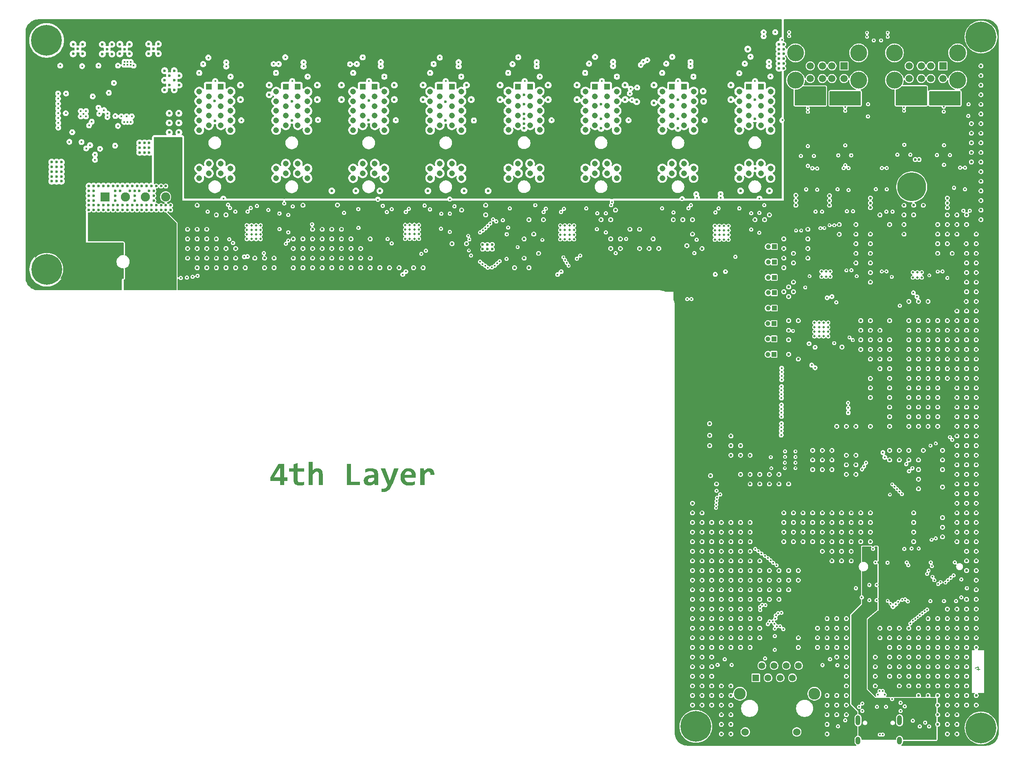
<source format=gbr>
%TF.GenerationSoftware,KiCad,Pcbnew,9.0.7*%
%TF.CreationDate,2026-03-01T13:00:01+01:00*%
%TF.ProjectId,PDNode_Baseboard,50444e6f-6465-45f4-9261-7365626f6172,rev?*%
%TF.SameCoordinates,Original*%
%TF.FileFunction,Copper,L4,Inr*%
%TF.FilePolarity,Positive*%
%FSLAX46Y46*%
G04 Gerber Fmt 4.6, Leading zero omitted, Abs format (unit mm)*
G04 Created by KiCad (PCBNEW 9.0.7) date 2026-03-01 13:00:01*
%MOMM*%
%LPD*%
G01*
G04 APERTURE LIST*
%ADD10C,0.300000*%
%ADD11C,0.200000*%
%TA.AperFunction,NonConductor*%
%ADD12C,0.200000*%
%TD*%
%TA.AperFunction,HeatsinkPad*%
%ADD13C,0.500000*%
%TD*%
%TA.AperFunction,ComponentPad*%
%ADD14R,1.208000X1.208000*%
%TD*%
%TA.AperFunction,ComponentPad*%
%ADD15C,1.208000*%
%TD*%
%TA.AperFunction,ComponentPad*%
%ADD16R,1.000000X1.000000*%
%TD*%
%TA.AperFunction,ComponentPad*%
%ADD17C,1.000000*%
%TD*%
%TA.AperFunction,ComponentPad*%
%ADD18C,0.800000*%
%TD*%
%TA.AperFunction,ComponentPad*%
%ADD19C,6.400000*%
%TD*%
%TA.AperFunction,ComponentPad*%
%ADD20C,0.600000*%
%TD*%
%TA.AperFunction,HeatsinkPad*%
%ADD21O,1.000000X2.100000*%
%TD*%
%TA.AperFunction,HeatsinkPad*%
%ADD22O,1.000000X1.600000*%
%TD*%
%TA.AperFunction,ComponentPad*%
%ADD23R,1.398000X1.398000*%
%TD*%
%TA.AperFunction,ComponentPad*%
%ADD24C,1.398000*%
%TD*%
%TA.AperFunction,ComponentPad*%
%ADD25C,1.530000*%
%TD*%
%TA.AperFunction,ComponentPad*%
%ADD26C,2.445000*%
%TD*%
%TA.AperFunction,ComponentPad*%
%ADD27R,1.500000X1.500000*%
%TD*%
%TA.AperFunction,ComponentPad*%
%ADD28C,1.500000*%
%TD*%
%TA.AperFunction,ComponentPad*%
%ADD29C,3.500000*%
%TD*%
%TA.AperFunction,ComponentPad*%
%ADD30C,2.006600*%
%TD*%
%TA.AperFunction,ComponentPad*%
%ADD31C,6.000000*%
%TD*%
%TA.AperFunction,ComponentPad*%
%ADD32R,1.900000X1.900000*%
%TD*%
%TA.AperFunction,ComponentPad*%
%ADD33C,1.900000*%
%TD*%
%TA.AperFunction,ViaPad*%
%ADD34C,0.600000*%
%TD*%
%TA.AperFunction,ViaPad*%
%ADD35C,0.400000*%
%TD*%
%TA.AperFunction,ViaPad*%
%ADD36C,0.450000*%
%TD*%
G04 APERTURE END LIST*
D10*
G36*
X55823369Y58191312D02*
G01*
X56499616Y58191312D01*
X56499616Y57448814D01*
X55823369Y57448814D01*
X55823369Y56550000D01*
X55010346Y56550000D01*
X55010346Y57448814D01*
X52933671Y57448814D01*
X52933671Y58170857D01*
X52946244Y58191312D01*
X53750053Y58191312D01*
X55020726Y58191312D01*
X55020726Y60198683D01*
X53750053Y58191312D01*
X52946244Y58191312D01*
X54675733Y61004990D01*
X55823369Y61004990D01*
X55823369Y58191312D01*
G37*
G36*
X59981909Y56589079D02*
G01*
X59527617Y56503900D01*
X59093781Y56471843D01*
X58764807Y56491211D01*
X58504545Y56543894D01*
X58274110Y56637021D01*
X58094522Y56763408D01*
X57955089Y56928845D01*
X57855470Y57138931D01*
X57799369Y57379281D01*
X57778838Y57682371D01*
X57778838Y59383218D01*
X56846441Y59383218D01*
X56846441Y60028019D01*
X57778838Y60028019D01*
X57778838Y60918894D01*
X58632772Y61141766D01*
X58632772Y60028019D01*
X59981909Y60028019D01*
X59981909Y59383218D01*
X58632772Y59383218D01*
X58632772Y57740990D01*
X58650178Y57546116D01*
X58697184Y57399186D01*
X58769243Y57289140D01*
X58871341Y57209238D01*
X59018627Y57156272D01*
X59227198Y57136183D01*
X59626535Y57171599D01*
X59981909Y57253420D01*
X59981909Y56589079D01*
G37*
G36*
X63034028Y56550000D02*
G01*
X63034028Y58796729D01*
X63012368Y59024180D01*
X62956189Y59178663D01*
X62872872Y59280472D01*
X62760963Y59341681D01*
X62610572Y59363678D01*
X62475284Y59345865D01*
X62341526Y59291072D01*
X62205740Y59193929D01*
X62016498Y59004096D01*
X61797549Y58732310D01*
X61797549Y56550000D01*
X60964070Y56550000D01*
X60964070Y61376239D01*
X61797549Y61376239D01*
X61797549Y60182808D01*
X61756638Y59551745D01*
X61971572Y59778280D01*
X62207266Y59946808D01*
X62480513Y60050916D01*
X62631728Y60077334D01*
X62805051Y60086637D01*
X63060553Y60063715D01*
X63269418Y59999625D01*
X63452196Y59894321D01*
X63600672Y59754467D01*
X63715927Y59582586D01*
X63800646Y59372837D01*
X63849841Y59141810D01*
X63867202Y58873666D01*
X63867202Y56550000D01*
X63034028Y56550000D01*
G37*
G36*
X68850977Y56550000D02*
G01*
X68850977Y61004990D01*
X69704911Y61004990D01*
X69704911Y57272959D01*
X71590161Y57272959D01*
X71590161Y56550000D01*
X68850977Y56550000D01*
G37*
G36*
X74289723Y60066843D02*
G01*
X74580609Y60013364D01*
X74839224Y59918798D01*
X75036733Y59793546D01*
X75192387Y59629068D01*
X75301431Y59427181D01*
X75364340Y59196386D01*
X75386916Y58914577D01*
X75386916Y56550000D01*
X74672811Y56550000D01*
X74652355Y57001544D01*
X74423378Y56789358D01*
X74160511Y56621136D01*
X74012146Y56558558D01*
X73847881Y56510922D01*
X73674394Y56481995D01*
X73477242Y56471843D01*
X73221007Y56492352D01*
X73009517Y56549695D01*
X72822066Y56644183D01*
X72671241Y56766461D01*
X72552196Y56918325D01*
X72464550Y57101684D01*
X72412673Y57305014D01*
X72394636Y57535520D01*
X72397704Y57562998D01*
X73269025Y57562998D01*
X73285379Y57430694D01*
X73331093Y57327146D01*
X73405496Y57245482D01*
X73559846Y57165659D01*
X73777966Y57136183D01*
X73949722Y57165245D01*
X74140056Y57260442D01*
X74327622Y57403450D01*
X74553437Y57617036D01*
X74553437Y58074076D01*
X74044496Y58074076D01*
X73841062Y58063101D01*
X73685764Y58033776D01*
X73548432Y57983900D01*
X73446712Y57922645D01*
X73365787Y57845305D01*
X73311768Y57759613D01*
X73279781Y57664682D01*
X73269025Y57562998D01*
X72397704Y57562998D01*
X72420999Y57771598D01*
X72498744Y57986148D01*
X72627872Y58175821D01*
X72816260Y58341827D01*
X73048280Y58471135D01*
X73349320Y58575384D01*
X73683460Y58637540D01*
X74099145Y58660259D01*
X74553437Y58660259D01*
X74553437Y58871834D01*
X74543676Y59002999D01*
X74515885Y59116382D01*
X74466642Y59217614D01*
X74394679Y59301701D01*
X74301460Y59367754D01*
X74177608Y59419549D01*
X74036269Y59449977D01*
X73849712Y59461375D01*
X73544410Y59443363D01*
X73243380Y59389324D01*
X72949353Y59303122D01*
X72664524Y59187823D01*
X72664524Y59852164D01*
X72925092Y59942471D01*
X73240021Y60020081D01*
X73570494Y60069778D01*
X73918100Y60086637D01*
X74289723Y60066843D01*
G37*
G36*
X78428655Y56938652D02*
G01*
X78238415Y56504580D01*
X78050995Y56147916D01*
X77839824Y55829173D01*
X77618990Y55580051D01*
X77368330Y55379743D01*
X77094479Y55238111D01*
X76794261Y55153276D01*
X76447540Y55123622D01*
X76261305Y55132171D01*
X76054615Y55157816D01*
X76054615Y55866121D01*
X76148343Y55851466D01*
X76259473Y55838338D01*
X76377321Y55830400D01*
X76488451Y55827042D01*
X76627868Y55840701D01*
X76754676Y55880775D01*
X76872256Y55944565D01*
X76981822Y56030374D01*
X77080172Y56133963D01*
X77171415Y56259046D01*
X77321930Y56550000D01*
X75945316Y60028019D01*
X76874355Y60028019D01*
X77595176Y58046599D01*
X77810415Y57419505D01*
X78021991Y58028891D01*
X78749529Y60028019D01*
X79644374Y60028019D01*
X78428655Y56938652D01*
G37*
G36*
X82047527Y60056797D02*
G01*
X82344479Y59972759D01*
X82607580Y59834618D01*
X82819226Y59654938D01*
X82986327Y59433381D01*
X83109569Y59168589D01*
X83183261Y58877392D01*
X83208793Y58550044D01*
X83203603Y58329004D01*
X83188338Y58074076D01*
X80906804Y58074076D01*
X80925168Y57853414D01*
X80976719Y57670159D01*
X81062310Y57508252D01*
X81174861Y57377373D01*
X81314244Y57274501D01*
X81482301Y57197855D01*
X81667833Y57152153D01*
X81880112Y57136183D01*
X82136800Y57146107D01*
X82421415Y57177399D01*
X82711658Y57230755D01*
X83021031Y57312038D01*
X83021031Y56647698D01*
X82730688Y56577173D01*
X82409508Y56521302D01*
X82078254Y56484360D01*
X81753716Y56471843D01*
X81370295Y56501158D01*
X81043275Y56584194D01*
X80750579Y56725083D01*
X80510520Y56916365D01*
X80319634Y57158669D01*
X80175602Y57459805D01*
X80090196Y57798781D01*
X80059587Y58209325D01*
X80089668Y58619695D01*
X80104104Y58679798D01*
X80920237Y58679798D01*
X82361881Y58679798D01*
X82349946Y58871751D01*
X82310590Y59027234D01*
X82244623Y59164815D01*
X82161907Y59271782D01*
X82060265Y59355824D01*
X81943310Y59414664D01*
X81815249Y59449481D01*
X81675253Y59461375D01*
X81474196Y59437658D01*
X81304619Y59369573D01*
X81159290Y59256822D01*
X81047242Y59108928D01*
X80966609Y58919962D01*
X80920237Y58679798D01*
X80104104Y58679798D01*
X80175602Y58977469D01*
X80318067Y59302850D01*
X80503498Y59570369D01*
X80737450Y59788884D01*
X81017629Y59951998D01*
X81332511Y60051987D01*
X81692350Y60086637D01*
X82047527Y60056797D01*
G37*
G36*
X86264271Y58679798D02*
G01*
X86262457Y58861200D01*
X86245342Y59000062D01*
X86210781Y59124442D01*
X86163521Y59218048D01*
X86099602Y59293239D01*
X86024913Y59343528D01*
X85938883Y59372922D01*
X85837457Y59383218D01*
X85657034Y59348446D01*
X85456438Y59233008D01*
X85265177Y59051131D01*
X85024433Y58738416D01*
X85024433Y56550000D01*
X84170499Y56550000D01*
X84170499Y60028019D01*
X84925210Y60028019D01*
X84956045Y59500454D01*
X85148997Y59741644D01*
X85388050Y59926353D01*
X85525426Y59994222D01*
X85680225Y60045116D01*
X85845316Y60075883D01*
X86031935Y60086637D01*
X86285043Y60063308D01*
X86498134Y59997183D01*
X86685082Y59886303D01*
X86839768Y59732179D01*
X86957511Y59540094D01*
X87044627Y59291932D01*
X87091117Y59016164D01*
X87101108Y58679798D01*
X86264271Y58679798D01*
G37*
D11*
D12*
X199910552Y18244524D02*
X200577219Y18244524D01*
X199529600Y18482619D02*
X200243885Y18720714D01*
X200243885Y18720714D02*
X200243885Y18101667D01*
D13*
%TO.N,GND*%
%TO.C,IC27*%
X166112500Y90400000D03*
X166112500Y89450000D03*
X166112500Y88500000D03*
X166112500Y87550000D03*
X167062500Y90400000D03*
X167062500Y89450000D03*
X167062500Y88500000D03*
X167062500Y87550000D03*
X168012500Y90400000D03*
X168012500Y89450000D03*
X168012500Y88500000D03*
X168012500Y87550000D03*
X168962500Y90400000D03*
X168962500Y89450000D03*
X168962500Y88500000D03*
X168962500Y87550000D03*
%TD*%
D14*
%TO.N,Net-(JP3-C)*%
%TO.C,J6*%
X122987322Y139460219D03*
D15*
%TO.N,/Project Architecture/PDCard Connectors 1-4/SPI_MOSI*%
X124987322Y138460219D03*
%TO.N,/Project Architecture/PDCard Connectors 1-4/SPI_CLK*%
X122987322Y137460219D03*
%TO.N,GND*%
X124987322Y136460219D03*
%TO.N,PD_IRQ_PORT2*%
X122987322Y135460219D03*
%TO.N,/Project Architecture/PDCard Connectors 1-4/I2C_SCL_PORT2*%
X124987322Y134460219D03*
%TO.N,PMIC_EN_PORT2*%
X122987322Y133460219D03*
%TO.N,PD_ENABLE_PORT2*%
X124987322Y132460219D03*
%TO.N,PDC_DET_PORT2*%
X122987322Y131460219D03*
%TO.N,PD_ATTACH_PORT2*%
X124987322Y130460219D03*
%TO.N,+24V*%
X122987322Y129460219D03*
X124987322Y126460219D03*
X122987322Y125460219D03*
X124987322Y124460219D03*
%TO.N,GND*%
X122987322Y123460219D03*
X124987322Y122460219D03*
X122987322Y121460219D03*
X124987322Y120460219D03*
D14*
%TO.N,+5V*%
X120487322Y139460219D03*
D15*
%TO.N,/Project Architecture/PDCard Connectors 1-4/SPI_MISO*%
X118487322Y138460219D03*
%TO.N,/Project Architecture/PDCard Connectors 1-4/SPI_CS_PORT2*%
X120487322Y137460219D03*
%TO.N,GND*%
X118487322Y136460219D03*
%TO.N,PD_RESET_PORT2*%
X120487322Y135460219D03*
%TO.N,/Project Architecture/PDCard Connectors 1-4/I2C_SDA_PORT2*%
X118487322Y134460219D03*
%TO.N,PGOOD_COMBINED_PORT2*%
X120487322Y133460219D03*
%TO.N,PORT_EN_PORT2*%
X118487322Y132460219D03*
%TO.N,PMIC_VMON_PORT2*%
X120487322Y131460219D03*
%TO.N,VBUS_VMON_PORT2*%
X118487322Y130460219D03*
%TO.N,+24V*%
X120487322Y129460219D03*
X118487322Y126460219D03*
X120487322Y125460219D03*
X118487322Y124460219D03*
%TO.N,GND*%
X120487322Y123460219D03*
X118487322Y122460219D03*
X120487322Y121460219D03*
X118487322Y120460219D03*
%TD*%
D16*
%TO.N,Net-(D6-A2)*%
%TO.C,J14*%
X157720000Y83800000D03*
D17*
%TO.N,GND*%
X156450000Y83800000D03*
%TD*%
D16*
%TO.N,Net-(D7-A1)*%
%TO.C,J17*%
X157750000Y93400000D03*
D17*
%TO.N,GND*%
X156480000Y93400000D03*
%TD*%
D14*
%TO.N,Net-(JP2-C)*%
%TO.C,J5*%
X138987322Y139460219D03*
D15*
%TO.N,/Project Architecture/PDCard Connectors 1-4/SPI_MOSI*%
X140987322Y138460219D03*
%TO.N,/Project Architecture/PDCard Connectors 1-4/SPI_CLK*%
X138987322Y137460219D03*
%TO.N,GND*%
X140987322Y136460219D03*
%TO.N,PD_IRQ_PORT1*%
X138987322Y135460219D03*
%TO.N,/Project Architecture/PDCard Connectors 1-4/I2C_SCL_PORT1*%
X140987322Y134460219D03*
%TO.N,PMIC_EN_PORT1*%
X138987322Y133460219D03*
%TO.N,PD_ENABLE_PORT1*%
X140987322Y132460219D03*
%TO.N,PDC_DET_PORT1*%
X138987322Y131460219D03*
%TO.N,PD_ATTACH_PORT1*%
X140987322Y130460219D03*
%TO.N,+24V*%
X138987322Y129460219D03*
X140987322Y126460219D03*
X138987322Y125460219D03*
X140987322Y124460219D03*
%TO.N,GND*%
X138987322Y123460219D03*
X140987322Y122460219D03*
X138987322Y121460219D03*
X140987322Y120460219D03*
D14*
%TO.N,+5V*%
X136487322Y139460219D03*
D15*
%TO.N,/Project Architecture/PDCard Connectors 1-4/SPI_MISO*%
X134487322Y138460219D03*
%TO.N,/Project Architecture/PDCard Connectors 1-4/SPI_CS_PORT1*%
X136487322Y137460219D03*
%TO.N,GND*%
X134487322Y136460219D03*
%TO.N,PD_RESET_PORT1*%
X136487322Y135460219D03*
%TO.N,/Project Architecture/PDCard Connectors 1-4/I2C_SDA_PORT1*%
X134487322Y134460219D03*
%TO.N,PGOOD_COMBINED_PORT1*%
X136487322Y133460219D03*
%TO.N,PORT_EN_PORT1*%
X134487322Y132460219D03*
%TO.N,PMIC_VMON_PORT1*%
X136487322Y131460219D03*
%TO.N,VBUS_VMON_PORT1*%
X134487322Y130460219D03*
%TO.N,+24V*%
X136487322Y129460219D03*
X134487322Y126460219D03*
X136487322Y125460219D03*
X134487322Y124460219D03*
%TO.N,GND*%
X136487322Y123460219D03*
X134487322Y122460219D03*
X136487322Y121460219D03*
X134487322Y120460219D03*
%TD*%
D16*
%TO.N,Net-(D7-A2)*%
%TO.C,J16*%
X157720000Y90200000D03*
D17*
%TO.N,GND*%
X156450000Y90200000D03*
%TD*%
D14*
%TO.N,Net-(JP7-C)*%
%TO.C,J10*%
X58684650Y139449309D03*
D15*
%TO.N,/Project Architecture/PDCard Connectors 1-4/SPI_MOSI*%
X60684650Y138449309D03*
%TO.N,/Project Architecture/PDCard Connectors 1-4/SPI_CLK*%
X58684650Y137449309D03*
%TO.N,GND*%
X60684650Y136449309D03*
%TO.N,PD_IRQ_PORT6*%
X58684650Y135449309D03*
%TO.N,/Project Architecture/PDCard Connectors 5-8/I2C_SCL_PORT6*%
X60684650Y134449309D03*
%TO.N,PMIC_EN_PORT6*%
X58684650Y133449309D03*
%TO.N,PD_ENABLE_PORT6*%
X60684650Y132449309D03*
%TO.N,PDC_DET_PORT6*%
X58684650Y131449309D03*
%TO.N,PD_ATTACH_PORT6*%
X60684650Y130449309D03*
%TO.N,+24V*%
X58684650Y129449309D03*
X60684650Y126449309D03*
X58684650Y125449309D03*
X60684650Y124449309D03*
%TO.N,GND*%
X58684650Y123449309D03*
X60684650Y122449309D03*
X58684650Y121449309D03*
X60684650Y120449309D03*
D14*
%TO.N,+5V*%
X56184650Y139449309D03*
D15*
%TO.N,/Project Architecture/PDCard Connectors 1-4/SPI_MISO*%
X54184650Y138449309D03*
%TO.N,/Project Architecture/PDCard Connectors 5-8/SPI_CS_PORT6*%
X56184650Y137449309D03*
%TO.N,GND*%
X54184650Y136449309D03*
%TO.N,PD_RESET_PORT6*%
X56184650Y135449309D03*
%TO.N,/Project Architecture/PDCard Connectors 5-8/I2C_SDA_PORT6*%
X54184650Y134449309D03*
%TO.N,PGOOD_COMBINED_PORT6*%
X56184650Y133449309D03*
%TO.N,PORT_EN_PORT6*%
X54184650Y132449309D03*
%TO.N,PMIC_VMON_PORT6*%
X56184650Y131449309D03*
%TO.N,VBUS_VMON_PORT6*%
X54184650Y130449309D03*
%TO.N,+24V*%
X56184650Y129449309D03*
X54184650Y126449309D03*
X56184650Y125449309D03*
X54184650Y124449309D03*
%TO.N,GND*%
X56184650Y123449309D03*
X54184650Y122449309D03*
X56184650Y121449309D03*
X54184650Y120449309D03*
%TD*%
D18*
%TO.N,SHIELD*%
%TO.C,H3*%
X139047056Y6352944D03*
X139750000Y8050000D03*
X139750000Y4655888D03*
X141447056Y8752944D03*
D19*
X141447056Y6352944D03*
D18*
X141447056Y3952944D03*
X143144112Y8050000D03*
X143144112Y4655888D03*
X143847056Y6352944D03*
%TD*%
D13*
%TO.N,GND*%
%TO.C,IC15*%
X113262500Y110580000D03*
X113262500Y109630000D03*
X113262500Y108680000D03*
X113262500Y107730000D03*
X114212500Y110580000D03*
X114212500Y109630000D03*
X114212500Y108680000D03*
X114212500Y107730000D03*
X115162500Y110580000D03*
X115162500Y109630000D03*
X115162500Y108680000D03*
X115162500Y107730000D03*
X116112500Y110580000D03*
X116112500Y109630000D03*
X116112500Y108680000D03*
X116112500Y107730000D03*
%TD*%
D18*
%TO.N,SHIELD*%
%TO.C,H5*%
X4075000Y101475000D03*
X4777944Y103172056D03*
X4777944Y99777944D03*
X6475000Y103875000D03*
D19*
X6475000Y101475000D03*
D18*
X6475000Y99075000D03*
X8172056Y103172056D03*
X8172056Y99777944D03*
X8875000Y101475000D03*
%TD*%
D20*
%TO.N,GND*%
%TO.C,IC2*%
X99125000Y106655000D03*
X98125000Y106655000D03*
X97125000Y106655000D03*
X99125000Y105655000D03*
X98125000Y105655000D03*
X97125000Y105655000D03*
%TD*%
D13*
%TO.N,GND*%
%TO.C,IC9*%
X81002500Y110700000D03*
X81002500Y109750000D03*
X81002500Y108800000D03*
X81002500Y107850000D03*
X81952500Y110700000D03*
X81952500Y109750000D03*
X81952500Y108800000D03*
X81952500Y107850000D03*
X82902500Y110700000D03*
X82902500Y109750000D03*
X82902500Y108800000D03*
X82902500Y107850000D03*
X83852500Y110700000D03*
X83852500Y109750000D03*
X83852500Y108800000D03*
X83852500Y107850000D03*
%TD*%
D16*
%TO.N,Net-(D9-A1)*%
%TO.C,J21*%
X157750000Y106200000D03*
D17*
%TO.N,GND*%
X156480000Y106200000D03*
%TD*%
D18*
%TO.N,SHIELD*%
%TO.C,H2*%
X4047056Y149102944D03*
X4750000Y150800000D03*
X4750000Y147405888D03*
X6447056Y151502944D03*
D19*
X6447056Y149102944D03*
D18*
X6447056Y146702944D03*
X8144112Y150800000D03*
X8144112Y147405888D03*
X8847056Y149102944D03*
%TD*%
D16*
%TO.N,Net-(D8-A1)*%
%TO.C,J19*%
X157750000Y99800000D03*
D17*
%TO.N,GND*%
X156480000Y99800000D03*
%TD*%
D14*
%TO.N,Net-(JP1-C)*%
%TO.C,J4*%
X154987322Y139460219D03*
D15*
%TO.N,/Project Architecture/PDCard Connectors 1-4/SPI_MOSI*%
X156987322Y138460219D03*
%TO.N,/Project Architecture/PDCard Connectors 1-4/SPI_CLK*%
X154987322Y137460219D03*
%TO.N,GND*%
X156987322Y136460219D03*
%TO.N,PD_IRQ_PORT0*%
X154987322Y135460219D03*
%TO.N,/Project Architecture/PDCard Connectors 1-4/I2C_SCL_PORT0*%
X156987322Y134460219D03*
%TO.N,PMIC_EN_PORT0*%
X154987322Y133460219D03*
%TO.N,PD_ENABLE_PORT0*%
X156987322Y132460219D03*
%TO.N,PDC_DET_PORT0*%
X154987322Y131460219D03*
%TO.N,PD_ATTACH_PORT0*%
X156987322Y130460219D03*
%TO.N,+24V*%
X154987322Y129460219D03*
X156987322Y126460219D03*
X154987322Y125460219D03*
X156987322Y124460219D03*
%TO.N,GND*%
X154987322Y123460219D03*
X156987322Y122460219D03*
X154987322Y121460219D03*
X156987322Y120460219D03*
D14*
%TO.N,+5V*%
X152487322Y139460219D03*
D15*
%TO.N,/Project Architecture/PDCard Connectors 1-4/SPI_MISO*%
X150487322Y138460219D03*
%TO.N,/Project Architecture/PDCard Connectors 1-4/SPI_CS_PORT0*%
X152487322Y137460219D03*
%TO.N,GND*%
X150487322Y136460219D03*
%TO.N,PD_RESET_PORT0*%
X152487322Y135460219D03*
%TO.N,/Project Architecture/PDCard Connectors 1-4/I2C_SDA_PORT0*%
X150487322Y134460219D03*
%TO.N,PGOOD_COMBINED_PORT0*%
X152487322Y133460219D03*
%TO.N,PORT_EN_PORT0*%
X150487322Y132460219D03*
%TO.N,PMIC_VMON_PORT0*%
X152487322Y131460219D03*
%TO.N,VBUS_VMON_PORT0*%
X150487322Y130460219D03*
%TO.N,+24V*%
X152487322Y129460219D03*
X150487322Y126460219D03*
X152487322Y125460219D03*
X150487322Y124460219D03*
%TO.N,GND*%
X152487322Y123460219D03*
X150487322Y122460219D03*
X152487322Y121460219D03*
X150487322Y120460219D03*
%TD*%
D21*
%TO.N,SHIELD*%
%TO.C,J3*%
X175180000Y7630000D03*
D22*
X175180000Y3450000D03*
D21*
X183820000Y7630000D03*
D22*
X183820000Y3450000D03*
%TD*%
D23*
%TO.N,/Project Architecture/BladeCore-M54/TD+*%
%TO.C,J1*%
X153910000Y16475000D03*
D24*
%TO.N,/Project Architecture/BladeCore-M54/TCT*%
X155180000Y19015000D03*
%TO.N,/Project Architecture/BladeCore-M54/TD-*%
X156450000Y16475000D03*
%TO.N,/Project Architecture/BladeCore-M54/RD+*%
X157720000Y19015000D03*
%TO.N,/Project Architecture/BladeCore-M54/RCT*%
X158990000Y16475000D03*
%TO.N,/Project Architecture/BladeCore-M54/RD-*%
X160260000Y19015000D03*
%TO.N,N/C*%
X161530000Y16475000D03*
%TO.N,GND*%
X162800000Y19015000D03*
D25*
%TO.N,/Project Architecture/BladeCore-M54/ACTLED*%
X151735000Y5225000D03*
%TO.N,+3.3V*%
X154275000Y5225000D03*
%TO.N,/Project Architecture/BladeCore-M54/LINKLED*%
X162445000Y5225000D03*
%TO.N,+3.3V*%
X164985000Y5225000D03*
D26*
%TO.N,SHIELD*%
X166105000Y13175000D03*
X150615000Y13175000D03*
%TD*%
D16*
%TO.N,Net-(D6-A1)*%
%TO.C,J15*%
X157720000Y87000000D03*
D17*
%TO.N,GND*%
X156450000Y87000000D03*
%TD*%
D27*
%TO.N,PORTA2_N*%
%TO.C,J13*%
X172250002Y143800000D03*
D28*
%TO.N,unconnected-(J13-D1--Pad2)*%
X169750002Y143800000D03*
%TO.N,unconnected-(J13-D1+-Pad3)*%
X167750002Y143800000D03*
%TO.N,GND*%
X165250002Y143800000D03*
%TO.N,PORTA3_N*%
X172250002Y141180000D03*
%TO.N,unconnected-(J13-D2--Pad6)*%
X169750002Y141180000D03*
%TO.N,unconnected-(J13-D2+-Pad7)*%
X167750002Y141180000D03*
%TO.N,GND*%
X165250002Y141180000D03*
D29*
%TO.N,SHIELD*%
X175320002Y146510000D03*
X162180002Y146510000D03*
X175320002Y140830000D03*
X162180002Y140830000D03*
%TD*%
D14*
%TO.N,Net-(JP5-C)*%
%TO.C,J8*%
X90694650Y139449309D03*
D15*
%TO.N,/Project Architecture/PDCard Connectors 1-4/SPI_MOSI*%
X92694650Y138449309D03*
%TO.N,/Project Architecture/PDCard Connectors 1-4/SPI_CLK*%
X90694650Y137449309D03*
%TO.N,GND*%
X92694650Y136449309D03*
%TO.N,PD_IRQ_PORT4*%
X90694650Y135449309D03*
%TO.N,/Project Architecture/PDCard Connectors 5-8/I2C_SCL_PORT4*%
X92694650Y134449309D03*
%TO.N,PMIC_EN_PORT4*%
X90694650Y133449309D03*
%TO.N,PD_ENABLE_PORT4*%
X92694650Y132449309D03*
%TO.N,PDC_DET_PORT4*%
X90694650Y131449309D03*
%TO.N,PD_ATTACH_PORT4*%
X92694650Y130449309D03*
%TO.N,+24V*%
X90694650Y129449309D03*
X92694650Y126449309D03*
X90694650Y125449309D03*
X92694650Y124449309D03*
%TO.N,GND*%
X90694650Y123449309D03*
X92694650Y122449309D03*
X90694650Y121449309D03*
X92694650Y120449309D03*
D14*
%TO.N,+5V*%
X88194650Y139449309D03*
D15*
%TO.N,/Project Architecture/PDCard Connectors 1-4/SPI_MISO*%
X86194650Y138449309D03*
%TO.N,/Project Architecture/PDCard Connectors 5-8/SPI_CS_PORT4*%
X88194650Y137449309D03*
%TO.N,GND*%
X86194650Y136449309D03*
%TO.N,PD_RESET_PORT4*%
X88194650Y135449309D03*
%TO.N,/Project Architecture/PDCard Connectors 5-8/I2C_SDA_PORT4*%
X86194650Y134449309D03*
%TO.N,PGOOD_COMBINED_PORT4*%
X88194650Y133449309D03*
%TO.N,PORT_EN_PORT4*%
X86194650Y132449309D03*
%TO.N,PMIC_VMON_PORT4*%
X88194650Y131449309D03*
%TO.N,VBUS_VMON_PORT4*%
X86194650Y130449309D03*
%TO.N,+24V*%
X88194650Y129449309D03*
X86194650Y126449309D03*
X88194650Y125449309D03*
X86194650Y124449309D03*
%TO.N,GND*%
X88194650Y123449309D03*
X86194650Y122449309D03*
X88194650Y121449309D03*
X86194650Y120449309D03*
%TD*%
D18*
%TO.N,SHIELD*%
%TO.C,H4*%
X198350000Y6050000D03*
X199052944Y7747056D03*
X199052944Y4352944D03*
X200750000Y8450000D03*
D19*
X200750000Y6050000D03*
D18*
X200750000Y3650000D03*
X202447056Y7747056D03*
X202447056Y4352944D03*
X203150000Y6050000D03*
%TD*%
D30*
%TO.N,+24V_IN*%
%TO.C,F1*%
X28750001Y101800000D03*
X28750001Y104300000D03*
X25250000Y101800000D03*
X25250000Y104300000D03*
%TO.N,+24V*%
X19449999Y101800000D03*
X19449999Y104300000D03*
X15949996Y101800000D03*
X15949996Y104300000D03*
%TD*%
D18*
%TO.N,SHIELD*%
%TO.C,H1*%
X198350000Y149800000D03*
X199052944Y151497056D03*
X199052944Y148102944D03*
X200750000Y152200000D03*
D19*
X200750000Y149800000D03*
D18*
X200750000Y147400000D03*
X202447056Y151497056D03*
X202447056Y148102944D03*
X203150000Y149800000D03*
%TD*%
D31*
%TO.N,GND*%
%TO.C,ST1*%
X186350000Y118625000D03*
%TD*%
D14*
%TO.N,Net-(JP8-C)*%
%TO.C,J11*%
X42684650Y139449309D03*
D15*
%TO.N,/Project Architecture/PDCard Connectors 1-4/SPI_MOSI*%
X44684650Y138449309D03*
%TO.N,/Project Architecture/PDCard Connectors 1-4/SPI_CLK*%
X42684650Y137449309D03*
%TO.N,GND*%
X44684650Y136449309D03*
%TO.N,PD_IRQ_PORT7*%
X42684650Y135449309D03*
%TO.N,/Project Architecture/PDCard Connectors 5-8/I2C_SCL_PORT7*%
X44684650Y134449309D03*
%TO.N,PMIC_EN_PORT7*%
X42684650Y133449309D03*
%TO.N,PD_ENABLE_PORT7*%
X44684650Y132449309D03*
%TO.N,PDC_DET_PORT7*%
X42684650Y131449309D03*
%TO.N,PD_ATTACH_PORT7*%
X44684650Y130449309D03*
%TO.N,+24V*%
X42684650Y129449309D03*
X44684650Y126449309D03*
X42684650Y125449309D03*
X44684650Y124449309D03*
%TO.N,GND*%
X42684650Y123449309D03*
X44684650Y122449309D03*
X42684650Y121449309D03*
X44684650Y120449309D03*
D14*
%TO.N,+5V*%
X40184650Y139449309D03*
D15*
%TO.N,/Project Architecture/PDCard Connectors 1-4/SPI_MISO*%
X38184650Y138449309D03*
%TO.N,/Project Architecture/PDCard Connectors 5-8/SPI_CS_PORT7*%
X40184650Y137449309D03*
%TO.N,GND*%
X38184650Y136449309D03*
%TO.N,PD_RESET_PORT7*%
X40184650Y135449309D03*
%TO.N,/Project Architecture/PDCard Connectors 5-8/I2C_SDA_PORT7*%
X38184650Y134449309D03*
%TO.N,PGOOD_COMBINED_PORT7*%
X40184650Y133449309D03*
%TO.N,PORT_EN_PORT7*%
X38184650Y132449309D03*
%TO.N,PMIC_VMON_PORT7*%
X40184650Y131449309D03*
%TO.N,VBUS_VMON_PORT7*%
X38184650Y130449309D03*
%TO.N,+24V*%
X40184650Y129449309D03*
X38184650Y126449309D03*
X40184650Y125449309D03*
X38184650Y124449309D03*
%TO.N,GND*%
X40184650Y123449309D03*
X38184650Y122449309D03*
X40184650Y121449309D03*
X38184650Y120449309D03*
%TD*%
D16*
%TO.N,Net-(D8-A2)*%
%TO.C,J18*%
X157750000Y96600000D03*
D17*
%TO.N,GND*%
X156480000Y96600000D03*
%TD*%
D27*
%TO.N,PORTA0_N*%
%TO.C,J12*%
X192820000Y143800000D03*
D28*
%TO.N,unconnected-(J12-D1--Pad2)*%
X190320000Y143800000D03*
%TO.N,unconnected-(J12-D1+-Pad3)*%
X188320000Y143800000D03*
%TO.N,GND*%
X185820000Y143800000D03*
%TO.N,PORTA1_N*%
X192820000Y141180000D03*
%TO.N,unconnected-(J12-D2--Pad6)*%
X190320000Y141180000D03*
%TO.N,unconnected-(J12-D2+-Pad7)*%
X188320000Y141180000D03*
%TO.N,GND*%
X185820000Y141180000D03*
D29*
%TO.N,SHIELD*%
X195890000Y146510000D03*
X182750000Y146510000D03*
X195890000Y140830000D03*
X182750000Y140830000D03*
%TD*%
D16*
%TO.N,Net-(D9-A2)*%
%TO.C,J20*%
X157750000Y103000000D03*
D17*
%TO.N,GND*%
X156480000Y103000000D03*
%TD*%
D13*
%TO.N,GND*%
%TO.C,IC14*%
X145387500Y110525000D03*
X145387500Y109575000D03*
X145387500Y108625000D03*
X145387500Y107675000D03*
X146337500Y110525000D03*
X146337500Y109575000D03*
X146337500Y108625000D03*
X146337500Y107675000D03*
X147287500Y110525000D03*
X147287500Y109575000D03*
X147287500Y108625000D03*
X147287500Y107675000D03*
X148237500Y110525000D03*
X148237500Y109575000D03*
X148237500Y108625000D03*
X148237500Y107675000D03*
%TD*%
D32*
%TO.N,GND*%
%TO.C,J22*%
X18600000Y116550000D03*
D33*
X22800000Y116550000D03*
X27000000Y116550000D03*
X31200000Y116550000D03*
%TO.N,+24V_IN*%
X18600000Y111050000D03*
X22800000Y111050000D03*
X27000000Y111050000D03*
X31200000Y111050000D03*
%TD*%
D14*
%TO.N,Net-(JP4-C)*%
%TO.C,J7*%
X106987322Y139460219D03*
D15*
%TO.N,/Project Architecture/PDCard Connectors 1-4/SPI_MOSI*%
X108987322Y138460219D03*
%TO.N,/Project Architecture/PDCard Connectors 1-4/SPI_CLK*%
X106987322Y137460219D03*
%TO.N,GND*%
X108987322Y136460219D03*
%TO.N,PD_IRQ_PORT3*%
X106987322Y135460219D03*
%TO.N,/Project Architecture/PDCard Connectors 1-4/I2C_SCL_PORT3*%
X108987322Y134460219D03*
%TO.N,PMIC_EN_PORT3*%
X106987322Y133460219D03*
%TO.N,PD_ENABLE_PORT3*%
X108987322Y132460219D03*
%TO.N,PDC_DET_PORT3*%
X106987322Y131460219D03*
%TO.N,PD_ATTACH_PORT3*%
X108987322Y130460219D03*
%TO.N,+24V*%
X106987322Y129460219D03*
X108987322Y126460219D03*
X106987322Y125460219D03*
X108987322Y124460219D03*
%TO.N,GND*%
X106987322Y123460219D03*
X108987322Y122460219D03*
X106987322Y121460219D03*
X108987322Y120460219D03*
D14*
%TO.N,+5V*%
X104487322Y139460219D03*
D15*
%TO.N,/Project Architecture/PDCard Connectors 1-4/SPI_MISO*%
X102487322Y138460219D03*
%TO.N,/Project Architecture/PDCard Connectors 1-4/SPI_CS_PORT3*%
X104487322Y137460219D03*
%TO.N,GND*%
X102487322Y136460219D03*
%TO.N,PD_RESET_PORT3*%
X104487322Y135460219D03*
%TO.N,/Project Architecture/PDCard Connectors 1-4/I2C_SDA_PORT3*%
X102487322Y134460219D03*
%TO.N,PGOOD_COMBINED_PORT3*%
X104487322Y133460219D03*
%TO.N,PORT_EN_PORT3*%
X102487322Y132460219D03*
%TO.N,PMIC_VMON_PORT3*%
X104487322Y131460219D03*
%TO.N,VBUS_VMON_PORT3*%
X102487322Y130460219D03*
%TO.N,+24V*%
X104487322Y129460219D03*
X102487322Y126460219D03*
X104487322Y125460219D03*
X102487322Y124460219D03*
%TO.N,GND*%
X104487322Y123460219D03*
X102487322Y122460219D03*
X104487322Y121460219D03*
X102487322Y120460219D03*
%TD*%
D14*
%TO.N,Net-(JP6-C)*%
%TO.C,J9*%
X74684650Y139449309D03*
D15*
%TO.N,/Project Architecture/PDCard Connectors 1-4/SPI_MOSI*%
X76684650Y138449309D03*
%TO.N,/Project Architecture/PDCard Connectors 1-4/SPI_CLK*%
X74684650Y137449309D03*
%TO.N,GND*%
X76684650Y136449309D03*
%TO.N,PD_IRQ_PORT5*%
X74684650Y135449309D03*
%TO.N,/Project Architecture/PDCard Connectors 5-8/I2C_SCL_PORT5*%
X76684650Y134449309D03*
%TO.N,PMIC_EN_PORT5*%
X74684650Y133449309D03*
%TO.N,PD_ENABLE_PORT5*%
X76684650Y132449309D03*
%TO.N,PDC_DET_PORT5*%
X74684650Y131449309D03*
%TO.N,PD_ATTACH_PORT5*%
X76684650Y130449309D03*
%TO.N,+24V*%
X74684650Y129449309D03*
X76684650Y126449309D03*
X74684650Y125449309D03*
X76684650Y124449309D03*
%TO.N,GND*%
X74684650Y123449309D03*
X76684650Y122449309D03*
X74684650Y121449309D03*
X76684650Y120449309D03*
D14*
%TO.N,+5V*%
X72184650Y139449309D03*
D15*
%TO.N,/Project Architecture/PDCard Connectors 1-4/SPI_MISO*%
X70184650Y138449309D03*
%TO.N,/Project Architecture/PDCard Connectors 5-8/SPI_CS_PORT5*%
X72184650Y137449309D03*
%TO.N,GND*%
X70184650Y136449309D03*
%TO.N,PD_RESET_PORT5*%
X72184650Y135449309D03*
%TO.N,/Project Architecture/PDCard Connectors 5-8/I2C_SDA_PORT5*%
X70184650Y134449309D03*
%TO.N,PGOOD_COMBINED_PORT5*%
X72184650Y133449309D03*
%TO.N,PORT_EN_PORT5*%
X70184650Y132449309D03*
%TO.N,PMIC_VMON_PORT5*%
X72184650Y131449309D03*
%TO.N,VBUS_VMON_PORT5*%
X70184650Y130449309D03*
%TO.N,+24V*%
X72184650Y129449309D03*
X70184650Y126449309D03*
X72184650Y125449309D03*
X70184650Y124449309D03*
%TO.N,GND*%
X72184650Y123449309D03*
X70184650Y122449309D03*
X72184650Y121449309D03*
X70184650Y120449309D03*
%TD*%
D13*
%TO.N,GND*%
%TO.C,IC24*%
X169425000Y101047500D03*
X168500000Y101047500D03*
X167575000Y101047500D03*
X169425000Y99967500D03*
X168500000Y99967500D03*
X167575000Y99967500D03*
%TD*%
%TO.N,GND*%
%TO.C,IC22*%
X188425000Y100850000D03*
X187500000Y100850000D03*
X186575000Y100850000D03*
X188425000Y99770000D03*
X187500000Y99770000D03*
X186575000Y99770000D03*
%TD*%
%TO.N,GND*%
%TO.C,IC16*%
X48097500Y110625000D03*
X48097500Y109675000D03*
X48097500Y108725000D03*
X48097500Y107775000D03*
X49047500Y110625000D03*
X49047500Y109675000D03*
X49047500Y108725000D03*
X49047500Y107775000D03*
X49997500Y110625000D03*
X49997500Y109675000D03*
X49997500Y108725000D03*
X49997500Y107775000D03*
X50947500Y110625000D03*
X50947500Y109675000D03*
X50947500Y108725000D03*
X50947500Y107775000D03*
%TD*%
D34*
%TO.N,+24V*%
X66750000Y125050000D03*
X17750000Y103800000D03*
X13750000Y103800000D03*
X98500000Y118800000D03*
X10750000Y108800000D03*
X82500000Y149800000D03*
X50500000Y147800000D03*
X5750000Y110800000D03*
X113500000Y119050000D03*
X130250000Y148800000D03*
X114500000Y120050000D03*
X114500000Y118050000D03*
X13818147Y100765508D03*
X21750000Y100800000D03*
X65750000Y119050000D03*
X97500000Y121800000D03*
X8750000Y112800000D03*
X81500000Y122300000D03*
X114500000Y128050000D03*
X66750000Y126050000D03*
X17750000Y102800000D03*
X5750000Y107800000D03*
X11750000Y103800000D03*
X10750000Y115800000D03*
X48500000Y147800000D03*
X22980000Y136348750D03*
X82500000Y126300000D03*
X114500000Y124050000D03*
X22980000Y135348750D03*
X10750000Y102800000D03*
X7750000Y107800000D03*
X97500000Y126800000D03*
X10750000Y103800000D03*
X82500000Y123300000D03*
X6750000Y110800000D03*
X7750000Y106800000D03*
X23933204Y124817086D03*
X34750000Y145550000D03*
X114500000Y122050000D03*
X145500000Y147800000D03*
X113500000Y128050000D03*
X14750000Y102800000D03*
X66750000Y121050000D03*
X5750000Y115800000D03*
X98250000Y148800000D03*
X64000000Y148800000D03*
X97500000Y127800000D03*
X11750000Y108800000D03*
X114250000Y148800000D03*
X9750000Y110800000D03*
X16750000Y99800000D03*
X9750000Y109800000D03*
X19750000Y99800000D03*
X48500000Y149800000D03*
X6750000Y106800000D03*
X18750000Y105800000D03*
X147500000Y149800000D03*
X145500000Y149800000D03*
X15750000Y105800000D03*
X67000000Y148800000D03*
X11750000Y101800000D03*
X11750000Y112800000D03*
X113500000Y127050000D03*
X9750000Y104800000D03*
X6750000Y111800000D03*
X97250000Y149800000D03*
X81500000Y121300000D03*
X9750000Y111800000D03*
X10750000Y104800000D03*
X113500000Y121050000D03*
X96250000Y147800000D03*
X114250000Y149800000D03*
X97500000Y125800000D03*
X12750000Y105800000D03*
X113250000Y147800000D03*
X131250000Y147800000D03*
X11750000Y107800000D03*
X17180000Y130298750D03*
X66750000Y124050000D03*
X21980000Y138348750D03*
X78500000Y147800000D03*
X98500000Y123800000D03*
X67000000Y149800000D03*
X19411250Y124243750D03*
X11750000Y111800000D03*
X66750000Y119050000D03*
X10750000Y114800000D03*
X21980000Y135348750D03*
X128250000Y149800000D03*
X21933204Y123817086D03*
X81500000Y118300000D03*
X143500000Y149800000D03*
X128250000Y148800000D03*
X11750000Y110800000D03*
X97500000Y120800000D03*
X9750000Y113800000D03*
X97500000Y123800000D03*
X65750000Y127050000D03*
X12750000Y103800000D03*
X81500000Y119300000D03*
X32750000Y147550000D03*
X49500000Y147800000D03*
X78500000Y149800000D03*
X129250000Y147800000D03*
X98500000Y127800000D03*
X113500000Y126050000D03*
X65750000Y121050000D03*
X81500000Y147800000D03*
X65750000Y128050000D03*
X33750000Y149550000D03*
X17750000Y101800000D03*
X32750000Y146550000D03*
X81500000Y123300000D03*
X66750000Y128050000D03*
X32750000Y148550000D03*
X113500000Y124050000D03*
X8750000Y110800000D03*
X6750000Y108800000D03*
X46500000Y147800000D03*
X146500000Y149800000D03*
X65750000Y126050000D03*
X63000000Y149800000D03*
X79500000Y147800000D03*
X66750000Y120050000D03*
X82500000Y147800000D03*
X113250000Y148800000D03*
X10750000Y111800000D03*
X6750000Y112800000D03*
X67000000Y147800000D03*
X9750000Y114800000D03*
X66750000Y123050000D03*
X80500000Y148800000D03*
X22933204Y125817086D03*
X9750000Y115800000D03*
X131250000Y149800000D03*
X66000000Y149800000D03*
X65000000Y147800000D03*
X113500000Y125050000D03*
X11750000Y109800000D03*
X147500000Y148800000D03*
X10750000Y107800000D03*
X11750000Y99800000D03*
X7750000Y115800000D03*
X10750000Y106800000D03*
X63000000Y147800000D03*
X13806201Y102832308D03*
X113500000Y123050000D03*
X97500000Y124800000D03*
X144500000Y149800000D03*
X23933204Y123817086D03*
X48500000Y148800000D03*
X112250000Y148800000D03*
X34750000Y148550000D03*
X10750000Y109800000D03*
X50500000Y148800000D03*
X82500000Y148800000D03*
X127250000Y147800000D03*
X12750000Y99800000D03*
X114500000Y119050000D03*
X19411250Y125243750D03*
X114500000Y127050000D03*
X82500000Y125300000D03*
X34750000Y146550000D03*
X112250000Y147800000D03*
X34750000Y149550000D03*
X65750000Y122050000D03*
X9750000Y112800000D03*
X17750000Y105800000D03*
X6750000Y109800000D03*
X65750000Y124050000D03*
X82500000Y128300000D03*
X130250000Y147800000D03*
X11751780Y100755518D03*
X146500000Y147800000D03*
X82500000Y120300000D03*
X81500000Y124300000D03*
X146500000Y148800000D03*
X113500000Y118050000D03*
X23980000Y137348750D03*
X81500000Y125300000D03*
X11763727Y104805490D03*
X7750000Y105800000D03*
X143500000Y148800000D03*
X7750000Y108800000D03*
X97500000Y118800000D03*
X145500000Y148800000D03*
X21750000Y99800000D03*
X8750000Y106800000D03*
X8750000Y113800000D03*
X80500000Y147800000D03*
X23980000Y136348750D03*
X14750000Y100800000D03*
X34750000Y147550000D03*
X32750000Y145550000D03*
X114250000Y147800000D03*
X81500000Y149800000D03*
X13830094Y104815480D03*
X12751780Y100755518D03*
X65750000Y125050000D03*
X11750000Y106800000D03*
X98500000Y126800000D03*
X20750000Y99800000D03*
X23980000Y138348750D03*
X6750000Y115800000D03*
X7750000Y111800000D03*
X5750000Y113800000D03*
X81500000Y120300000D03*
X66750000Y129050000D03*
X8750000Y108800000D03*
X66750000Y127050000D03*
X65000000Y149800000D03*
X81500000Y127300000D03*
X13750000Y99800000D03*
X21980000Y137348750D03*
X17750000Y99800000D03*
X50500000Y149800000D03*
X21750000Y104800000D03*
X5750000Y112800000D03*
X47500000Y149800000D03*
X10750000Y113800000D03*
X97500000Y122800000D03*
X12763727Y104805490D03*
X10750000Y110800000D03*
X33750000Y148550000D03*
X16750000Y105800000D03*
X95250000Y147800000D03*
X21980000Y136348750D03*
X99250000Y147800000D03*
X144500000Y148800000D03*
X5750000Y109800000D03*
X7750000Y110800000D03*
X95250000Y149800000D03*
X19411250Y123243750D03*
X82500000Y122300000D03*
X7750000Y112800000D03*
X19750000Y105800000D03*
X113500000Y120050000D03*
X15750000Y99800000D03*
X20750000Y104800000D03*
X81500000Y128300000D03*
X6750000Y105800000D03*
X7750000Y114800000D03*
X22980000Y137348750D03*
X11750000Y114800000D03*
X14750000Y105800000D03*
X32750000Y149550000D03*
X98250000Y147800000D03*
X6750000Y114800000D03*
X17750000Y100800000D03*
X17750000Y104800000D03*
X115250000Y147800000D03*
X21750000Y105800000D03*
X131250000Y148800000D03*
X9750000Y105800000D03*
X46500000Y149800000D03*
X13750000Y101800000D03*
X8750000Y111800000D03*
X147500000Y147800000D03*
X129250000Y148800000D03*
X127250000Y149800000D03*
X98500000Y125800000D03*
X82500000Y127300000D03*
X8750000Y107800000D03*
X98500000Y121800000D03*
X97250000Y148800000D03*
X114500000Y121050000D03*
X12739834Y102822318D03*
X115250000Y148800000D03*
X23980000Y135348750D03*
X20750000Y100800000D03*
X33750000Y146550000D03*
X65750000Y123050000D03*
X5750000Y108800000D03*
X144500000Y147800000D03*
X8750000Y115800000D03*
X12750000Y101800000D03*
X33750000Y145550000D03*
X82500000Y118300000D03*
X97250000Y147800000D03*
X8750000Y105800000D03*
X96250000Y149800000D03*
X5750000Y105800000D03*
D35*
X126950000Y107800000D03*
D34*
X11750000Y115800000D03*
X66750000Y122050000D03*
X9750000Y107800000D03*
X114500000Y126050000D03*
X111250000Y149800000D03*
X112250000Y149800000D03*
X18750000Y99800000D03*
X111250000Y148800000D03*
X33750000Y147550000D03*
X99250000Y148800000D03*
X114500000Y125050000D03*
X65750000Y129050000D03*
X82500000Y121300000D03*
X14750000Y99800000D03*
X64000000Y149800000D03*
X13816367Y105809990D03*
X47500000Y148800000D03*
X81500000Y148800000D03*
X143500000Y147800000D03*
X11739834Y102822318D03*
X8750000Y114800000D03*
X10750000Y112800000D03*
X8750000Y109800000D03*
X98500000Y124800000D03*
X23933204Y125817086D03*
X78500000Y148800000D03*
X98500000Y119800000D03*
X6750000Y113800000D03*
X98250000Y149800000D03*
X5750000Y114800000D03*
X21933204Y125817086D03*
X9750000Y108800000D03*
X46500000Y148800000D03*
X98500000Y120800000D03*
X11750000Y113800000D03*
X10750000Y105800000D03*
X65000000Y148800000D03*
X113500000Y122050000D03*
X9750000Y106800000D03*
X79500000Y149800000D03*
X99250000Y149800000D03*
X111250000Y147800000D03*
X49500000Y149800000D03*
X65750000Y120050000D03*
X114500000Y123050000D03*
X96250000Y148800000D03*
X98500000Y128800000D03*
X130250000Y149800000D03*
X79500000Y148800000D03*
X127250000Y148800000D03*
X22933204Y123817086D03*
X5750000Y106800000D03*
X82500000Y124300000D03*
X63000000Y148800000D03*
X11750000Y105800000D03*
X20750000Y105800000D03*
X97500000Y119800000D03*
X66000000Y148800000D03*
X81500000Y126300000D03*
X22980000Y138348750D03*
X95250000Y148800000D03*
X97500000Y128800000D03*
X80500000Y149800000D03*
X7750000Y109800000D03*
X98500000Y122800000D03*
X21933204Y124817086D03*
X6750000Y107800000D03*
X49500000Y148800000D03*
X5750000Y111800000D03*
X113250000Y149800000D03*
X7750000Y113800000D03*
X64000000Y147800000D03*
X129250000Y149800000D03*
X66000000Y147800000D03*
X128250000Y147800000D03*
X115250000Y149800000D03*
X47500000Y147800000D03*
X82500000Y119300000D03*
X22933204Y124817086D03*
D36*
%TO.N,GND*%
X172500000Y7650000D03*
D34*
X140750000Y108800000D03*
X155750000Y111800000D03*
X140750000Y36800000D03*
D36*
X155875000Y20500000D03*
X182379204Y113464358D03*
D35*
X19080000Y133148750D03*
X23280000Y144648750D03*
D36*
X185525000Y32400000D03*
D34*
X197750000Y78800000D03*
D35*
X8830000Y136998750D03*
D34*
X20750000Y115800000D03*
D36*
X159450000Y132500000D03*
D34*
X181750000Y24800000D03*
X161750000Y46800000D03*
X169750000Y42800000D03*
X11955705Y146312904D03*
X84750000Y139800000D03*
X179750000Y80800000D03*
X132723299Y136108307D03*
X189750000Y76800000D03*
X28250000Y113800000D03*
X162750000Y90800000D03*
X160750000Y83800000D03*
X195750000Y76800000D03*
X152750000Y24800000D03*
X159750000Y103800000D03*
X195750000Y68800000D03*
D36*
X167800000Y19125000D03*
D34*
X8500000Y121800000D03*
X160750000Y38800000D03*
D36*
X145975000Y19175000D03*
D34*
X193750000Y22800000D03*
X51750000Y103800000D03*
X173750000Y50800000D03*
X179750000Y88800000D03*
X200750000Y131800000D03*
X142750000Y36800000D03*
X132750000Y139800000D03*
D36*
X181129204Y122564358D03*
D34*
X43750000Y101800000D03*
X185750000Y82800000D03*
X185750000Y88800000D03*
X200750000Y125800000D03*
D36*
X197800000Y35125000D03*
D34*
X181750000Y70800000D03*
X199750000Y78800000D03*
X105750000Y133800000D03*
X146750000Y4800000D03*
X28750000Y117800000D03*
X98250000Y117800000D03*
X189750000Y16800000D03*
X9500000Y121800000D03*
X185750000Y76800000D03*
X159750000Y107800000D03*
X158750000Y56800000D03*
X191750000Y78800000D03*
X105750000Y107800000D03*
X144750000Y12800000D03*
X195750000Y20800000D03*
D35*
X23915146Y144024575D03*
D34*
X15250000Y115800000D03*
D36*
X189950000Y6350000D03*
D34*
X189750000Y68800000D03*
X197750000Y32800000D03*
X175750000Y84800000D03*
X148750000Y38800000D03*
X181750000Y80800000D03*
X175750000Y86800000D03*
X160750000Y88800000D03*
X145750000Y56800000D03*
X172750000Y14800000D03*
X18250000Y114800000D03*
X142750000Y30800000D03*
X142750000Y40800000D03*
X123750000Y107800000D03*
X150750000Y24800000D03*
X71750000Y105800000D03*
X144750000Y44800000D03*
X25780000Y126798750D03*
X191750000Y84800000D03*
X23250000Y114800000D03*
X185750000Y16800000D03*
X199750000Y106800000D03*
X152750000Y58800000D03*
X125750000Y107800000D03*
X39750000Y101800000D03*
X144750000Y46800000D03*
X148750000Y30800000D03*
X200750000Y139800000D03*
X174750000Y102800000D03*
X185750000Y78800000D03*
D35*
X109550000Y107600000D03*
D34*
X199750000Y34800000D03*
D36*
X175950000Y33225000D03*
D34*
X191750000Y14800000D03*
X140750000Y30800000D03*
X148750000Y62800000D03*
X148750000Y32800000D03*
X171750000Y48800000D03*
X197750000Y54800000D03*
X150750000Y26800000D03*
D36*
X195300000Y40500000D03*
D34*
X140750000Y42800000D03*
X187750000Y86800000D03*
X21680000Y146298750D03*
X84750000Y136800000D03*
D36*
X180700000Y12975000D03*
X179075000Y35800000D03*
D34*
X172750000Y60800000D03*
X160750000Y34800000D03*
X199750000Y38800000D03*
D35*
X16511250Y125343750D03*
D34*
X195750000Y88800000D03*
X158750000Y38800000D03*
X105750000Y135800000D03*
X199750000Y64800000D03*
X140750000Y10800000D03*
X77750000Y101800000D03*
X146750000Y40800000D03*
X65750000Y103800000D03*
D35*
X23080000Y133298750D03*
D34*
X150750000Y38800000D03*
X69750000Y103800000D03*
D36*
X190300000Y40475000D03*
D34*
X57454392Y136395760D03*
X189750000Y94800000D03*
X73750000Y103800000D03*
X199750000Y94800000D03*
X148750000Y46800000D03*
X21250000Y114800000D03*
X187750000Y70800000D03*
D36*
X163306497Y125057416D03*
D34*
X148750000Y34800000D03*
X168750000Y24800000D03*
X161750000Y104800000D03*
X189750000Y88800000D03*
X179750000Y84800000D03*
X191750000Y90800000D03*
X185750000Y94800000D03*
X150750000Y36800000D03*
X154750000Y40800000D03*
X31250000Y114800000D03*
D36*
X184800000Y127400000D03*
D34*
X22250000Y114800000D03*
X173750000Y48800000D03*
X27780000Y127798750D03*
X170750000Y26800000D03*
X152750000Y44800000D03*
X197750000Y38800000D03*
X126750000Y139800000D03*
X186750000Y114800000D03*
X26250000Y118800000D03*
D35*
X165100000Y100050000D03*
D34*
X195750000Y18800000D03*
X198750000Y131800000D03*
D36*
X196675000Y36975000D03*
D34*
X63750000Y101800000D03*
D35*
X22580000Y132148750D03*
D34*
X193750000Y30800000D03*
D36*
X86175000Y113950000D03*
D34*
X189750000Y22800000D03*
X142750000Y32800000D03*
X199750000Y46800000D03*
X187750000Y59800000D03*
D35*
X23265146Y144024575D03*
D36*
X95300000Y132450000D03*
D34*
X187750000Y18800000D03*
X144750000Y30800000D03*
D36*
X173750000Y125206497D03*
D34*
X172750000Y20800000D03*
X139589799Y106399499D03*
X158750000Y34800000D03*
X23250000Y113800000D03*
D35*
X162150000Y60100000D03*
D34*
X170750000Y12800000D03*
X199750000Y72800000D03*
X177750000Y104800000D03*
D35*
X9280000Y143848750D03*
D36*
X175400000Y10450000D03*
D34*
X174750000Y58800000D03*
X105750000Y130800000D03*
X78750000Y136800000D03*
X24750000Y117800000D03*
D36*
X190250000Y32450000D03*
D34*
X170750000Y20800000D03*
D35*
X8830000Y133948750D03*
D34*
X41750000Y112800000D03*
D35*
X8880000Y131948750D03*
D34*
X8500000Y119800000D03*
X191750000Y26800000D03*
X199750000Y36800000D03*
D36*
X52550000Y113850000D03*
D34*
X195750000Y72800000D03*
X161750000Y98800000D03*
X156750000Y56800000D03*
D36*
X157850000Y26725000D03*
D34*
X197750000Y104800000D03*
X27250000Y113800000D03*
X75750000Y117800000D03*
D36*
X177250000Y135850000D03*
D34*
X20750000Y117800000D03*
X124750000Y113800000D03*
X23250000Y118800000D03*
X11955705Y148312904D03*
X144308118Y69358269D03*
X183750000Y26800000D03*
X193750000Y28800000D03*
X25780000Y127798750D03*
X197750000Y90800000D03*
X116750000Y136800000D03*
X144518381Y58544718D03*
X195750000Y44800000D03*
X19250000Y118800000D03*
X169750000Y61800000D03*
X164750000Y105800000D03*
X142750000Y14800000D03*
X195750000Y54800000D03*
X200750000Y117800000D03*
X187750000Y16800000D03*
X175750000Y44800000D03*
X116750000Y139800000D03*
X193750000Y8800000D03*
X197750000Y96800000D03*
D36*
X174750000Y35125000D03*
X172506497Y127256497D03*
D34*
X16250000Y115800000D03*
X191750000Y88800000D03*
X168750000Y22800000D03*
X146750000Y30800000D03*
X189750000Y28800000D03*
X9500000Y123800000D03*
X46750000Y139800000D03*
X197750000Y10800000D03*
X187750000Y88800000D03*
X24750000Y116800000D03*
D36*
X198125000Y133400000D03*
D34*
X199750000Y62800000D03*
X191750000Y104800000D03*
X183750000Y20800000D03*
X178750000Y20800000D03*
X191750000Y8800000D03*
X197750000Y16800000D03*
X171750000Y44800000D03*
X150750000Y42800000D03*
D35*
X22615146Y144024575D03*
X186300000Y43400000D03*
D34*
X189750000Y20800000D03*
X24750000Y115800000D03*
X168750000Y6800000D03*
X167750000Y42800000D03*
X193750000Y80800000D03*
X82750000Y101800000D03*
X140750000Y111800000D03*
X26250000Y114800000D03*
X195750000Y28800000D03*
D36*
X186043503Y125350000D03*
D34*
X193750000Y16800000D03*
X200750000Y123800000D03*
X63750000Y103800000D03*
X152750000Y30800000D03*
D36*
X170900000Y118150000D03*
D34*
X148750000Y36800000D03*
X152750000Y36800000D03*
X199750000Y86800000D03*
X167750000Y48800000D03*
X197750000Y62800000D03*
X163750000Y50800000D03*
X146750000Y12800000D03*
X156750000Y58800000D03*
X22250000Y113800000D03*
X163750000Y48800000D03*
X67750000Y109800000D03*
X150750000Y46800000D03*
X181750000Y72800000D03*
X187750000Y74800000D03*
X57454392Y132460829D03*
D36*
X141625000Y107625000D03*
D34*
X148750000Y8800000D03*
X105750000Y131800000D03*
X15250000Y116800000D03*
D36*
X177225000Y133275000D03*
D34*
X103750000Y101800000D03*
X17250000Y118800000D03*
X97750000Y114800000D03*
X172750000Y16800000D03*
X199750000Y10800000D03*
X146750000Y28800000D03*
X140750000Y26800000D03*
X153750000Y111800000D03*
X25780000Y125798750D03*
D35*
X19130000Y133848750D03*
D36*
X155700000Y114800000D03*
D34*
X189750000Y18800000D03*
X175750000Y88800000D03*
D36*
X197397934Y118137711D03*
D34*
X193750000Y108800000D03*
X142750000Y42800000D03*
X26250000Y113800000D03*
X152750000Y62800000D03*
D36*
X165700000Y122500000D03*
D34*
X150750000Y22800000D03*
X174750000Y106800000D03*
X177750000Y88800000D03*
D35*
X13550000Y133298750D03*
D34*
X121750000Y132800000D03*
D36*
X127450000Y132500000D03*
X76350000Y114700000D03*
D34*
X20750000Y116800000D03*
X16250000Y114800000D03*
X15250000Y114800000D03*
X148750000Y24800000D03*
X198750000Y127800000D03*
X144750000Y14800000D03*
X65750000Y109800000D03*
X37750000Y109800000D03*
X195750000Y24800000D03*
X189750000Y24800000D03*
X59750000Y105800000D03*
X148750000Y40800000D03*
X161750000Y102800000D03*
X67750000Y101800000D03*
D36*
X150475000Y114150000D03*
D34*
X37750000Y103800000D03*
X160750000Y86800000D03*
X90750000Y106800000D03*
X197750000Y12800000D03*
X26780000Y127798750D03*
X37750000Y107800000D03*
X185750000Y84800000D03*
X191750000Y80800000D03*
X199750000Y92800000D03*
X107750000Y108800000D03*
X63750000Y109800000D03*
X127750000Y109800000D03*
X197750000Y88800000D03*
X177750000Y100800000D03*
X199750000Y58800000D03*
X195750000Y86800000D03*
X197691229Y106806337D03*
X61750000Y109800000D03*
X142750000Y44800000D03*
D36*
X198150000Y135800000D03*
D35*
X162150000Y62450000D03*
D36*
X191606497Y125257416D03*
D34*
X148750000Y136800000D03*
X41750000Y105800000D03*
X140750000Y32800000D03*
X192750000Y49800000D03*
X140750000Y24800000D03*
X193750000Y78800000D03*
X146750000Y38800000D03*
X69750000Y101800000D03*
X174750000Y104800000D03*
X148750000Y6800000D03*
X199750000Y88800000D03*
X73750000Y107800000D03*
X17250000Y114800000D03*
X137750000Y132800000D03*
D36*
X194300000Y125256497D03*
D35*
X22630000Y144648750D03*
D34*
X177750000Y68800000D03*
D36*
X171025000Y6400000D03*
X134425000Y114175000D03*
X147450000Y20350000D03*
D34*
X195750000Y10800000D03*
X159750000Y96800000D03*
X200750000Y121800000D03*
X178750000Y14800000D03*
X94750000Y136800000D03*
D36*
X198397934Y113687711D03*
D34*
X172750000Y12800000D03*
X69750000Y107800000D03*
D36*
X197397934Y122637711D03*
D34*
X65750000Y105800000D03*
X195750000Y14800000D03*
X18250000Y118800000D03*
D36*
X158000000Y28850000D03*
D34*
X93750000Y106800000D03*
X146750000Y32800000D03*
X148750000Y14800000D03*
X183750000Y16800000D03*
X189750000Y90800000D03*
X49750000Y103800000D03*
X181750000Y110800000D03*
X29250000Y114800000D03*
X189750000Y26800000D03*
X181750000Y86800000D03*
X142750000Y46800000D03*
X177750000Y90800000D03*
X197750000Y98800000D03*
X191750000Y28800000D03*
X200750000Y129800000D03*
D36*
X44150000Y114925000D03*
D34*
X193750000Y86800000D03*
X21750000Y117800000D03*
X32250000Y114800000D03*
X181750000Y16800000D03*
X153750000Y132800000D03*
X175750000Y50800000D03*
X168750000Y4800000D03*
X187750000Y12800000D03*
X35750000Y109800000D03*
D35*
X24530000Y143848750D03*
D34*
X140750000Y28800000D03*
X7500000Y121800000D03*
X15250000Y113800000D03*
X165750000Y46800000D03*
X23680000Y146298750D03*
X162750000Y82800000D03*
D36*
X75325000Y115950000D03*
D34*
X150750000Y32800000D03*
X148750000Y28800000D03*
X146750000Y10800000D03*
X150750000Y58800000D03*
X195750000Y90800000D03*
X164750000Y103800000D03*
X191750000Y82800000D03*
X177750000Y48800000D03*
D35*
X14650000Y134398750D03*
D36*
X179300000Y12975000D03*
D34*
X159750000Y46800000D03*
X172750000Y68800000D03*
D36*
X91275000Y114600000D03*
D34*
X59750000Y114800000D03*
X179750000Y82800000D03*
X41750000Y103800000D03*
X65750000Y117800000D03*
X140750000Y38800000D03*
X181750000Y61800000D03*
D36*
X181300000Y40450000D03*
D34*
X195750000Y16800000D03*
D36*
X195575000Y32425000D03*
D34*
X161750000Y44800000D03*
D35*
X18380000Y134598750D03*
D34*
X185750000Y63800000D03*
X162750000Y38800000D03*
X195750000Y82800000D03*
X152750000Y34800000D03*
D35*
X8830000Y135948750D03*
D36*
X184005000Y9605000D03*
D34*
X165750000Y61800000D03*
X195750000Y78800000D03*
X146750000Y8800000D03*
X171750000Y42800000D03*
X164750000Y109800000D03*
D35*
X190000000Y100225000D03*
D34*
X199750000Y108800000D03*
X195750000Y48800000D03*
X187750000Y76800000D03*
X181750000Y68800000D03*
X150750000Y34800000D03*
X174750000Y108800000D03*
X186750000Y44800000D03*
X75750000Y101800000D03*
X92750000Y113800000D03*
X191750000Y10800000D03*
X7500000Y119800000D03*
X28750000Y116800000D03*
X61750000Y107800000D03*
X193750000Y14800000D03*
X184750000Y112800000D03*
D35*
X20730000Y133348750D03*
D34*
X186750000Y48800000D03*
D36*
X173200000Y122550000D03*
D34*
X172750000Y10800000D03*
X9500000Y120800000D03*
X192750000Y59800000D03*
X178750000Y18800000D03*
X67750000Y105800000D03*
X146750000Y42800000D03*
X174750000Y110800000D03*
X167750000Y44800000D03*
X195750000Y26800000D03*
X65750000Y101800000D03*
X199750000Y50800000D03*
X197750000Y84800000D03*
X198750000Y129800000D03*
X189750000Y12800000D03*
X191750000Y68800000D03*
D36*
X164400000Y118100000D03*
D34*
X197750000Y80800000D03*
X189750000Y14800000D03*
X150750000Y30800000D03*
X177750000Y46800000D03*
X154750000Y56800000D03*
X62750000Y136800000D03*
X24250000Y114800000D03*
X191750000Y18800000D03*
X123750000Y111800000D03*
X177750000Y50800000D03*
X195750000Y58800000D03*
X193750000Y88800000D03*
D36*
X45225000Y106950000D03*
D34*
X152750000Y22800000D03*
X148750000Y44800000D03*
X170750000Y8800000D03*
X177746235Y78761205D03*
D36*
X46925000Y132485000D03*
D34*
X152750000Y26800000D03*
X172750000Y62800000D03*
X193750000Y12800000D03*
X197750000Y70800000D03*
X123750000Y105800000D03*
X169750000Y48800000D03*
X195750000Y92800000D03*
X195750000Y50800000D03*
X25750000Y117800000D03*
X142750000Y24800000D03*
D36*
X124000000Y115450000D03*
X181129204Y118114358D03*
D34*
X187750000Y20800000D03*
X165750000Y63800000D03*
X199750000Y84800000D03*
X12955705Y147312904D03*
X7500000Y123800000D03*
D36*
X181079204Y113464358D03*
X185300000Y40475000D03*
D34*
X156750000Y34800000D03*
X185750000Y18800000D03*
X170750000Y28800000D03*
D36*
X164756497Y127106497D03*
X166700000Y122450000D03*
D34*
X105750000Y103800000D03*
X179750000Y26800000D03*
X183750000Y18800000D03*
X170750000Y68800000D03*
X21250000Y118800000D03*
D36*
X169350000Y20350000D03*
D34*
X195750000Y74800000D03*
X188750000Y63800000D03*
X161750000Y96800000D03*
X150750000Y64800000D03*
X150750000Y40800000D03*
X195750000Y64800000D03*
D36*
X177550000Y32650000D03*
D34*
X199750000Y32800000D03*
X185750000Y61800000D03*
X199750000Y70800000D03*
X187750000Y80800000D03*
X193750000Y4800000D03*
X73750000Y101800000D03*
X172750000Y18800000D03*
X185750000Y24800000D03*
X197750000Y14800000D03*
X78750000Y139800000D03*
X186750000Y50800000D03*
X195750000Y56800000D03*
X52750000Y139800000D03*
D35*
X23930000Y144648750D03*
D34*
X199750000Y30800000D03*
X199750000Y100800000D03*
X197750000Y44800000D03*
X185750000Y80800000D03*
X172750000Y58800000D03*
X189750000Y80800000D03*
X197750000Y102800000D03*
X142750000Y34800000D03*
X140750000Y22800000D03*
X195750000Y84800000D03*
X160750000Y90800000D03*
X79750000Y101800000D03*
X197750000Y66800000D03*
X177750000Y106800000D03*
X61750000Y103800000D03*
X144750000Y40800000D03*
X159750000Y48800000D03*
D35*
X159400000Y149250000D03*
D34*
X197750000Y82800000D03*
X28250000Y118800000D03*
X61750000Y101800000D03*
X53750000Y101800000D03*
X45750000Y105800000D03*
X197750000Y72800000D03*
X142750000Y48800000D03*
X197750000Y52800000D03*
X187750000Y90800000D03*
X53750000Y103800000D03*
D36*
X178879204Y118164358D03*
D34*
X144750000Y16800000D03*
D36*
X171056497Y125207416D03*
D34*
X35750000Y107800000D03*
X193750000Y26800000D03*
X199750000Y96800000D03*
X191750000Y20800000D03*
X195750000Y4800000D03*
X199750000Y104800000D03*
X199750000Y52800000D03*
D36*
X102125000Y108780000D03*
D34*
X41444329Y132370716D03*
D36*
X197097934Y113687711D03*
D34*
X174750000Y68800000D03*
X185750000Y72800000D03*
X146750000Y44800000D03*
X144750000Y32800000D03*
X32250000Y113800000D03*
D36*
X167700000Y113500000D03*
D34*
X146750000Y14800000D03*
X195750000Y60800000D03*
X148750000Y42800000D03*
X43750000Y112800000D03*
X62750000Y139800000D03*
X13955705Y146312904D03*
X17250000Y113800000D03*
X173750000Y42800000D03*
X197750000Y40800000D03*
X172750000Y24800000D03*
D35*
X14650000Y133298750D03*
D34*
X199750000Y48800000D03*
X197750000Y18800000D03*
X150750000Y44800000D03*
X177750000Y44800000D03*
X185750000Y70800000D03*
X199750000Y44800000D03*
X172750000Y8800000D03*
X45750000Y101800000D03*
X198750000Y123800000D03*
X195750000Y22800000D03*
X121750000Y135800000D03*
X191750000Y24800000D03*
D36*
X189150000Y7175000D03*
D34*
X171288143Y110811368D03*
X159750000Y101800000D03*
D36*
X159630000Y26590000D03*
D34*
X158750000Y36800000D03*
D36*
X179100000Y10475000D03*
D34*
X200750000Y111800000D03*
X188750000Y114800000D03*
X21250000Y113800000D03*
D36*
X183350000Y125350919D03*
D34*
X177750000Y74800000D03*
X154750000Y38800000D03*
X142750000Y26800000D03*
X192748770Y56179198D03*
X144750000Y22800000D03*
X71750000Y103800000D03*
X126750000Y136800000D03*
X16250000Y117800000D03*
X142750000Y18800000D03*
X144750000Y20800000D03*
X168750000Y8800000D03*
X189750000Y74800000D03*
X161750000Y48800000D03*
X160750000Y36800000D03*
X197750000Y64800000D03*
X187750000Y61800000D03*
X146750000Y6800000D03*
X146750000Y26800000D03*
X150750000Y28800000D03*
X179750000Y86800000D03*
X154750000Y34800000D03*
D36*
X155900000Y31625000D03*
D34*
X191750000Y6800000D03*
D36*
X196650000Y33250000D03*
D34*
X199750000Y98800000D03*
X191750000Y108800000D03*
X71750000Y101800000D03*
X193750000Y10800000D03*
X37750000Y114800000D03*
X191750000Y22800000D03*
X70750000Y117800000D03*
X197750000Y24800000D03*
X187750000Y22800000D03*
X175750000Y48800000D03*
D36*
X57625000Y114550000D03*
D35*
X161650000Y88650000D03*
D34*
X148750000Y26800000D03*
X197750000Y22800000D03*
X144750000Y34800000D03*
X197750000Y92800000D03*
X193750000Y82800000D03*
D35*
X16511250Y124243750D03*
D34*
X100750000Y136800000D03*
X97750000Y112800000D03*
X30250000Y118800000D03*
D36*
X178300000Y43325000D03*
D34*
X154750000Y28800000D03*
X197750000Y56800000D03*
D36*
X156425000Y27675000D03*
D34*
X185750000Y20800000D03*
X148750000Y22800000D03*
X189750000Y78800000D03*
X144338155Y64792547D03*
X192750000Y63800000D03*
X173750000Y44800000D03*
X199750000Y24800000D03*
X197750000Y26800000D03*
X197750000Y42800000D03*
X197750000Y86800000D03*
D36*
X62875000Y132550000D03*
D34*
X16250000Y118800000D03*
X152750000Y56800000D03*
X198750000Y125800000D03*
X100750000Y139800000D03*
X24250000Y118800000D03*
X199750000Y74800000D03*
X177750000Y82800000D03*
X67750000Y107800000D03*
X199750000Y40800000D03*
X142750000Y50800000D03*
X170750000Y22800000D03*
X185750000Y22800000D03*
X140750000Y16800000D03*
D35*
X13550000Y134398750D03*
D34*
X171750000Y50800000D03*
D36*
X178800000Y40500000D03*
D34*
X158750000Y32800000D03*
X59750000Y101800000D03*
X69750000Y105800000D03*
X146750000Y36800000D03*
D35*
X174900000Y100050000D03*
D34*
X181750000Y63800000D03*
X195750000Y12800000D03*
X47750000Y101800000D03*
X43750000Y105800000D03*
X161750000Y50800000D03*
X195750000Y6800000D03*
X142750000Y38800000D03*
X200750000Y119800000D03*
X27250000Y114800000D03*
X173750000Y40800000D03*
X191750000Y72800000D03*
X187750000Y24800000D03*
X193750000Y84800000D03*
X28250000Y114800000D03*
X129750000Y105800000D03*
D36*
X154850000Y30600000D03*
D34*
X152750000Y32800000D03*
X187750000Y68800000D03*
D36*
X184800000Y43325000D03*
D34*
X181750000Y18800000D03*
X199750000Y82800000D03*
X171750000Y40800000D03*
X15250000Y117800000D03*
D36*
X193056497Y127306497D03*
D34*
X93750000Y139800000D03*
X23750000Y117800000D03*
X200750000Y113800000D03*
X185750000Y90800000D03*
X37750000Y105800000D03*
X187750000Y55800000D03*
X140750000Y52800000D03*
X110750000Y136800000D03*
X59750000Y103800000D03*
X181750000Y76800000D03*
X9500000Y122800000D03*
X140750000Y12800000D03*
D36*
X184900000Y10550000D03*
D34*
X144750000Y36800000D03*
X121750000Y130800000D03*
X27750000Y117800000D03*
X20250000Y118800000D03*
D36*
X193056497Y123206497D03*
D34*
X142750000Y20800000D03*
X152750000Y46800000D03*
X85750000Y117800000D03*
X30250000Y113800000D03*
D36*
X172506497Y123156497D03*
D34*
X27780000Y125798750D03*
X160750000Y97800000D03*
X187750000Y14800000D03*
X197750000Y46800000D03*
X105750000Y137800000D03*
D35*
X8880000Y130948750D03*
D34*
X172750000Y26800000D03*
D35*
X13830000Y143748750D03*
D34*
X186750000Y46800000D03*
X200750000Y143800000D03*
X165750000Y50800000D03*
X31250000Y118800000D03*
X22250000Y118800000D03*
X13955705Y148312904D03*
D36*
X179050000Y32650000D03*
D34*
X165750000Y59800000D03*
D36*
X176050000Y11150000D03*
D34*
X191750000Y12800000D03*
X195750000Y108800000D03*
X140750000Y34800000D03*
D36*
X174150000Y113550000D03*
D34*
X154750000Y26800000D03*
X154750000Y58800000D03*
X181750000Y84800000D03*
X195750000Y52800000D03*
X129145583Y136339423D03*
X192750000Y45800000D03*
X65750000Y107800000D03*
X16250000Y113800000D03*
X162750000Y22800000D03*
D35*
X193750000Y99700000D03*
D34*
X193750000Y110800000D03*
X177750000Y108800000D03*
X25250000Y114800000D03*
X144750000Y26800000D03*
D36*
X90275000Y116000000D03*
X157850000Y22325000D03*
D34*
X199750000Y12800000D03*
X27780000Y126798750D03*
D35*
X157958239Y150821145D03*
D34*
X162750000Y24800000D03*
D36*
X184000000Y11300000D03*
D34*
X197750000Y48800000D03*
X142750000Y12800000D03*
X170750000Y24800000D03*
X177750000Y76800000D03*
X142750000Y16800000D03*
X174750000Y62800000D03*
X187750000Y78800000D03*
X191750000Y110800000D03*
D36*
X71250000Y114025000D03*
D34*
X143070401Y136439549D03*
X57750000Y105800000D03*
D36*
X140400000Y114850000D03*
D34*
X199750000Y28800000D03*
X136750000Y111800000D03*
X52750000Y137800000D03*
X185750000Y26800000D03*
D35*
X179950000Y149100000D03*
D34*
X156750000Y32800000D03*
X189750000Y72800000D03*
D36*
X77325000Y107775000D03*
D34*
X184750000Y108800000D03*
X39750000Y105800000D03*
X43750000Y103800000D03*
X153750000Y136800000D03*
D36*
X188000000Y6375000D03*
D34*
X193750000Y18800000D03*
D36*
X186550000Y7575000D03*
X55850000Y115200000D03*
D34*
X89414441Y136365722D03*
X26780000Y125798750D03*
X183750000Y61800000D03*
D36*
X166350000Y113500000D03*
D35*
X23930000Y132148750D03*
D34*
X148750000Y48800000D03*
X140750000Y20800000D03*
X167750000Y61800000D03*
X187750000Y84800000D03*
X168750000Y28800000D03*
X105750000Y132800000D03*
D36*
X78200000Y106875000D03*
D34*
X153808820Y122433325D03*
X156750000Y112800000D03*
X35750000Y103800000D03*
X154750000Y32800000D03*
X57750000Y103800000D03*
X174750000Y60800000D03*
X199750000Y56800000D03*
X171288143Y108768808D03*
X152750000Y38800000D03*
X156750000Y117800000D03*
X175750000Y90800000D03*
X172750000Y28800000D03*
X148750000Y12800000D03*
D36*
X182250000Y12075000D03*
D34*
X41750000Y101800000D03*
X181750000Y78800000D03*
X7500000Y120800000D03*
D35*
X182200000Y99900000D03*
D34*
X144750000Y28800000D03*
X142963601Y138548859D03*
X59750000Y107800000D03*
D36*
X166000000Y125056497D03*
D34*
X109750000Y111800000D03*
X191750000Y74800000D03*
D36*
X108050000Y114800000D03*
D34*
X169750000Y46800000D03*
X183750000Y14800000D03*
X169750000Y50800000D03*
X152750000Y40800000D03*
D36*
X102775000Y114140000D03*
D34*
X150750000Y117800000D03*
X140750000Y48800000D03*
X29250000Y118800000D03*
X193750000Y106800000D03*
X195750000Y46800000D03*
X20250000Y114800000D03*
X66925307Y114872623D03*
X166750000Y22800000D03*
X169750000Y44800000D03*
X73404379Y132550942D03*
X166750000Y26800000D03*
D36*
X173200000Y118000000D03*
D34*
X150750000Y62800000D03*
X178750000Y16800000D03*
X144750000Y38800000D03*
X168750000Y26800000D03*
X169750000Y63800000D03*
X27250000Y118800000D03*
X140750000Y40800000D03*
X154750000Y36800000D03*
X16250000Y116800000D03*
X173750000Y46800000D03*
X18250000Y113800000D03*
X144750000Y42800000D03*
X163750000Y46800000D03*
D36*
X176045000Y9605000D03*
D34*
X160750000Y95800000D03*
X162750000Y36800000D03*
X185750000Y68800000D03*
X195750000Y70800000D03*
D36*
X154675000Y116175000D03*
D34*
X197750000Y50800000D03*
X51750000Y101800000D03*
X154750000Y24800000D03*
X63750000Y107800000D03*
X35750000Y105800000D03*
X142750000Y105800000D03*
X191750000Y70800000D03*
X191750000Y76800000D03*
X8500000Y122800000D03*
X19250000Y114800000D03*
X197750000Y74800000D03*
X144750000Y24800000D03*
X132585917Y107805705D03*
D36*
X196397934Y122637711D03*
D34*
X181750000Y20800000D03*
X199750000Y22800000D03*
X189750000Y70800000D03*
X200750000Y135800000D03*
X159750000Y105800000D03*
X22680000Y147298750D03*
D36*
X43200000Y116175000D03*
D34*
X170750000Y10800000D03*
X148750000Y4800000D03*
X199750000Y102800000D03*
D35*
X162150000Y63600000D03*
D34*
X197750000Y60800000D03*
X197750000Y100800000D03*
X166750000Y24800000D03*
X183750000Y24800000D03*
X199750000Y54800000D03*
X197691229Y94806337D03*
X129750000Y109800000D03*
X138750000Y111800000D03*
X195750000Y110800000D03*
X106750000Y111800000D03*
D35*
X187800000Y43400000D03*
D34*
X181750000Y74800000D03*
X150750000Y48800000D03*
X192750000Y61800000D03*
X193750000Y24800000D03*
D36*
X143300000Y132500000D03*
D34*
X106750000Y101800000D03*
X199750000Y42800000D03*
D35*
X24150000Y133298750D03*
D34*
X39750000Y103800000D03*
X152750000Y42800000D03*
X197750000Y112800000D03*
X187750000Y72800000D03*
X144750000Y18800000D03*
X179750000Y24800000D03*
D36*
X193050000Y32425000D03*
D34*
X200750000Y133800000D03*
X168750000Y10800000D03*
X194750000Y104800000D03*
X175750000Y46800000D03*
D36*
X159250000Y30025000D03*
D34*
X57750000Y107800000D03*
X152750000Y28800000D03*
X146750000Y22800000D03*
X140750000Y44800000D03*
X165750000Y48800000D03*
X148750000Y139800000D03*
X152750000Y48800000D03*
D36*
X195147934Y118437711D03*
D34*
X187750000Y82800000D03*
X28750000Y115800000D03*
X177750000Y98800000D03*
X140750000Y14800000D03*
X142750000Y28800000D03*
X193750000Y112800000D03*
D36*
X157800000Y27700000D03*
D34*
X142750000Y22800000D03*
X191750000Y16800000D03*
X186750000Y112800000D03*
X199750000Y66800000D03*
X57750000Y101800000D03*
X177750000Y86800000D03*
X191750000Y106800000D03*
X183750000Y63800000D03*
X167750000Y46800000D03*
X164750000Y107800000D03*
D35*
X23230000Y132148750D03*
D34*
X183750000Y22800000D03*
X191750000Y86800000D03*
D36*
X111450000Y132500000D03*
D34*
X7500000Y122800000D03*
D36*
X172150000Y122550000D03*
X138600000Y116075000D03*
D35*
X17561250Y126543750D03*
D34*
X197750000Y68800000D03*
X31250000Y113800000D03*
X39750000Y109800000D03*
X67750000Y139800000D03*
X195750000Y80800000D03*
X195750000Y8800000D03*
X200750000Y115800000D03*
X193750000Y20800000D03*
X142750000Y10800000D03*
X148750000Y10800000D03*
X140750000Y50800000D03*
X187750000Y57800000D03*
X163750000Y44800000D03*
D36*
X148875000Y19175000D03*
D34*
X197750000Y30800000D03*
X63750000Y105800000D03*
X110750000Y139800000D03*
X125750000Y105800000D03*
D36*
X166700000Y118050000D03*
D34*
X197750000Y58800000D03*
D36*
X181000000Y10475000D03*
D34*
X84750000Y101800000D03*
X181750000Y26800000D03*
X185750000Y14800000D03*
X21680000Y148298750D03*
D36*
X157875000Y25150000D03*
D34*
X197750000Y110800000D03*
X137750000Y130800000D03*
X73434417Y136636061D03*
D35*
X162150000Y61250000D03*
D34*
X29250000Y113800000D03*
X9500000Y119800000D03*
X171831405Y85306801D03*
X146750000Y24800000D03*
X67750000Y136800000D03*
X195750000Y66800000D03*
D35*
X173100000Y73700000D03*
D34*
X121750000Y111800000D03*
X195750000Y62800000D03*
X67750000Y103800000D03*
X199750000Y26800000D03*
X24250000Y113800000D03*
X108750000Y104800000D03*
X193750000Y6800000D03*
X30250000Y114800000D03*
X171750000Y46800000D03*
X156750000Y38800000D03*
X199750000Y80800000D03*
X158750000Y58800000D03*
X37750000Y101800000D03*
X189750000Y86800000D03*
D35*
X8830000Y138048750D03*
D34*
X133750000Y105800000D03*
X168750000Y12800000D03*
D36*
X172850000Y113550000D03*
D34*
X159750000Y44800000D03*
X137750000Y136800000D03*
D35*
X164200000Y97700000D03*
D34*
X199750000Y68800000D03*
X148750000Y64800000D03*
X184750000Y110800000D03*
X146750000Y48800000D03*
X184750000Y114800000D03*
D36*
X123825000Y114800000D03*
D35*
X14130000Y133798750D03*
D34*
X46750000Y136800000D03*
X89414441Y132430791D03*
X199750000Y76800000D03*
D36*
X177550000Y35800000D03*
D34*
X19250000Y113800000D03*
X146750000Y34800000D03*
X167750000Y59800000D03*
X144338155Y66925220D03*
X41414291Y136545948D03*
X200750000Y141800000D03*
D36*
X79050000Y132500000D03*
D34*
X193750000Y90800000D03*
X187750000Y26800000D03*
X200750000Y137800000D03*
X131750000Y105800000D03*
X148750000Y66800000D03*
X185750000Y74800000D03*
X181750000Y22800000D03*
X144750000Y10800000D03*
X8500000Y123800000D03*
X192750000Y47800000D03*
D36*
X102100000Y103630000D03*
D34*
X169750000Y59800000D03*
D36*
X44425000Y107750000D03*
D34*
X41750000Y107800000D03*
X197750000Y28800000D03*
X8500000Y120800000D03*
X26780000Y126798750D03*
X179750000Y112800000D03*
X156750000Y36800000D03*
X181750000Y82800000D03*
D36*
X118650000Y114150000D03*
D34*
X189750000Y82800000D03*
X165750000Y44800000D03*
X195750000Y112800000D03*
X15250000Y118800000D03*
X185750000Y86800000D03*
D36*
X180129204Y122564358D03*
D34*
X200750000Y127800000D03*
X140750000Y46800000D03*
X177750000Y102800000D03*
X25250000Y118800000D03*
X167750000Y50800000D03*
X146750000Y46800000D03*
D35*
X21980000Y133298750D03*
D34*
X39750000Y107800000D03*
X197750000Y76800000D03*
D36*
X164756497Y123006497D03*
D34*
X167750000Y63800000D03*
X144750000Y48800000D03*
X197750000Y20800000D03*
D35*
X178450000Y149100000D03*
D34*
X169750000Y40800000D03*
D36*
X39950000Y113475000D03*
X170875000Y19100000D03*
D34*
X25250000Y113800000D03*
X199750000Y90800000D03*
X187750000Y94800000D03*
X20250000Y113800000D03*
X159750000Y50800000D03*
X189750000Y84800000D03*
X195750000Y30800000D03*
X140750000Y18800000D03*
X160750000Y56800000D03*
X199750000Y60800000D03*
X181750000Y90800000D03*
X45750000Y103800000D03*
X172750000Y22800000D03*
X23680000Y148298750D03*
X177750000Y84800000D03*
X61750000Y105800000D03*
X93250000Y117800000D03*
D36*
%TO.N,+3.3V*%
X92125000Y144575000D03*
X154300000Y72600000D03*
X75950000Y143725000D03*
D34*
X31950000Y133950000D03*
D36*
X77325000Y108775000D03*
D35*
X183150000Y99900000D03*
D36*
X39150000Y115200000D03*
D35*
X171000000Y98100000D03*
D36*
X49500000Y105300000D03*
D34*
X33950000Y129950000D03*
D36*
X44350000Y108725000D03*
X134425000Y115125000D03*
X118675000Y115075000D03*
D35*
X166100000Y100000000D03*
D36*
X124250000Y143775000D03*
X83075000Y105225000D03*
X102125000Y105850000D03*
D35*
X157450000Y61300000D03*
D36*
X92125000Y143700000D03*
D35*
X175850000Y100050000D03*
D36*
X156250000Y77800000D03*
D35*
X193050000Y43400000D03*
X172500000Y75700000D03*
D36*
X174250000Y122550000D03*
D35*
X115150000Y104325700D03*
D36*
X156650000Y144625000D03*
D34*
X31950000Y127950000D03*
D36*
X140350000Y143750000D03*
D35*
X192550000Y40700000D03*
D36*
X167700000Y122500000D03*
D35*
X168200000Y85050000D03*
D36*
X140350000Y144625000D03*
X43800000Y143675000D03*
X52575000Y114875000D03*
D35*
X8830000Y132948750D03*
D36*
X108350000Y143700000D03*
X108350000Y144575000D03*
D35*
X189975000Y97900000D03*
D36*
X86100000Y114925000D03*
X153650000Y68625000D03*
X150475000Y115125000D03*
X71325000Y114975000D03*
D35*
X167250000Y98100000D03*
D36*
X156650000Y143750000D03*
X141650000Y108625000D03*
X163350000Y89400000D03*
X198397934Y122637711D03*
D34*
X33950000Y133950000D03*
D35*
X192050000Y43400000D03*
D34*
X31950000Y131950000D03*
D35*
X194750000Y99750000D03*
D36*
X75950000Y144600000D03*
D35*
X109600000Y108650000D03*
D36*
X59875000Y144550000D03*
X43800000Y144550000D03*
X102753059Y115096941D03*
X124250000Y144650000D03*
X182129204Y122564358D03*
D35*
X102850000Y107150000D03*
D34*
X33950000Y131950000D03*
X33950000Y127950000D03*
X31950000Y125950000D03*
X33950000Y125950000D03*
D36*
X59875000Y143675000D03*
D34*
X31950000Y129950000D03*
%TO.N,+5V*%
X158750000Y148300000D03*
X169250000Y116800000D03*
D36*
X103325000Y144175000D03*
D34*
X159750000Y144300000D03*
D36*
X39000000Y144175000D03*
D34*
X193750000Y114300000D03*
D36*
X120500000Y145675000D03*
X104525000Y145600000D03*
D34*
X30980000Y138800000D03*
X158750000Y147300000D03*
X158750000Y144300000D03*
D36*
X56075000Y145600000D03*
D34*
X30980000Y140800000D03*
X20040766Y148276781D03*
X177750000Y114300000D03*
D35*
X8830000Y134948750D03*
D34*
X159750000Y143300000D03*
X177750000Y116300000D03*
X158750000Y143300000D03*
D36*
X151625000Y144275000D03*
D34*
X31980000Y141800000D03*
D36*
X152825000Y145725000D03*
D34*
X33980000Y141800000D03*
D35*
X17230000Y143848750D03*
D34*
X162250000Y116874457D03*
X159750000Y148300000D03*
X29681852Y146348462D03*
X159750000Y147300000D03*
X27681852Y148348462D03*
X159750000Y146300000D03*
X193750000Y116300000D03*
X169250000Y115800000D03*
D36*
X40075000Y145525000D03*
D34*
X19040766Y147276781D03*
X28681852Y147348462D03*
X32980000Y142800000D03*
X169250000Y114800000D03*
D36*
X70950000Y144200000D03*
D34*
X177750000Y115300000D03*
D36*
X119250000Y144275000D03*
D34*
X32980000Y138800000D03*
X162250000Y114800000D03*
X32980000Y140800000D03*
X20040766Y146276781D03*
X159750000Y145300000D03*
X193750000Y115300000D03*
X152250000Y147300000D03*
X18040766Y146276781D03*
X162250000Y115800000D03*
D36*
X88200000Y145550000D03*
D34*
X27681852Y146348462D03*
D36*
X54700000Y144200000D03*
D34*
X33980000Y139800000D03*
X158750000Y145300000D03*
D36*
X86925000Y144200000D03*
D35*
X17230000Y135098750D03*
D34*
X31980000Y139800000D03*
D36*
X136550000Y145675000D03*
X72175000Y145575000D03*
D34*
X18040766Y148276781D03*
X29681852Y148348462D03*
X30980000Y142800000D03*
D36*
X135300000Y144275000D03*
D34*
X158750000Y146300000D03*
D35*
%TO.N,+5VA*%
X139650000Y95300000D03*
D36*
X36830000Y99899300D03*
D35*
X157150000Y60095232D03*
X14680000Y126618750D03*
X17380000Y133848750D03*
%TO.N,+3.3VA*%
X10430000Y133948750D03*
D36*
X37840000Y100140000D03*
D35*
X157050000Y62400000D03*
X11780000Y129998750D03*
X140550000Y95300000D03*
D36*
X15480000Y127298750D03*
%TO.N,/Project Architecture/BladeCore-M54/TD-*%
X157426200Y28200000D03*
X155237981Y31662981D03*
%TO.N,/Project Architecture/BladeCore-M54/RD-*%
X158947292Y27228319D03*
X158537981Y29912981D03*
%TO.N,/Project Architecture/BladeCore-M54/RD+*%
X158323800Y27225000D03*
X158087849Y29457103D03*
%TO.N,/Project Architecture/BladeCore-M54/TD+*%
X156810139Y28205439D03*
X154812019Y31237019D03*
D35*
%TO.N,/Project Architecture/System Power/5V_BUCK_EN*%
X190450000Y45200000D03*
X11180000Y127998750D03*
X190250000Y64800000D03*
X190650000Y37500000D03*
X10490000Y138048750D03*
D36*
X34340000Y99680000D03*
D35*
%TO.N,/Project Architecture/System Power/DRVL2*%
X15830000Y132198750D03*
X21280000Y131298750D03*
D36*
%TO.N,/Project Architecture/System Power/PGOOD*%
X35630000Y99750000D03*
D35*
X191050000Y36800000D03*
X191350000Y65250000D03*
X13700000Y127948750D03*
X191350000Y45500000D03*
%TO.N,/Project Architecture/System Power/DRVH2*%
X15280000Y131398750D03*
X20680000Y127198750D03*
D36*
%TO.N,VBUS*%
X182050000Y9300000D03*
X177675000Y11875000D03*
X182575000Y9825000D03*
X177100000Y9400000D03*
X177005000Y11205000D03*
X176675000Y41275000D03*
X176700000Y42550000D03*
X183050000Y11350000D03*
X177575000Y40675000D03*
X177575000Y43275000D03*
X176700000Y41900000D03*
X190125000Y5000000D03*
D35*
%TO.N,/Project Architecture/System Power/SW1*%
X16030000Y137448750D03*
X20430000Y140248750D03*
%TO.N,/Project Architecture/System Power/DRVL1*%
X21280000Y143848750D03*
X19380000Y138198750D03*
%TO.N,Net-(D7-A2)*%
X180100000Y101050000D03*
X177050000Y149850000D03*
%TO.N,Net-(D7-A1)*%
X181100000Y101050000D03*
X177050000Y150700000D03*
%TO.N,Net-(D8-A1)*%
X173800000Y101300000D03*
X160850000Y150000000D03*
%TO.N,Net-(D8-A2)*%
X160850000Y150800000D03*
X172750000Y101250000D03*
%TO.N,Net-(D9-A2)*%
X155550000Y149950000D03*
X162300000Y109550000D03*
%TO.N,Net-(D9-A1)*%
X163350000Y109550000D03*
X155550000Y150800000D03*
%TO.N,/Project Architecture/PDC Signals/PD_IRQ_EVENT_B*%
X56200000Y106800000D03*
X194775000Y66000000D03*
%TO.N,/Project Architecture/PDC Signals/I2C1_SDA*%
X165000000Y86000000D03*
X165550000Y81550000D03*
X147600000Y101000000D03*
X113450000Y101000000D03*
X169750000Y95800000D03*
X81150000Y101000000D03*
X173150000Y71650000D03*
X48200000Y104150000D03*
X183024300Y31800000D03*
X187450000Y95750000D03*
X180750000Y62350000D03*
%TO.N,/Project Architecture/PDC Signals/I2C1_SCL*%
X166237500Y85250000D03*
X166250000Y81000000D03*
X112700000Y100400000D03*
X47571839Y104080587D03*
X168750000Y95550000D03*
X182450000Y31300000D03*
X145490000Y100424300D03*
X80500000Y100400000D03*
X173150000Y72650000D03*
X186700000Y96600000D03*
X180350000Y63350000D03*
%TO.N,/Project Architecture/PDC Signals/PD_IRQ_EVENT_A*%
X56700000Y107450000D03*
X194300000Y66550000D03*
D36*
%TO.N,/Project Architecture/PDC Signals/MCP_RESET*%
X170200000Y86100000D03*
X51600000Y104850000D03*
X84350000Y104700000D03*
X149690000Y104080000D03*
X117400000Y104300700D03*
X141150000Y104850000D03*
X124800000Y104850000D03*
%TO.N,VBUS_VMON_PORT1*%
X100150000Y102700000D03*
%TO.N,PMIC_VMON_PORT6*%
X97150000Y109550000D03*
%TO.N,VBUS_VMON_PORT5*%
X68300000Y113225000D03*
X97675000Y102225000D03*
X71300000Y110100000D03*
%TO.N,VBUS_VMON_PORT4*%
X98175000Y101825000D03*
X85025000Y114750000D03*
X85300000Y105350000D03*
%TO.N,PMIC_VMON_PORT0*%
X102425000Y110150000D03*
D35*
X141531550Y117123250D03*
X146600000Y117150000D03*
%TO.N,MUX_S2*%
X145700000Y52550000D03*
X193850000Y36800000D03*
X115000000Y102224300D03*
X94700000Y104350000D03*
D36*
%TO.N,PMIC_VMON_PORT4*%
X98175000Y110500000D03*
%TO.N,PMIC_VMON_PORT7*%
X96600000Y109150000D03*
%TO.N,VBUS_VMON_PORT3*%
X99275000Y111875000D03*
X99050000Y101850000D03*
%TO.N,VBUS_VMON_PORT2*%
X99650000Y102225000D03*
%TO.N,PMIC_VMON_PORT3*%
X98700000Y111000000D03*
D35*
%TO.N,MUX_S3*%
X94250000Y105400000D03*
X114600000Y102800000D03*
X193350000Y36300000D03*
X145650000Y51850000D03*
D36*
%TO.N,MUX_OUT*%
X146500000Y54650000D03*
X116700000Y103700000D03*
D35*
X104400000Y106100000D03*
X181800000Y54600000D03*
D36*
%TO.N,PMIC_VMON_PORT2*%
X99925000Y111450000D03*
D35*
%TO.N,VBUS_VMON_PORT0*%
X141700000Y116350000D03*
X146650000Y116400000D03*
D36*
X100650000Y103175000D03*
%TO.N,VBUS_VMON_PORT7*%
X96575000Y103050000D03*
%TO.N,VBUS_VMON_PORT6*%
X97100000Y102600000D03*
X61650000Y110825000D03*
X50175000Y114650000D03*
%TO.N,PMIC_VMON_PORT5*%
X97675000Y110025000D03*
%TO.N,PMIC_VMON_PORT1*%
X101299300Y111700000D03*
D35*
%TO.N,MUX_S1*%
X145750000Y53250000D03*
X194450000Y37300000D03*
X94350000Y107700000D03*
X114250000Y103400000D03*
%TO.N,MUX_S0*%
X145850000Y53950000D03*
X113900000Y104000000D03*
X94100000Y108450000D03*
X195050000Y37800000D03*
D36*
%TO.N,PMIC_EN_PORT1*%
X139900000Y114200000D03*
X146162500Y114175000D03*
%TO.N,PD_ENABLE_PORT1*%
X145512500Y113325000D03*
X136825000Y113300000D03*
%TO.N,PD_ENABLE_PORT2*%
X120950000Y113125000D03*
X120875000Y109805000D03*
%TO.N,PMIC_EN_PORT2*%
X122725000Y109155000D03*
X122750000Y113125000D03*
%TO.N,PMIC_EN_PORT3*%
X110250000Y114100000D03*
X114037500Y114050000D03*
%TO.N,PD_ENABLE_PORT3*%
X113387500Y113400000D03*
X109800000Y113400000D03*
%TO.N,PD_ENABLE_PORT0*%
X152950000Y113175000D03*
X152950000Y109750000D03*
%TO.N,PMIC_EN_PORT0*%
X154675000Y113225000D03*
X154625000Y109100000D03*
%TO.N,PMIC_EN_PORT5*%
X81777500Y114050000D03*
X78200000Y114000000D03*
%TO.N,PD_ENABLE_PORT5*%
X77200000Y113400000D03*
X81127500Y113400000D03*
%TO.N,PMIC_EN_PORT6*%
X56700000Y109200000D03*
X56700000Y112775000D03*
%TO.N,PD_ENABLE_PORT6*%
X54875000Y113100000D03*
X54875000Y109850000D03*
%TO.N,PD_ENABLE_PORT7*%
X48222500Y113500000D03*
X45675000Y113500000D03*
%TO.N,PMIC_EN_PORT7*%
X44600000Y114250000D03*
X48872500Y114250000D03*
%TO.N,PMIC_EN_PORT4*%
X90275000Y109275000D03*
X90275000Y113075000D03*
%TO.N,PD_ENABLE_PORT4*%
X88450000Y109925000D03*
X88500000Y113025000D03*
%TO.N,/Project Architecture/USB-A Current Measurement/PAC_ALERT_P01*%
X183875000Y93900000D03*
D35*
X192350000Y36400000D03*
%TO.N,/Project Architecture/USB-A Current Measurement/PAC_ALERT_P23*%
X191850000Y36000000D03*
D36*
X170650000Y94625000D03*
%TO.N,/Project Architecture/PDCard Connectors 1-4/SPI_MISO*%
X134450000Y142350000D03*
X176825000Y61225000D03*
X70200000Y142350000D03*
X38175000Y142350000D03*
X54150000Y142350000D03*
X185200000Y60950000D03*
X150475000Y142275000D03*
X102425000Y142350000D03*
D35*
X183524300Y32300000D03*
D36*
X86200000Y142350000D03*
X118425000Y142350000D03*
D35*
%TO.N,/Project Architecture/PDCard Connectors 5-8/SPI_CS_PORT5*%
X130000000Y144000000D03*
X69550000Y144150000D03*
X157000000Y40900000D03*
X187050000Y28700000D03*
%TO.N,/Project Architecture/BladeCore-M54/LINKLED*%
X190550000Y39700000D03*
%TO.N,/Project Architecture/BladeCore-M54/RCT*%
X189850000Y38800000D03*
%TO.N,/Project Architecture/System Power/ADC_5VA*%
X159950000Y60100000D03*
X183300000Y55750000D03*
%TO.N,/Project Architecture/PDCard Connectors 1-4/SPI_CS_PORT1*%
X128174300Y136700000D03*
X154450000Y42850000D03*
X189050000Y30300000D03*
D36*
%TO.N,/Project Architecture/PDCard Connectors 1-4/SPI_CLK*%
X185774300Y59450000D03*
X57525000Y140650000D03*
X121900000Y140650000D03*
D35*
X184350000Y32700000D03*
D36*
X153750000Y140650000D03*
X89425000Y140650000D03*
X137750000Y140650000D03*
X176025000Y59850000D03*
X105850000Y140650000D03*
X73475000Y140650000D03*
X41500000Y140650000D03*
D35*
%TO.N,/Project Architecture/BladeCore-M54/ACTLED*%
X189550000Y38100000D03*
%TO.N,/Project Architecture/PDCard Connectors 1-4/SPI_MOSI*%
X185000000Y32800000D03*
D36*
X176450000Y60450000D03*
X140950000Y141575000D03*
X92675000Y141575000D03*
X76675000Y141575000D03*
X60725000Y141575000D03*
X186475000Y60100000D03*
X109000000Y141575000D03*
X44700000Y141575000D03*
X125025000Y141575000D03*
X156975000Y141600000D03*
D35*
%TO.N,/Project Architecture/PDCard Connectors 5-8/SPI_CS_PORT7*%
X131350000Y145000000D03*
X158250000Y39900000D03*
X186050000Y27800000D03*
%TO.N,/Project Architecture/PDCard Connectors 1-4/SPI_CS_PORT3*%
X188050000Y29500000D03*
X127900000Y139074300D03*
X155800000Y41850000D03*
%TO.N,/Project Architecture/System Power/ADC_5VSW*%
X160000000Y63593832D03*
X183800000Y55250000D03*
%TO.N,/Project Architecture/PDCard Connectors 5-8/SPI_CS_PORT4*%
X187550000Y29100000D03*
X129250000Y139300000D03*
X156450000Y41400000D03*
%TO.N,/Project Architecture/PDCard Connectors 1-4/I2C_SCL_PORT0*%
X159300000Y80100000D03*
%TO.N,/Project Architecture/PDCard Connectors 1-4/SPI_CS_PORT2*%
X155100000Y42350000D03*
X188550000Y29900000D03*
%TO.N,/Project Architecture/System Power/ADC_3V3SW*%
X182800000Y56250000D03*
X159950000Y61249800D03*
%TO.N,/Project Architecture/PDCard Connectors 5-8/SPI_CS_PORT6*%
X157550000Y40400000D03*
X53650000Y144200000D03*
X186550000Y28350000D03*
X130550000Y144650000D03*
%TO.N,/Project Architecture/System Power/ADC_3V3A*%
X160000000Y62458330D03*
X182300000Y56750000D03*
%TO.N,/Project Architecture/PDCard Connectors 1-4/SPI_CS_PORT0*%
X189550000Y30700000D03*
X127700000Y138050000D03*
X153800000Y43300000D03*
%TO.N,/Project Architecture/PDCard Connectors 1-4/I2C_SDA_PORT1*%
X159300000Y79300000D03*
%TO.N,/Project Architecture/BladeCore-M54/TCT*%
X185639619Y39910381D03*
%TO.N,/Project Architecture/BladeCore-M54/ADC_24V*%
X145750000Y55400000D03*
X184300000Y54700000D03*
%TO.N,/Project Architecture/PDCard Connectors 1-4/I2C_SCL_PORT1*%
X159300000Y78500000D03*
%TO.N,/Project Architecture/PDCard Connectors 1-4/I2C_SDA_PORT0*%
X159300000Y80900000D03*
%TO.N,PORTA0_P*%
X193000000Y134300000D03*
D34*
%TO.N,PORTA1_P*%
X187886296Y124321808D03*
D35*
X184750000Y134500000D03*
%TO.N,PORTA2_P*%
X172500000Y134450000D03*
X170229213Y110632064D03*
%TO.N,PORTA3_P*%
X164750000Y134250000D03*
X168163379Y110064931D03*
%TO.N,PORTA0_N*%
X193000000Y135300000D03*
D36*
X193750000Y137800000D03*
X191750000Y137800000D03*
X190750000Y136800000D03*
X190750000Y137800000D03*
X191750000Y136800000D03*
X194750000Y136800000D03*
X192750000Y136800000D03*
X193750000Y136800000D03*
X194750000Y137800000D03*
X195750000Y137800000D03*
X192750000Y137800000D03*
X195750000Y136800000D03*
%TO.N,PORTA1_N*%
X184250000Y136800000D03*
D34*
X187080095Y124312569D03*
D36*
X185250000Y136800000D03*
X187250000Y137800000D03*
X187250000Y138800000D03*
X187250000Y136800000D03*
X188250000Y138800000D03*
X188250000Y137800000D03*
X188250000Y136800000D03*
X184250000Y137800000D03*
X186250000Y137800000D03*
X184250000Y138800000D03*
D35*
X184750000Y135150000D03*
D36*
X185250000Y137800000D03*
X185250000Y138800000D03*
X186250000Y136800000D03*
X186250000Y138800000D03*
%TO.N,PORTA2_N*%
X174750000Y136800000D03*
X172750000Y137800000D03*
D35*
X169250000Y110650000D03*
D36*
X172750000Y136800000D03*
X173750000Y137800000D03*
X171750000Y136800000D03*
X169750000Y136800000D03*
X170750000Y137800000D03*
X171750000Y137800000D03*
X170750000Y136800000D03*
D35*
X172500000Y135200000D03*
D36*
X169750000Y137800000D03*
X174750000Y137800000D03*
X173750000Y136800000D03*
%TO.N,PORTA3_N*%
X163250000Y138800000D03*
X164250000Y138800000D03*
X167250000Y137800000D03*
X164250000Y137800000D03*
X167250000Y138800000D03*
X165250000Y136800000D03*
X167250000Y136800000D03*
D35*
X164750000Y134950000D03*
D36*
X165250000Y138800000D03*
X163250000Y137800000D03*
D35*
X167351931Y110049621D03*
D36*
X166250000Y136800000D03*
X163250000Y136800000D03*
X164250000Y136800000D03*
X166250000Y138800000D03*
X166250000Y137800000D03*
X165250000Y137800000D03*
D35*
%TO.N,/Project Architecture/PDCard Connectors 1-4/I2C_SCL_PORT2*%
X159250000Y76300000D03*
%TO.N,/Project Architecture/PDCard Connectors 1-4/I2C_SDA_PORT2*%
X159250000Y77100000D03*
%TO.N,/Project Architecture/PDCard Connectors 1-4/I2C_SDA_PORT3*%
X159250000Y75500000D03*
%TO.N,/Project Architecture/PDCard Connectors 1-4/I2C_SCL_PORT3*%
X159250000Y74700000D03*
%TO.N,/Project Architecture/PDCard Connectors 5-8/I2C_SCL_PORT4*%
X159250000Y72450000D03*
%TO.N,/Project Architecture/PDCard Connectors 5-8/I2C_SDA_PORT4*%
X159250000Y73250000D03*
%TO.N,/Project Architecture/PDCard Connectors 5-8/I2C_SDA_PORT5*%
X159250000Y71650000D03*
%TO.N,/Project Architecture/PDCard Connectors 5-8/I2C_SCL_PORT5*%
X159250000Y70850000D03*
%TO.N,/Project Architecture/PDCard Connectors 5-8/I2C_SDA_PORT6*%
X159250000Y69400000D03*
%TO.N,/Project Architecture/PDCard Connectors 5-8/I2C_SCL_PORT6*%
X159250000Y68600000D03*
%TO.N,/Project Architecture/PDCard Connectors 5-8/I2C_SCL_PORT7*%
X159200000Y67000000D03*
%TO.N,/Project Architecture/PDCard Connectors 5-8/I2C_SDA_PORT7*%
X159200000Y67850000D03*
%TO.N,Net-(D6-A2)*%
X181350000Y150700000D03*
X191750000Y101000000D03*
%TO.N,Net-(D6-A1)*%
X181350000Y149850000D03*
X192750000Y101050000D03*
%TO.N,/Project Architecture/USB-A Current Measurement/PD_IRQ_EVENT_B2*%
X174100000Y86750000D03*
X181950000Y31900000D03*
%TO.N,/Project Architecture/USB-A Current Measurement/PD_IRQ_EVENT_A2*%
X181350000Y32500000D03*
X173400000Y87300000D03*
D36*
%TO.N,/Project Architecture/BladeCore-M54/USB_RP_D-*%
X179698800Y4650000D03*
X179667724Y13762872D03*
%TO.N,/Project Architecture/BladeCore-M54/USB_RP_D+*%
X180301200Y4650000D03*
X180318664Y13756330D03*
%TD*%
%TA.AperFunction,Conductor*%
%TO.N,+24V_IN*%
G36*
X30838718Y113499996D02*
G01*
X30845552Y113492109D01*
X30846940Y113490721D01*
X30940721Y113396940D01*
X31055579Y113330627D01*
X31183687Y113296300D01*
X31183690Y113296300D01*
X31202338Y113296300D01*
X31269377Y113276615D01*
X31290019Y113259981D01*
X33463681Y111086319D01*
X33497166Y111024996D01*
X33500000Y110998638D01*
X33500000Y97224500D01*
X33480315Y97157461D01*
X33427511Y97111706D01*
X33376000Y97100500D01*
X22624000Y97100500D01*
X22556961Y97120185D01*
X22511206Y97172989D01*
X22500000Y97224500D01*
X22500000Y99246255D01*
X22519685Y99313294D01*
X22570198Y99357975D01*
X22630122Y99386832D01*
X22688032Y99459448D01*
X22708700Y99550000D01*
X22708700Y101554202D01*
X22703930Y101598566D01*
X22702555Y101604886D01*
X22707532Y101674576D01*
X22749397Y101730514D01*
X22785397Y101749185D01*
X22875780Y101778552D01*
X23067877Y101876430D01*
X23242297Y102003154D01*
X23394746Y102155603D01*
X23521470Y102330023D01*
X23619348Y102522120D01*
X23685971Y102727163D01*
X23719698Y102940104D01*
X23719698Y103155700D01*
X23685971Y103368641D01*
X23619348Y103573684D01*
X23521470Y103765781D01*
X23394746Y103940201D01*
X23242297Y104092650D01*
X23067877Y104219374D01*
X22875784Y104317251D01*
X22784614Y104346874D01*
X22726939Y104386312D01*
X22699741Y104450671D01*
X22700195Y104482452D01*
X22700244Y104482800D01*
X22700246Y104482803D01*
X22708700Y104541602D01*
X22708700Y106926000D01*
X22703930Y106970364D01*
X22692724Y107021875D01*
X22690198Y107032212D01*
X22646519Y107114181D01*
X22600764Y107166985D01*
X22600755Y107166994D01*
X22600748Y107167002D01*
X22582901Y107185216D01*
X22582894Y107185222D01*
X22518948Y107220990D01*
X22501838Y107230561D01*
X22476843Y107237901D01*
X22434800Y107250246D01*
X22434792Y107250248D01*
X22376001Y107258700D01*
X22376000Y107258700D01*
X15124000Y107258700D01*
X15056961Y107278385D01*
X15011206Y107331189D01*
X15000000Y107382700D01*
X15000000Y113183920D01*
X15019685Y113250959D01*
X15072489Y113296714D01*
X15141647Y113306658D01*
X15156081Y113303697D01*
X15183687Y113296300D01*
X15183689Y113296300D01*
X15316310Y113296300D01*
X15316313Y113296300D01*
X15444421Y113330627D01*
X15559279Y113396940D01*
X15653060Y113490721D01*
X15653060Y113490722D01*
X15658807Y113496468D01*
X15660178Y113495097D01*
X15708051Y113530053D01*
X15777797Y113534208D01*
X15838718Y113499996D01*
X15845552Y113492109D01*
X15846940Y113490721D01*
X15940721Y113396940D01*
X16055579Y113330627D01*
X16183687Y113296300D01*
X16183690Y113296300D01*
X16316310Y113296300D01*
X16316313Y113296300D01*
X16444421Y113330627D01*
X16559279Y113396940D01*
X16653060Y113490721D01*
X16653060Y113490722D01*
X16658807Y113496468D01*
X16660178Y113495097D01*
X16708051Y113530053D01*
X16777797Y113534208D01*
X16838718Y113499996D01*
X16845552Y113492109D01*
X16846940Y113490721D01*
X16940721Y113396940D01*
X17055579Y113330627D01*
X17183687Y113296300D01*
X17183690Y113296300D01*
X17316310Y113296300D01*
X17316313Y113296300D01*
X17444421Y113330627D01*
X17559279Y113396940D01*
X17653060Y113490721D01*
X17653060Y113490722D01*
X17658807Y113496468D01*
X17660178Y113495097D01*
X17708051Y113530053D01*
X17777797Y113534208D01*
X17838718Y113499996D01*
X17845552Y113492109D01*
X17846940Y113490721D01*
X17940721Y113396940D01*
X18055579Y113330627D01*
X18183687Y113296300D01*
X18183690Y113296300D01*
X18316310Y113296300D01*
X18316313Y113296300D01*
X18444421Y113330627D01*
X18559279Y113396940D01*
X18653060Y113490721D01*
X18653060Y113490722D01*
X18658807Y113496468D01*
X18660178Y113495097D01*
X18708051Y113530053D01*
X18777797Y113534208D01*
X18838718Y113499996D01*
X18845552Y113492109D01*
X18846940Y113490721D01*
X18940721Y113396940D01*
X19055579Y113330627D01*
X19183687Y113296300D01*
X19183690Y113296300D01*
X19316310Y113296300D01*
X19316313Y113296300D01*
X19444421Y113330627D01*
X19559279Y113396940D01*
X19653060Y113490721D01*
X19653060Y113490722D01*
X19658807Y113496468D01*
X19660178Y113495097D01*
X19708051Y113530053D01*
X19777797Y113534208D01*
X19838718Y113499996D01*
X19845552Y113492109D01*
X19846940Y113490721D01*
X19940721Y113396940D01*
X20055579Y113330627D01*
X20183687Y113296300D01*
X20183690Y113296300D01*
X20316310Y113296300D01*
X20316313Y113296300D01*
X20444421Y113330627D01*
X20559279Y113396940D01*
X20653060Y113490721D01*
X20653060Y113490722D01*
X20658807Y113496468D01*
X20660178Y113495097D01*
X20708051Y113530053D01*
X20777797Y113534208D01*
X20838718Y113499996D01*
X20845552Y113492109D01*
X20846940Y113490721D01*
X20940721Y113396940D01*
X21055579Y113330627D01*
X21183687Y113296300D01*
X21183690Y113296300D01*
X21316310Y113296300D01*
X21316313Y113296300D01*
X21444421Y113330627D01*
X21559279Y113396940D01*
X21653060Y113490721D01*
X21653060Y113490722D01*
X21658807Y113496468D01*
X21660178Y113495097D01*
X21708051Y113530053D01*
X21777797Y113534208D01*
X21838718Y113499996D01*
X21845552Y113492109D01*
X21846940Y113490721D01*
X21940721Y113396940D01*
X22055579Y113330627D01*
X22183687Y113296300D01*
X22183690Y113296300D01*
X22316310Y113296300D01*
X22316313Y113296300D01*
X22444421Y113330627D01*
X22559279Y113396940D01*
X22653060Y113490721D01*
X22653060Y113490722D01*
X22658807Y113496468D01*
X22660178Y113495097D01*
X22708051Y113530053D01*
X22777797Y113534208D01*
X22838718Y113499996D01*
X22845552Y113492109D01*
X22846940Y113490721D01*
X22940721Y113396940D01*
X23055579Y113330627D01*
X23183687Y113296300D01*
X23183690Y113296300D01*
X23316310Y113296300D01*
X23316313Y113296300D01*
X23444421Y113330627D01*
X23559279Y113396940D01*
X23653060Y113490721D01*
X23653060Y113490722D01*
X23658807Y113496468D01*
X23660178Y113495097D01*
X23708051Y113530053D01*
X23777797Y113534208D01*
X23838718Y113499996D01*
X23845552Y113492109D01*
X23846940Y113490721D01*
X23940721Y113396940D01*
X24055579Y113330627D01*
X24183687Y113296300D01*
X24183690Y113296300D01*
X24316310Y113296300D01*
X24316313Y113296300D01*
X24444421Y113330627D01*
X24559279Y113396940D01*
X24653060Y113490721D01*
X24653060Y113490722D01*
X24658807Y113496468D01*
X24660178Y113495097D01*
X24708051Y113530053D01*
X24777797Y113534208D01*
X24838718Y113499996D01*
X24845552Y113492109D01*
X24846940Y113490721D01*
X24940721Y113396940D01*
X25055579Y113330627D01*
X25183687Y113296300D01*
X25183690Y113296300D01*
X25316310Y113296300D01*
X25316313Y113296300D01*
X25444421Y113330627D01*
X25559279Y113396940D01*
X25653060Y113490721D01*
X25653060Y113490722D01*
X25658807Y113496468D01*
X25660178Y113495097D01*
X25708051Y113530053D01*
X25777797Y113534208D01*
X25838718Y113499996D01*
X25845552Y113492109D01*
X25846940Y113490721D01*
X25940721Y113396940D01*
X26055579Y113330627D01*
X26183687Y113296300D01*
X26183690Y113296300D01*
X26316310Y113296300D01*
X26316313Y113296300D01*
X26444421Y113330627D01*
X26559279Y113396940D01*
X26653060Y113490721D01*
X26653060Y113490722D01*
X26658807Y113496468D01*
X26660178Y113495097D01*
X26708051Y113530053D01*
X26777797Y113534208D01*
X26838718Y113499996D01*
X26845552Y113492109D01*
X26846940Y113490721D01*
X26940721Y113396940D01*
X27055579Y113330627D01*
X27183687Y113296300D01*
X27183690Y113296300D01*
X27316310Y113296300D01*
X27316313Y113296300D01*
X27444421Y113330627D01*
X27559279Y113396940D01*
X27653060Y113490721D01*
X27653060Y113490722D01*
X27658807Y113496468D01*
X27660178Y113495097D01*
X27708051Y113530053D01*
X27777797Y113534208D01*
X27838718Y113499996D01*
X27845552Y113492109D01*
X27846940Y113490721D01*
X27940721Y113396940D01*
X28055579Y113330627D01*
X28183687Y113296300D01*
X28183690Y113296300D01*
X28316310Y113296300D01*
X28316313Y113296300D01*
X28444421Y113330627D01*
X28559279Y113396940D01*
X28653060Y113490721D01*
X28653060Y113490722D01*
X28658807Y113496468D01*
X28660178Y113495097D01*
X28708051Y113530053D01*
X28777797Y113534208D01*
X28838718Y113499996D01*
X28845552Y113492109D01*
X28846940Y113490721D01*
X28940721Y113396940D01*
X29055579Y113330627D01*
X29183687Y113296300D01*
X29183690Y113296300D01*
X29316310Y113296300D01*
X29316313Y113296300D01*
X29444421Y113330627D01*
X29559279Y113396940D01*
X29653060Y113490721D01*
X29653060Y113490722D01*
X29658807Y113496468D01*
X29660178Y113495097D01*
X29708051Y113530053D01*
X29777797Y113534208D01*
X29838718Y113499996D01*
X29845552Y113492109D01*
X29846940Y113490721D01*
X29940721Y113396940D01*
X30055579Y113330627D01*
X30183687Y113296300D01*
X30183690Y113296300D01*
X30316310Y113296300D01*
X30316313Y113296300D01*
X30444421Y113330627D01*
X30559279Y113396940D01*
X30653060Y113490721D01*
X30653060Y113490722D01*
X30658807Y113496468D01*
X30660178Y113495097D01*
X30708051Y113530053D01*
X30777797Y113534208D01*
X30838718Y113499996D01*
G37*
%TD.AperFunction*%
%TD*%
%TA.AperFunction,Conductor*%
%TO.N,+24V*%
G36*
X13500000Y107050000D02*
G01*
X15000000Y107050000D01*
X22376000Y107050000D01*
X22443039Y107030315D01*
X22488794Y106977511D01*
X22500000Y106926000D01*
X22500000Y104541602D01*
X22480315Y104474563D01*
X22427511Y104428808D01*
X22376000Y104417602D01*
X22242200Y104417602D01*
X22192837Y104409784D01*
X22029262Y104383876D01*
X21824213Y104317251D01*
X21632118Y104219374D01*
X21532605Y104147073D01*
X21457699Y104092650D01*
X21457697Y104092648D01*
X21457696Y104092648D01*
X21305252Y103940204D01*
X21305252Y103940203D01*
X21305250Y103940201D01*
X21250827Y103865295D01*
X21178526Y103765782D01*
X21080649Y103573687D01*
X21014024Y103368638D01*
X20991586Y103226969D01*
X20980298Y103155700D01*
X20980298Y102940104D01*
X21014025Y102727163D01*
X21080648Y102522120D01*
X21178526Y102330023D01*
X21305250Y102155603D01*
X21457699Y102003154D01*
X21632119Y101876430D01*
X21824216Y101778552D01*
X22029259Y101711929D01*
X22242200Y101678202D01*
X22242201Y101678202D01*
X22376000Y101678202D01*
X22443039Y101658517D01*
X22488794Y101605713D01*
X22500000Y101554202D01*
X22500000Y99550000D01*
X9282352Y99550000D01*
X9397972Y99723038D01*
X9555619Y100017976D01*
X9683599Y100326945D01*
X9780677Y100646971D01*
X9845921Y100974971D01*
X9878700Y101307787D01*
X9878700Y101642213D01*
X9845921Y101975029D01*
X9780677Y102303029D01*
X9683599Y102623055D01*
X9555619Y102932024D01*
X9397972Y103226962D01*
X9212175Y103505027D01*
X9000017Y103763542D01*
X9000016Y103763543D01*
X9000012Y103763548D01*
X8763547Y104000013D01*
X8505032Y104212171D01*
X8505031Y104212172D01*
X8505027Y104212175D01*
X8226962Y104397972D01*
X8226957Y104397975D01*
X8226950Y104397979D01*
X7932031Y104555616D01*
X7932026Y104555618D01*
X7623060Y104683598D01*
X7396557Y104752306D01*
X7303029Y104780677D01*
X7303026Y104780678D01*
X7303025Y104780678D01*
X6975026Y104845922D01*
X6740547Y104869016D01*
X6642213Y104878700D01*
X6307787Y104878700D01*
X6218269Y104869884D01*
X5974973Y104845922D01*
X5646974Y104780678D01*
X5326939Y104683598D01*
X5017973Y104555618D01*
X5017968Y104555616D01*
X4723049Y104397979D01*
X4723031Y104397968D01*
X4444981Y104212181D01*
X4444967Y104212171D01*
X4186452Y104000013D01*
X4000000Y103813561D01*
X4000000Y117550000D01*
X13500000Y117550000D01*
X13500000Y107050000D01*
G37*
%TD.AperFunction*%
%TD*%
%TA.AperFunction,Conductor*%
%TO.N,PORTA0_N*%
G36*
X196443039Y138530315D02*
G01*
X196488794Y138477511D01*
X196500000Y138426000D01*
X196500000Y135674000D01*
X196480315Y135606961D01*
X196427511Y135561206D01*
X196376000Y135550000D01*
X190124000Y135550000D01*
X190056961Y135569685D01*
X190011206Y135622489D01*
X190000000Y135674000D01*
X190000000Y138426000D01*
X190019685Y138493039D01*
X190072489Y138538794D01*
X190124000Y138550000D01*
X196376000Y138550000D01*
X196443039Y138530315D01*
G37*
%TD.AperFunction*%
%TD*%
%TA.AperFunction,Conductor*%
%TO.N,PORTA2_N*%
G36*
X175693039Y138530315D02*
G01*
X175738794Y138477511D01*
X175750000Y138426000D01*
X175750000Y135674000D01*
X175730315Y135606961D01*
X175677511Y135561206D01*
X175626000Y135550000D01*
X169374000Y135550000D01*
X169306961Y135569685D01*
X169261206Y135622489D01*
X169250000Y135674000D01*
X169250000Y138426000D01*
X169269685Y138493039D01*
X169322489Y138538794D01*
X169374000Y138550000D01*
X175626000Y138550000D01*
X175693039Y138530315D01*
G37*
%TD.AperFunction*%
%TD*%
%TA.AperFunction,Conductor*%
%TO.N,PORTA1_N*%
G36*
X189443039Y139544879D02*
G01*
X189488794Y139492075D01*
X189500000Y139440564D01*
X189500000Y135688564D01*
X189480315Y135621525D01*
X189427511Y135575770D01*
X189376000Y135564564D01*
X183124000Y135564564D01*
X183056961Y135584249D01*
X183011206Y135637053D01*
X183000000Y135688564D01*
X183000000Y138783610D01*
X183019685Y138850649D01*
X183072489Y138896404D01*
X183107813Y138906549D01*
X183131966Y138909728D01*
X183379344Y138976013D01*
X183615953Y139074020D01*
X183837747Y139202072D01*
X184040928Y139357979D01*
X184211194Y139528245D01*
X184272517Y139561730D01*
X184298875Y139564564D01*
X189376000Y139564564D01*
X189443039Y139544879D01*
G37*
%TD.AperFunction*%
%TD*%
%TA.AperFunction,Conductor*%
%TO.N,PORTA3_N*%
G36*
X168443039Y139530315D02*
G01*
X168488794Y139477511D01*
X168500000Y139426000D01*
X168500000Y135674000D01*
X168480315Y135606961D01*
X168427511Y135561206D01*
X168376000Y135550000D01*
X162124000Y135550000D01*
X162056961Y135569685D01*
X162011206Y135622489D01*
X162000000Y135674000D01*
X162000000Y138752300D01*
X162019685Y138819339D01*
X162072489Y138865094D01*
X162124000Y138876300D01*
X162308055Y138876300D01*
X162358836Y138882986D01*
X162561968Y138909728D01*
X162809346Y138976013D01*
X163045955Y139074020D01*
X163267749Y139202072D01*
X163470930Y139357979D01*
X163626633Y139513683D01*
X163687955Y139547166D01*
X163714313Y139550000D01*
X168376000Y139550000D01*
X168443039Y139530315D01*
G37*
%TD.AperFunction*%
%TD*%
%TA.AperFunction,Conductor*%
%TO.N,+24V*%
G36*
X159287539Y153479815D02*
G01*
X159333294Y153427011D01*
X159344500Y153375500D01*
X159344500Y149951961D01*
X159324815Y149884922D01*
X159272011Y149839167D01*
X159252594Y149832186D01*
X159168214Y149809577D01*
X159168209Y149809574D01*
X159031290Y149730525D01*
X159031282Y149730519D01*
X158919481Y149618718D01*
X158919475Y149618710D01*
X158840426Y149481791D01*
X158840423Y149481784D01*
X158799500Y149329057D01*
X158799500Y149170939D01*
X158803345Y149156591D01*
X158801681Y149086741D01*
X158762518Y149028880D01*
X158698289Y149001377D01*
X158683570Y149000500D01*
X158681005Y149000500D01*
X158545677Y148973582D01*
X158545667Y148973579D01*
X158418195Y148920779D01*
X158418182Y148920772D01*
X158303458Y148844115D01*
X158303454Y148844112D01*
X158205888Y148746546D01*
X158205885Y148746542D01*
X158129228Y148631818D01*
X158129221Y148631805D01*
X158076421Y148504333D01*
X158076418Y148504323D01*
X158049500Y148368996D01*
X158049500Y148368993D01*
X158049500Y148231007D01*
X158049500Y148231005D01*
X158049499Y148231005D01*
X158076418Y148095678D01*
X158076421Y148095668D01*
X158129221Y147968196D01*
X158129228Y147968183D01*
X158195573Y147868891D01*
X158216451Y147802213D01*
X158197966Y147734833D01*
X158195573Y147731109D01*
X158129228Y147631818D01*
X158129221Y147631805D01*
X158076421Y147504333D01*
X158076418Y147504323D01*
X158049500Y147368996D01*
X158049500Y147368993D01*
X158049500Y147231007D01*
X158049500Y147231005D01*
X158049499Y147231005D01*
X158076418Y147095678D01*
X158076421Y147095668D01*
X158129221Y146968196D01*
X158129228Y146968183D01*
X158195573Y146868891D01*
X158216451Y146802213D01*
X158197966Y146734833D01*
X158195573Y146731109D01*
X158129228Y146631818D01*
X158129221Y146631805D01*
X158076421Y146504333D01*
X158076418Y146504323D01*
X158049500Y146368996D01*
X158049500Y146368993D01*
X158049500Y146231007D01*
X158049500Y146231005D01*
X158049499Y146231005D01*
X158076418Y146095678D01*
X158076421Y146095668D01*
X158129221Y145968196D01*
X158129228Y145968183D01*
X158195573Y145868891D01*
X158216451Y145802213D01*
X158197966Y145734833D01*
X158195573Y145731109D01*
X158129228Y145631818D01*
X158129221Y145631805D01*
X158076421Y145504333D01*
X158076418Y145504323D01*
X158049500Y145368996D01*
X158049500Y145368993D01*
X158049500Y145231007D01*
X158049500Y145231005D01*
X158049499Y145231005D01*
X158076418Y145095678D01*
X158076421Y145095668D01*
X158129221Y144968196D01*
X158129228Y144968183D01*
X158195573Y144868891D01*
X158216451Y144802213D01*
X158197966Y144734833D01*
X158195573Y144731109D01*
X158129228Y144631818D01*
X158129221Y144631805D01*
X158076421Y144504333D01*
X158076418Y144504323D01*
X158049500Y144368996D01*
X158049500Y144368993D01*
X158049500Y144231007D01*
X158049500Y144231005D01*
X158049499Y144231005D01*
X158076418Y144095678D01*
X158076421Y144095668D01*
X158129221Y143968196D01*
X158129228Y143968183D01*
X158195573Y143868891D01*
X158216451Y143802213D01*
X158197966Y143734833D01*
X158195573Y143731109D01*
X158129228Y143631818D01*
X158129221Y143631805D01*
X158076421Y143504333D01*
X158076418Y143504323D01*
X158049500Y143368996D01*
X158049500Y143368993D01*
X158049500Y143231007D01*
X158049500Y143231005D01*
X158049499Y143231005D01*
X158076418Y143095678D01*
X158076421Y143095668D01*
X158129221Y142968196D01*
X158129228Y142968183D01*
X158205885Y142853459D01*
X158205888Y142853455D01*
X158303454Y142755889D01*
X158303458Y142755886D01*
X158418182Y142679229D01*
X158418195Y142679222D01*
X158545667Y142626422D01*
X158545672Y142626420D01*
X158545676Y142626420D01*
X158545677Y142626419D01*
X158681004Y142599500D01*
X158681007Y142599500D01*
X158818995Y142599500D01*
X158935933Y142622761D01*
X158954328Y142626420D01*
X159081811Y142679225D01*
X159151610Y142725864D01*
X159218285Y142746741D01*
X159285666Y142728257D01*
X159332356Y142676279D01*
X159344500Y142622761D01*
X159344500Y133216192D01*
X159324815Y133149153D01*
X159272011Y133103398D01*
X159267953Y133101631D01*
X159153717Y133054313D01*
X159153707Y133054308D01*
X159051267Y132985859D01*
X159051263Y132985856D01*
X158964144Y132898737D01*
X158964141Y132898733D01*
X158895692Y132796293D01*
X158895687Y132796284D01*
X158848538Y132682455D01*
X158848535Y132682445D01*
X158824500Y132561611D01*
X158824500Y132438390D01*
X158844174Y132339481D01*
X158848537Y132317548D01*
X158854746Y132302558D01*
X158895687Y132203717D01*
X158895692Y132203708D01*
X158964141Y132101268D01*
X158964144Y132101264D01*
X159051263Y132014145D01*
X159051267Y132014142D01*
X159153707Y131945693D01*
X159153720Y131945686D01*
X159206116Y131923983D01*
X159267548Y131898537D01*
X159267549Y131898537D01*
X159267952Y131898370D01*
X159322356Y131854529D01*
X159344421Y131788235D01*
X159344500Y131783809D01*
X159344500Y116329500D01*
X159324815Y116262461D01*
X159272011Y116216706D01*
X159220500Y116205500D01*
X155408452Y116205500D01*
X155341413Y116225185D01*
X155295658Y116277989D01*
X155286835Y116305309D01*
X155276464Y116357445D01*
X155276463Y116357452D01*
X155229311Y116471286D01*
X155229310Y116471287D01*
X155229307Y116471293D01*
X155160858Y116573733D01*
X155160855Y116573737D01*
X155073736Y116660856D01*
X155073732Y116660859D01*
X154971292Y116729308D01*
X154971283Y116729313D01*
X154857454Y116776462D01*
X154857455Y116776462D01*
X154857452Y116776463D01*
X154857448Y116776464D01*
X154857444Y116776465D01*
X154736610Y116800500D01*
X154736606Y116800500D01*
X154613394Y116800500D01*
X154613389Y116800500D01*
X154492555Y116776465D01*
X154492545Y116776462D01*
X154378716Y116729313D01*
X154378707Y116729308D01*
X154276267Y116660859D01*
X154276263Y116660856D01*
X154189144Y116573737D01*
X154189141Y116573733D01*
X154120692Y116471293D01*
X154120687Y116471284D01*
X154073538Y116357455D01*
X154073535Y116357445D01*
X154063165Y116305309D01*
X154030781Y116243398D01*
X153970065Y116208824D01*
X153941548Y116205500D01*
X147374500Y116205500D01*
X147307461Y116225185D01*
X147261706Y116277989D01*
X147250500Y116329500D01*
X147250500Y116479055D01*
X147250500Y116479057D01*
X147209577Y116631784D01*
X147137686Y116756303D01*
X147121214Y116824202D01*
X147137688Y116880304D01*
X147159576Y116918214D01*
X147164008Y116934754D01*
X147200500Y117070943D01*
X147200500Y117229057D01*
X147159577Y117381784D01*
X147109695Y117468183D01*
X147080524Y117518710D01*
X147080518Y117518718D01*
X146968717Y117630519D01*
X146968709Y117630525D01*
X146831790Y117709574D01*
X146831786Y117709576D01*
X146831784Y117709577D01*
X146751813Y117731005D01*
X150049499Y117731005D01*
X150076418Y117595678D01*
X150076421Y117595668D01*
X150129221Y117468196D01*
X150129228Y117468183D01*
X150205885Y117353459D01*
X150205888Y117353455D01*
X150303454Y117255889D01*
X150303458Y117255886D01*
X150418182Y117179229D01*
X150418195Y117179222D01*
X150489792Y117149566D01*
X150545672Y117126420D01*
X150545676Y117126420D01*
X150545677Y117126419D01*
X150681004Y117099500D01*
X150681007Y117099500D01*
X150818995Y117099500D01*
X150910041Y117117611D01*
X150954328Y117126420D01*
X151081811Y117179225D01*
X151196542Y117255886D01*
X151294114Y117353458D01*
X151370775Y117468189D01*
X151423580Y117595672D01*
X151440916Y117682824D01*
X151450500Y117731005D01*
X151450500Y117868996D01*
X151423581Y118004323D01*
X151423580Y118004324D01*
X151423580Y118004328D01*
X151423067Y118005566D01*
X151370778Y118131805D01*
X151370771Y118131818D01*
X151294114Y118246542D01*
X151294111Y118246546D01*
X151196545Y118344112D01*
X151196541Y118344115D01*
X151081817Y118420772D01*
X151081804Y118420779D01*
X150954332Y118473579D01*
X150954322Y118473582D01*
X150818995Y118500500D01*
X150818993Y118500500D01*
X150681007Y118500500D01*
X150681005Y118500500D01*
X150545677Y118473582D01*
X150545667Y118473579D01*
X150418195Y118420779D01*
X150418182Y118420772D01*
X150303458Y118344115D01*
X150303454Y118344112D01*
X150205888Y118246546D01*
X150205885Y118246542D01*
X150129228Y118131818D01*
X150129221Y118131805D01*
X150076421Y118004333D01*
X150076418Y118004323D01*
X150049500Y117868996D01*
X150049500Y117868993D01*
X150049500Y117731007D01*
X150049500Y117731005D01*
X150049499Y117731005D01*
X146751813Y117731005D01*
X146679057Y117750500D01*
X146520943Y117750500D01*
X146368216Y117709577D01*
X146368209Y117709574D01*
X146231290Y117630525D01*
X146231282Y117630519D01*
X146119481Y117518718D01*
X146119475Y117518710D01*
X146040426Y117381791D01*
X146040423Y117381784D01*
X145999500Y117229057D01*
X145999500Y117070943D01*
X146035992Y116934755D01*
X146040423Y116918217D01*
X146040426Y116918210D01*
X146112312Y116793698D01*
X146128785Y116725798D01*
X146112313Y116669701D01*
X146090425Y116631789D01*
X146090423Y116631784D01*
X146049500Y116479057D01*
X146049500Y116329500D01*
X146029815Y116262461D01*
X145977011Y116216706D01*
X145925500Y116205500D01*
X142424500Y116205500D01*
X142357461Y116225185D01*
X142311706Y116277989D01*
X142300500Y116329500D01*
X142300500Y116429055D01*
X142300500Y116429057D01*
X142259577Y116581784D01*
X142248216Y116601462D01*
X142180524Y116718710D01*
X142180521Y116718714D01*
X142180520Y116718716D01*
X142124133Y116775103D01*
X142090649Y116836427D01*
X142092039Y116894873D01*
X142132050Y117044193D01*
X142132050Y117202307D01*
X142091127Y117355034D01*
X142053087Y117420922D01*
X142012074Y117491960D01*
X142012068Y117491968D01*
X141900267Y117603769D01*
X141900259Y117603775D01*
X141763340Y117682824D01*
X141763336Y117682826D01*
X141763334Y117682827D01*
X141610607Y117723750D01*
X141452493Y117723750D01*
X141299766Y117682827D01*
X141299759Y117682824D01*
X141162840Y117603775D01*
X141162832Y117603769D01*
X141051031Y117491968D01*
X141051025Y117491960D01*
X140971976Y117355041D01*
X140971973Y117355034D01*
X140931050Y117202307D01*
X140931050Y117044193D01*
X140964806Y116918216D01*
X140971973Y116891467D01*
X140971976Y116891460D01*
X141051025Y116754541D01*
X141051031Y116754533D01*
X141107415Y116698149D01*
X141140900Y116636826D01*
X141139509Y116578375D01*
X141099500Y116429057D01*
X141099500Y116329500D01*
X141079815Y116262461D01*
X141027011Y116216706D01*
X140975500Y116205500D01*
X139305836Y116205500D01*
X139238797Y116225185D01*
X139193042Y116277989D01*
X139191275Y116282047D01*
X139154312Y116371284D01*
X139154307Y116371293D01*
X139085858Y116473733D01*
X139085855Y116473737D01*
X138998736Y116560856D01*
X138998732Y116560859D01*
X138896292Y116629308D01*
X138896283Y116629313D01*
X138782454Y116676462D01*
X138782455Y116676462D01*
X138782452Y116676463D01*
X138782448Y116676464D01*
X138782444Y116676465D01*
X138661610Y116700500D01*
X138661606Y116700500D01*
X138538394Y116700500D01*
X138538389Y116700500D01*
X138417555Y116676465D01*
X138417545Y116676462D01*
X138303716Y116629313D01*
X138303707Y116629308D01*
X138201267Y116560859D01*
X138201263Y116560856D01*
X138114144Y116473737D01*
X138114141Y116473733D01*
X138045692Y116371293D01*
X138045687Y116371284D01*
X138008725Y116282047D01*
X137964884Y116227644D01*
X137898590Y116205579D01*
X137894164Y116205500D01*
X124507722Y116205500D01*
X124507716Y116205500D01*
X124507702Y116205499D01*
X124430984Y116198173D01*
X124430977Y116198172D01*
X124384875Y116189285D01*
X124321714Y116171712D01*
X124321703Y116171708D01*
X124210947Y116109846D01*
X124210942Y116109843D01*
X124190814Y116094011D01*
X124125951Y116068039D01*
X124113894Y116067477D01*
X124101813Y116067503D01*
X124061606Y116075500D01*
X123938394Y116075500D01*
X123900338Y116067931D01*
X123887994Y116067957D01*
X123865852Y116074510D01*
X123842854Y116076568D01*
X123827987Y116085715D01*
X123820996Y116087784D01*
X123816889Y116092544D01*
X123805727Y116099412D01*
X123788201Y116115042D01*
X123788197Y116115044D01*
X123788198Y116115044D01*
X123673565Y116169389D01*
X123606525Y116189074D01*
X123606517Y116189076D01*
X123492278Y116205500D01*
X90949770Y116205500D01*
X90882731Y116225185D01*
X90836976Y116277989D01*
X90835209Y116282048D01*
X90829314Y116296281D01*
X90829307Y116296293D01*
X90760858Y116398733D01*
X90760855Y116398737D01*
X90673736Y116485856D01*
X90673732Y116485859D01*
X90571292Y116554308D01*
X90571283Y116554313D01*
X90471442Y116595668D01*
X90457452Y116601463D01*
X90457448Y116601464D01*
X90457444Y116601465D01*
X90336610Y116625500D01*
X90336606Y116625500D01*
X90213394Y116625500D01*
X90213389Y116625500D01*
X90092555Y116601465D01*
X90092545Y116601462D01*
X89978716Y116554313D01*
X89978707Y116554308D01*
X89876267Y116485859D01*
X89876263Y116485856D01*
X89789144Y116398737D01*
X89789141Y116398733D01*
X89720692Y116296293D01*
X89720685Y116296281D01*
X89714791Y116282048D01*
X89670951Y116227644D01*
X89604657Y116205579D01*
X89600230Y116205500D01*
X75972843Y116205500D01*
X75905804Y116225185D01*
X75869741Y116260609D01*
X75810858Y116348733D01*
X75810855Y116348737D01*
X75723736Y116435856D01*
X75723732Y116435859D01*
X75621292Y116504308D01*
X75621283Y116504313D01*
X75507454Y116551462D01*
X75507455Y116551462D01*
X75507452Y116551463D01*
X75507448Y116551464D01*
X75507444Y116551465D01*
X75386610Y116575500D01*
X75386606Y116575500D01*
X75263394Y116575500D01*
X75263389Y116575500D01*
X75142555Y116551465D01*
X75142545Y116551462D01*
X75028716Y116504313D01*
X75028707Y116504308D01*
X74926267Y116435859D01*
X74926263Y116435856D01*
X74839144Y116348737D01*
X74839141Y116348733D01*
X74780259Y116260609D01*
X74726647Y116215804D01*
X74677157Y116205500D01*
X56130932Y116205500D01*
X56063699Y116199886D01*
X56023135Y116193064D01*
X55968768Y116180012D01*
X55968767Y116180011D01*
X55905190Y116148378D01*
X55836401Y116136138D01*
X55796835Y116147348D01*
X55750343Y116169389D01*
X55683303Y116189074D01*
X55683295Y116189076D01*
X55569056Y116205500D01*
X43933452Y116205500D01*
X43866413Y116225185D01*
X43820658Y116277989D01*
X43811835Y116305309D01*
X43801464Y116357445D01*
X43801463Y116357452D01*
X43754311Y116471286D01*
X43754310Y116471287D01*
X43754307Y116471293D01*
X43685858Y116573733D01*
X43685855Y116573737D01*
X43598736Y116660856D01*
X43598732Y116660859D01*
X43496292Y116729308D01*
X43496283Y116729313D01*
X43382454Y116776462D01*
X43382455Y116776462D01*
X43382452Y116776463D01*
X43382448Y116776464D01*
X43382444Y116776465D01*
X43261610Y116800500D01*
X43261606Y116800500D01*
X43138394Y116800500D01*
X43138389Y116800500D01*
X43017555Y116776465D01*
X43017545Y116776462D01*
X42903716Y116729313D01*
X42903707Y116729308D01*
X42801267Y116660859D01*
X42801263Y116660856D01*
X42714144Y116573737D01*
X42714141Y116573733D01*
X42645692Y116471293D01*
X42645687Y116471284D01*
X42598538Y116357455D01*
X42598535Y116357445D01*
X42588165Y116305309D01*
X42555781Y116243398D01*
X42495065Y116208824D01*
X42466548Y116205500D01*
X35179500Y116205500D01*
X35112461Y116225185D01*
X35066706Y116277989D01*
X35055500Y116329500D01*
X35055500Y118753634D01*
X40109150Y118753634D01*
X40109150Y118544985D01*
X40141787Y118338920D01*
X40206262Y118140489D01*
X40288860Y117978382D01*
X40300980Y117954595D01*
X40423615Y117785804D01*
X40571145Y117638274D01*
X40739936Y117515639D01*
X40786409Y117491960D01*
X40925829Y117420922D01*
X40925831Y117420922D01*
X40925834Y117420920D01*
X41032195Y117386361D01*
X41124260Y117356447D01*
X41330326Y117323809D01*
X41330331Y117323809D01*
X41538974Y117323809D01*
X41745039Y117356447D01*
X41778616Y117367357D01*
X41943466Y117420920D01*
X42129364Y117515639D01*
X42298155Y117638274D01*
X42445685Y117785804D01*
X42568320Y117954595D01*
X42663039Y118140493D01*
X42727512Y118338920D01*
X42732259Y118368891D01*
X42760150Y118544985D01*
X42760150Y118753634D01*
X56109150Y118753634D01*
X56109150Y118544985D01*
X56141787Y118338920D01*
X56206262Y118140489D01*
X56288860Y117978382D01*
X56300980Y117954595D01*
X56423615Y117785804D01*
X56571145Y117638274D01*
X56739936Y117515639D01*
X56786409Y117491960D01*
X56925829Y117420922D01*
X56925831Y117420922D01*
X56925834Y117420920D01*
X57032195Y117386361D01*
X57124260Y117356447D01*
X57330326Y117323809D01*
X57330331Y117323809D01*
X57538974Y117323809D01*
X57745039Y117356447D01*
X57778616Y117367357D01*
X57943466Y117420920D01*
X58129364Y117515639D01*
X58298155Y117638274D01*
X58390886Y117731005D01*
X65049499Y117731005D01*
X65076418Y117595678D01*
X65076421Y117595668D01*
X65129221Y117468196D01*
X65129228Y117468183D01*
X65205885Y117353459D01*
X65205888Y117353455D01*
X65303454Y117255889D01*
X65303458Y117255886D01*
X65418182Y117179229D01*
X65418195Y117179222D01*
X65489792Y117149566D01*
X65545672Y117126420D01*
X65545676Y117126420D01*
X65545677Y117126419D01*
X65681004Y117099500D01*
X65681007Y117099500D01*
X65818995Y117099500D01*
X65910041Y117117611D01*
X65954328Y117126420D01*
X66081811Y117179225D01*
X66196542Y117255886D01*
X66294114Y117353458D01*
X66370775Y117468189D01*
X66423580Y117595672D01*
X66440916Y117682824D01*
X66450500Y117731005D01*
X70049499Y117731005D01*
X70076418Y117595678D01*
X70076421Y117595668D01*
X70129221Y117468196D01*
X70129228Y117468183D01*
X70205885Y117353459D01*
X70205888Y117353455D01*
X70303454Y117255889D01*
X70303458Y117255886D01*
X70418182Y117179229D01*
X70418195Y117179222D01*
X70489792Y117149566D01*
X70545672Y117126420D01*
X70545676Y117126420D01*
X70545677Y117126419D01*
X70681004Y117099500D01*
X70681007Y117099500D01*
X70818995Y117099500D01*
X70910041Y117117611D01*
X70954328Y117126420D01*
X71081811Y117179225D01*
X71196542Y117255886D01*
X71294114Y117353458D01*
X71370775Y117468189D01*
X71423580Y117595672D01*
X71440916Y117682824D01*
X71450500Y117731005D01*
X71450500Y117868996D01*
X71423581Y118004323D01*
X71423580Y118004324D01*
X71423580Y118004328D01*
X71423067Y118005566D01*
X71370778Y118131805D01*
X71370771Y118131818D01*
X71294114Y118246542D01*
X71294111Y118246546D01*
X71196545Y118344112D01*
X71196541Y118344115D01*
X71081817Y118420772D01*
X71081804Y118420779D01*
X70954332Y118473579D01*
X70954322Y118473582D01*
X70818995Y118500500D01*
X70818993Y118500500D01*
X70681007Y118500500D01*
X70681005Y118500500D01*
X70545677Y118473582D01*
X70545667Y118473579D01*
X70418195Y118420779D01*
X70418182Y118420772D01*
X70303458Y118344115D01*
X70303454Y118344112D01*
X70205888Y118246546D01*
X70205885Y118246542D01*
X70129228Y118131818D01*
X70129221Y118131805D01*
X70076421Y118004333D01*
X70076418Y118004323D01*
X70049500Y117868996D01*
X70049500Y117868993D01*
X70049500Y117731007D01*
X70049500Y117731005D01*
X70049499Y117731005D01*
X66450500Y117731005D01*
X66450500Y117868996D01*
X66423581Y118004323D01*
X66423580Y118004324D01*
X66423580Y118004328D01*
X66423067Y118005566D01*
X66370778Y118131805D01*
X66370771Y118131818D01*
X66294114Y118246542D01*
X66294111Y118246546D01*
X66196545Y118344112D01*
X66196541Y118344115D01*
X66081817Y118420772D01*
X66081804Y118420779D01*
X65954332Y118473579D01*
X65954322Y118473582D01*
X65818995Y118500500D01*
X65818993Y118500500D01*
X65681007Y118500500D01*
X65681005Y118500500D01*
X65545677Y118473582D01*
X65545667Y118473579D01*
X65418195Y118420779D01*
X65418182Y118420772D01*
X65303458Y118344115D01*
X65303454Y118344112D01*
X65205888Y118246546D01*
X65205885Y118246542D01*
X65129228Y118131818D01*
X65129221Y118131805D01*
X65076421Y118004333D01*
X65076418Y118004323D01*
X65049500Y117868996D01*
X65049500Y117868993D01*
X65049500Y117731007D01*
X65049500Y117731005D01*
X65049499Y117731005D01*
X58390886Y117731005D01*
X58445685Y117785804D01*
X58568320Y117954595D01*
X58663039Y118140493D01*
X58727512Y118338920D01*
X58732259Y118368891D01*
X58760150Y118544985D01*
X58760150Y118753634D01*
X72109150Y118753634D01*
X72109150Y118544985D01*
X72141787Y118338920D01*
X72206262Y118140489D01*
X72288860Y117978382D01*
X72300980Y117954595D01*
X72423615Y117785804D01*
X72571145Y117638274D01*
X72739936Y117515639D01*
X72786409Y117491960D01*
X72925829Y117420922D01*
X72925831Y117420922D01*
X72925834Y117420920D01*
X73032195Y117386361D01*
X73124260Y117356447D01*
X73330326Y117323809D01*
X73330331Y117323809D01*
X73538974Y117323809D01*
X73745039Y117356447D01*
X73778616Y117367357D01*
X73943466Y117420920D01*
X74129364Y117515639D01*
X74298155Y117638274D01*
X74390886Y117731005D01*
X75049499Y117731005D01*
X75076418Y117595678D01*
X75076421Y117595668D01*
X75129221Y117468196D01*
X75129228Y117468183D01*
X75205885Y117353459D01*
X75205888Y117353455D01*
X75303454Y117255889D01*
X75303458Y117255886D01*
X75418182Y117179229D01*
X75418195Y117179222D01*
X75489792Y117149566D01*
X75545672Y117126420D01*
X75545676Y117126420D01*
X75545677Y117126419D01*
X75681004Y117099500D01*
X75681007Y117099500D01*
X75818995Y117099500D01*
X75910041Y117117611D01*
X75954328Y117126420D01*
X76081811Y117179225D01*
X76196542Y117255886D01*
X76294114Y117353458D01*
X76370775Y117468189D01*
X76423580Y117595672D01*
X76440916Y117682824D01*
X76450500Y117731005D01*
X85049499Y117731005D01*
X85076418Y117595678D01*
X85076421Y117595668D01*
X85129221Y117468196D01*
X85129228Y117468183D01*
X85205885Y117353459D01*
X85205888Y117353455D01*
X85303454Y117255889D01*
X85303458Y117255886D01*
X85418182Y117179229D01*
X85418195Y117179222D01*
X85489792Y117149566D01*
X85545672Y117126420D01*
X85545676Y117126420D01*
X85545677Y117126419D01*
X85681004Y117099500D01*
X85681007Y117099500D01*
X85818995Y117099500D01*
X85910041Y117117611D01*
X85954328Y117126420D01*
X86081811Y117179225D01*
X86196542Y117255886D01*
X86294114Y117353458D01*
X86370775Y117468189D01*
X86423580Y117595672D01*
X86440916Y117682824D01*
X86450500Y117731005D01*
X86450500Y117868996D01*
X86423581Y118004323D01*
X86423580Y118004324D01*
X86423580Y118004328D01*
X86423067Y118005566D01*
X86370778Y118131805D01*
X86370771Y118131818D01*
X86294114Y118246542D01*
X86294111Y118246546D01*
X86196545Y118344112D01*
X86196541Y118344115D01*
X86081817Y118420772D01*
X86081804Y118420779D01*
X85954332Y118473579D01*
X85954322Y118473582D01*
X85818995Y118500500D01*
X85818993Y118500500D01*
X85681007Y118500500D01*
X85681005Y118500500D01*
X85545677Y118473582D01*
X85545667Y118473579D01*
X85418195Y118420779D01*
X85418182Y118420772D01*
X85303458Y118344115D01*
X85303454Y118344112D01*
X85205888Y118246546D01*
X85205885Y118246542D01*
X85129228Y118131818D01*
X85129221Y118131805D01*
X85076421Y118004333D01*
X85076418Y118004323D01*
X85049500Y117868996D01*
X85049500Y117868993D01*
X85049500Y117731007D01*
X85049500Y117731005D01*
X85049499Y117731005D01*
X76450500Y117731005D01*
X76450500Y117868996D01*
X76423581Y118004323D01*
X76423580Y118004324D01*
X76423580Y118004328D01*
X76423067Y118005566D01*
X76370778Y118131805D01*
X76370771Y118131818D01*
X76294114Y118246542D01*
X76294111Y118246546D01*
X76196545Y118344112D01*
X76196541Y118344115D01*
X76081817Y118420772D01*
X76081804Y118420779D01*
X75954332Y118473579D01*
X75954322Y118473582D01*
X75818995Y118500500D01*
X75818993Y118500500D01*
X75681007Y118500500D01*
X75681005Y118500500D01*
X75545677Y118473582D01*
X75545667Y118473579D01*
X75418195Y118420779D01*
X75418182Y118420772D01*
X75303458Y118344115D01*
X75303454Y118344112D01*
X75205888Y118246546D01*
X75205885Y118246542D01*
X75129228Y118131818D01*
X75129221Y118131805D01*
X75076421Y118004333D01*
X75076418Y118004323D01*
X75049500Y117868996D01*
X75049500Y117868993D01*
X75049500Y117731007D01*
X75049500Y117731005D01*
X75049499Y117731005D01*
X74390886Y117731005D01*
X74445685Y117785804D01*
X74568320Y117954595D01*
X74663039Y118140493D01*
X74727512Y118338920D01*
X74732259Y118368891D01*
X74760150Y118544985D01*
X74760150Y118753634D01*
X88119150Y118753634D01*
X88119150Y118544985D01*
X88151787Y118338920D01*
X88216262Y118140489D01*
X88298860Y117978382D01*
X88310980Y117954595D01*
X88433615Y117785804D01*
X88581145Y117638274D01*
X88749936Y117515639D01*
X88796409Y117491960D01*
X88935829Y117420922D01*
X88935831Y117420922D01*
X88935834Y117420920D01*
X89042195Y117386361D01*
X89134260Y117356447D01*
X89340326Y117323809D01*
X89340331Y117323809D01*
X89548974Y117323809D01*
X89755039Y117356447D01*
X89788616Y117367357D01*
X89953466Y117420920D01*
X90139364Y117515639D01*
X90308155Y117638274D01*
X90400886Y117731005D01*
X92549499Y117731005D01*
X92576418Y117595678D01*
X92576421Y117595668D01*
X92629221Y117468196D01*
X92629228Y117468183D01*
X92705885Y117353459D01*
X92705888Y117353455D01*
X92803454Y117255889D01*
X92803458Y117255886D01*
X92918182Y117179229D01*
X92918195Y117179222D01*
X92989792Y117149566D01*
X93045672Y117126420D01*
X93045676Y117126420D01*
X93045677Y117126419D01*
X93181004Y117099500D01*
X93181007Y117099500D01*
X93318995Y117099500D01*
X93410041Y117117611D01*
X93454328Y117126420D01*
X93581811Y117179225D01*
X93696542Y117255886D01*
X93794114Y117353458D01*
X93870775Y117468189D01*
X93923580Y117595672D01*
X93940916Y117682824D01*
X93950500Y117731005D01*
X97549499Y117731005D01*
X97576418Y117595678D01*
X97576421Y117595668D01*
X97629221Y117468196D01*
X97629228Y117468183D01*
X97705885Y117353459D01*
X97705888Y117353455D01*
X97803454Y117255889D01*
X97803458Y117255886D01*
X97918182Y117179229D01*
X97918195Y117179222D01*
X97989792Y117149566D01*
X98045672Y117126420D01*
X98045676Y117126420D01*
X98045677Y117126419D01*
X98181004Y117099500D01*
X98181007Y117099500D01*
X98318995Y117099500D01*
X98410041Y117117611D01*
X98454328Y117126420D01*
X98581811Y117179225D01*
X98696542Y117255886D01*
X98794114Y117353458D01*
X98870775Y117468189D01*
X98923580Y117595672D01*
X98940916Y117682824D01*
X98950500Y117731005D01*
X98950500Y117868996D01*
X98923581Y118004323D01*
X98923580Y118004324D01*
X98923580Y118004328D01*
X98923067Y118005566D01*
X98870778Y118131805D01*
X98870771Y118131818D01*
X98794114Y118246542D01*
X98794111Y118246546D01*
X98696545Y118344112D01*
X98696541Y118344115D01*
X98581817Y118420772D01*
X98581804Y118420779D01*
X98454332Y118473579D01*
X98454322Y118473582D01*
X98318995Y118500500D01*
X98318993Y118500500D01*
X98181007Y118500500D01*
X98181005Y118500500D01*
X98045677Y118473582D01*
X98045667Y118473579D01*
X97918195Y118420779D01*
X97918182Y118420772D01*
X97803458Y118344115D01*
X97803454Y118344112D01*
X97705888Y118246546D01*
X97705885Y118246542D01*
X97629228Y118131818D01*
X97629221Y118131805D01*
X97576421Y118004333D01*
X97576418Y118004323D01*
X97549500Y117868996D01*
X97549500Y117868993D01*
X97549500Y117731007D01*
X97549500Y117731005D01*
X97549499Y117731005D01*
X93950500Y117731005D01*
X93950500Y117868996D01*
X93923581Y118004323D01*
X93923580Y118004324D01*
X93923580Y118004328D01*
X93923067Y118005566D01*
X93870778Y118131805D01*
X93870771Y118131818D01*
X93794114Y118246542D01*
X93794111Y118246546D01*
X93696545Y118344112D01*
X93696541Y118344115D01*
X93581817Y118420772D01*
X93581804Y118420779D01*
X93454332Y118473579D01*
X93454322Y118473582D01*
X93318995Y118500500D01*
X93318993Y118500500D01*
X93181007Y118500500D01*
X93181005Y118500500D01*
X93045677Y118473582D01*
X93045667Y118473579D01*
X92918195Y118420779D01*
X92918182Y118420772D01*
X92803458Y118344115D01*
X92803454Y118344112D01*
X92705888Y118246546D01*
X92705885Y118246542D01*
X92629228Y118131818D01*
X92629221Y118131805D01*
X92576421Y118004333D01*
X92576418Y118004323D01*
X92549500Y117868996D01*
X92549500Y117868993D01*
X92549500Y117731007D01*
X92549500Y117731005D01*
X92549499Y117731005D01*
X90400886Y117731005D01*
X90455685Y117785804D01*
X90578320Y117954595D01*
X90673039Y118140493D01*
X90737512Y118338920D01*
X90742259Y118368891D01*
X90770150Y118544985D01*
X90770150Y118753635D01*
X90770149Y118753637D01*
X90768422Y118764544D01*
X104411822Y118764544D01*
X104411822Y118555895D01*
X104444459Y118349830D01*
X104508934Y118151399D01*
X104593332Y117985759D01*
X104603652Y117965505D01*
X104726287Y117796714D01*
X104873817Y117649184D01*
X105042608Y117526549D01*
X105110478Y117491968D01*
X105228501Y117431832D01*
X105228503Y117431832D01*
X105228506Y117431830D01*
X105334867Y117397271D01*
X105426932Y117367357D01*
X105632998Y117334719D01*
X105633003Y117334719D01*
X105841646Y117334719D01*
X106047711Y117367357D01*
X106052432Y117368891D01*
X106246138Y117431830D01*
X106432036Y117526549D01*
X106600827Y117649184D01*
X106748357Y117796714D01*
X106870992Y117965505D01*
X106965711Y118151403D01*
X107030184Y118349830D01*
X107033203Y118368891D01*
X107062822Y118555895D01*
X107062822Y118764544D01*
X120411822Y118764544D01*
X120411822Y118555895D01*
X120444459Y118349830D01*
X120508934Y118151399D01*
X120593332Y117985759D01*
X120603652Y117965505D01*
X120726287Y117796714D01*
X120873817Y117649184D01*
X121042608Y117526549D01*
X121110478Y117491968D01*
X121228501Y117431832D01*
X121228503Y117431832D01*
X121228506Y117431830D01*
X121334867Y117397271D01*
X121426932Y117367357D01*
X121632998Y117334719D01*
X121633003Y117334719D01*
X121841646Y117334719D01*
X122047711Y117367357D01*
X122052432Y117368891D01*
X122246138Y117431830D01*
X122432036Y117526549D01*
X122600827Y117649184D01*
X122748357Y117796714D01*
X122870992Y117965505D01*
X122965711Y118151403D01*
X123030184Y118349830D01*
X123033203Y118368891D01*
X123062822Y118555895D01*
X123062822Y118764544D01*
X136411822Y118764544D01*
X136411822Y118555895D01*
X136444459Y118349830D01*
X136508934Y118151399D01*
X136593332Y117985759D01*
X136603652Y117965505D01*
X136726287Y117796714D01*
X136873817Y117649184D01*
X137042608Y117526549D01*
X137110478Y117491968D01*
X137228501Y117431832D01*
X137228503Y117431832D01*
X137228506Y117431830D01*
X137334867Y117397271D01*
X137426932Y117367357D01*
X137632998Y117334719D01*
X137633003Y117334719D01*
X137841646Y117334719D01*
X138047711Y117367357D01*
X138052432Y117368891D01*
X138246138Y117431830D01*
X138432036Y117526549D01*
X138600827Y117649184D01*
X138748357Y117796714D01*
X138847392Y117933023D01*
X138858250Y117947967D01*
X138858252Y117947970D01*
X138863065Y117954595D01*
X138870992Y117965505D01*
X138965711Y118151403D01*
X139030184Y118349830D01*
X139033203Y118368891D01*
X139062822Y118555895D01*
X139062822Y118764544D01*
X152411822Y118764544D01*
X152411822Y118555895D01*
X152444459Y118349830D01*
X152508934Y118151399D01*
X152593332Y117985759D01*
X152603652Y117965505D01*
X152726287Y117796714D01*
X152873817Y117649184D01*
X153042608Y117526549D01*
X153110478Y117491968D01*
X153228501Y117431832D01*
X153228503Y117431832D01*
X153228506Y117431830D01*
X153334867Y117397271D01*
X153426932Y117367357D01*
X153632998Y117334719D01*
X153633003Y117334719D01*
X153841646Y117334719D01*
X154047711Y117367357D01*
X154052432Y117368891D01*
X154246138Y117431830D01*
X154432036Y117526549D01*
X154600827Y117649184D01*
X154682648Y117731005D01*
X156049499Y117731005D01*
X156076418Y117595678D01*
X156076421Y117595668D01*
X156129221Y117468196D01*
X156129228Y117468183D01*
X156205885Y117353459D01*
X156205888Y117353455D01*
X156303454Y117255889D01*
X156303458Y117255886D01*
X156418182Y117179229D01*
X156418195Y117179222D01*
X156489792Y117149566D01*
X156545672Y117126420D01*
X156545676Y117126420D01*
X156545677Y117126419D01*
X156681004Y117099500D01*
X156681007Y117099500D01*
X156818995Y117099500D01*
X156910041Y117117611D01*
X156954328Y117126420D01*
X157081811Y117179225D01*
X157196542Y117255886D01*
X157294114Y117353458D01*
X157370775Y117468189D01*
X157423580Y117595672D01*
X157440916Y117682824D01*
X157450500Y117731005D01*
X157450500Y117868996D01*
X157423581Y118004323D01*
X157423580Y118004324D01*
X157423580Y118004328D01*
X157423067Y118005566D01*
X157370778Y118131805D01*
X157370771Y118131818D01*
X157294114Y118246542D01*
X157294111Y118246546D01*
X157196545Y118344112D01*
X157196541Y118344115D01*
X157081817Y118420772D01*
X157081804Y118420779D01*
X156954332Y118473579D01*
X156954322Y118473582D01*
X156818995Y118500500D01*
X156818993Y118500500D01*
X156681007Y118500500D01*
X156681005Y118500500D01*
X156545677Y118473582D01*
X156545667Y118473579D01*
X156418195Y118420779D01*
X156418182Y118420772D01*
X156303458Y118344115D01*
X156303454Y118344112D01*
X156205888Y118246546D01*
X156205885Y118246542D01*
X156129228Y118131818D01*
X156129221Y118131805D01*
X156076421Y118004333D01*
X156076418Y118004323D01*
X156049500Y117868996D01*
X156049500Y117868993D01*
X156049500Y117731007D01*
X156049500Y117731005D01*
X156049499Y117731005D01*
X154682648Y117731005D01*
X154748357Y117796714D01*
X154847392Y117933023D01*
X154858250Y117947967D01*
X154858252Y117947970D01*
X154863065Y117954595D01*
X154870992Y117965505D01*
X154965711Y118151403D01*
X155030184Y118349830D01*
X155033203Y118368891D01*
X155062822Y118555895D01*
X155062822Y118764544D01*
X155030184Y118970609D01*
X154989950Y119094434D01*
X154965711Y119169035D01*
X154965709Y119169038D01*
X154965709Y119169040D01*
X154915743Y119267103D01*
X154870992Y119354933D01*
X154748357Y119523724D01*
X154600827Y119671254D01*
X154432036Y119793889D01*
X154381008Y119819889D01*
X154246142Y119888607D01*
X154047711Y119953082D01*
X153841646Y119985719D01*
X153841641Y119985719D01*
X153633003Y119985719D01*
X153632998Y119985719D01*
X153426932Y119953082D01*
X153228501Y119888607D01*
X153042607Y119793889D01*
X152873815Y119671253D01*
X152726288Y119523726D01*
X152603652Y119354934D01*
X152508934Y119169040D01*
X152444459Y118970609D01*
X152411822Y118764544D01*
X139062822Y118764544D01*
X139030184Y118970609D01*
X138989950Y119094434D01*
X138965711Y119169035D01*
X138965709Y119169038D01*
X138965709Y119169040D01*
X138915743Y119267103D01*
X138870992Y119354933D01*
X138748357Y119523724D01*
X138600827Y119671254D01*
X138432036Y119793889D01*
X138381008Y119819889D01*
X138246142Y119888607D01*
X138047711Y119953082D01*
X137841646Y119985719D01*
X137841641Y119985719D01*
X137633003Y119985719D01*
X137632998Y119985719D01*
X137426932Y119953082D01*
X137228501Y119888607D01*
X137042607Y119793889D01*
X136873815Y119671253D01*
X136726288Y119523726D01*
X136603652Y119354934D01*
X136508934Y119169040D01*
X136444459Y118970609D01*
X136411822Y118764544D01*
X123062822Y118764544D01*
X123030184Y118970609D01*
X122989950Y119094434D01*
X122965711Y119169035D01*
X122965709Y119169038D01*
X122965709Y119169040D01*
X122915743Y119267103D01*
X122870992Y119354933D01*
X122748357Y119523724D01*
X122600827Y119671254D01*
X122432036Y119793889D01*
X122381008Y119819889D01*
X122246142Y119888607D01*
X122047711Y119953082D01*
X121841646Y119985719D01*
X121841641Y119985719D01*
X121633003Y119985719D01*
X121632998Y119985719D01*
X121426932Y119953082D01*
X121228501Y119888607D01*
X121042607Y119793889D01*
X120873815Y119671253D01*
X120726288Y119523726D01*
X120603652Y119354934D01*
X120508934Y119169040D01*
X120444459Y118970609D01*
X120411822Y118764544D01*
X107062822Y118764544D01*
X107030184Y118970609D01*
X106989950Y119094434D01*
X106965711Y119169035D01*
X106965709Y119169038D01*
X106965709Y119169040D01*
X106915743Y119267103D01*
X106870992Y119354933D01*
X106748357Y119523724D01*
X106600827Y119671254D01*
X106432036Y119793889D01*
X106381008Y119819889D01*
X106246142Y119888607D01*
X106047711Y119953082D01*
X105841646Y119985719D01*
X105841641Y119985719D01*
X105633003Y119985719D01*
X105632998Y119985719D01*
X105426932Y119953082D01*
X105228501Y119888607D01*
X105042607Y119793889D01*
X104873815Y119671253D01*
X104726288Y119523726D01*
X104603652Y119354934D01*
X104508934Y119169040D01*
X104444459Y118970609D01*
X104411822Y118764544D01*
X90768422Y118764544D01*
X90737512Y118959699D01*
X90707598Y119051764D01*
X90673039Y119158125D01*
X90673037Y119158128D01*
X90673037Y119158130D01*
X90617844Y119266452D01*
X90578320Y119344023D01*
X90455685Y119512814D01*
X90308155Y119660344D01*
X90139364Y119782979D01*
X90088336Y119808979D01*
X89953470Y119877697D01*
X89755039Y119942172D01*
X89548974Y119974809D01*
X89548969Y119974809D01*
X89340331Y119974809D01*
X89340326Y119974809D01*
X89134260Y119942172D01*
X88935829Y119877697D01*
X88749935Y119782979D01*
X88581143Y119660343D01*
X88433616Y119512816D01*
X88310980Y119344024D01*
X88216262Y119158130D01*
X88151787Y118959699D01*
X88119150Y118753634D01*
X74760150Y118753634D01*
X74727512Y118959699D01*
X74697598Y119051764D01*
X74663039Y119158125D01*
X74663037Y119158128D01*
X74663037Y119158130D01*
X74607844Y119266452D01*
X74568320Y119344023D01*
X74445685Y119512814D01*
X74298155Y119660344D01*
X74129364Y119782979D01*
X74078336Y119808979D01*
X73943470Y119877697D01*
X73745039Y119942172D01*
X73538974Y119974809D01*
X73538969Y119974809D01*
X73330331Y119974809D01*
X73330326Y119974809D01*
X73124260Y119942172D01*
X72925829Y119877697D01*
X72739935Y119782979D01*
X72571143Y119660343D01*
X72423616Y119512816D01*
X72300980Y119344024D01*
X72206262Y119158130D01*
X72141787Y118959699D01*
X72109150Y118753634D01*
X58760150Y118753634D01*
X58727512Y118959699D01*
X58697598Y119051764D01*
X58663039Y119158125D01*
X58663037Y119158128D01*
X58663037Y119158130D01*
X58607844Y119266452D01*
X58568320Y119344023D01*
X58445685Y119512814D01*
X58298155Y119660344D01*
X58129364Y119782979D01*
X58078336Y119808979D01*
X57943470Y119877697D01*
X57745039Y119942172D01*
X57538974Y119974809D01*
X57538969Y119974809D01*
X57330331Y119974809D01*
X57330326Y119974809D01*
X57124260Y119942172D01*
X56925829Y119877697D01*
X56739935Y119782979D01*
X56571143Y119660343D01*
X56423616Y119512816D01*
X56300980Y119344024D01*
X56206262Y119158130D01*
X56141787Y118959699D01*
X56109150Y118753634D01*
X42760150Y118753634D01*
X42727512Y118959699D01*
X42697598Y119051764D01*
X42663039Y119158125D01*
X42663037Y119158128D01*
X42663037Y119158130D01*
X42607844Y119266452D01*
X42568320Y119344023D01*
X42445685Y119512814D01*
X42298155Y119660344D01*
X42129364Y119782979D01*
X42078336Y119808979D01*
X41943470Y119877697D01*
X41745039Y119942172D01*
X41538974Y119974809D01*
X41538969Y119974809D01*
X41330331Y119974809D01*
X41330326Y119974809D01*
X41124260Y119942172D01*
X40925829Y119877697D01*
X40739935Y119782979D01*
X40571143Y119660343D01*
X40423616Y119512816D01*
X40300980Y119344024D01*
X40206262Y119158130D01*
X40141787Y118959699D01*
X40109150Y118753634D01*
X35055500Y118753634D01*
X35055500Y122350372D01*
X37180149Y122350372D01*
X37218751Y122156313D01*
X37218754Y122156303D01*
X37294470Y121973507D01*
X37294477Y121973494D01*
X37404403Y121808979D01*
X37404406Y121808975D01*
X37544315Y121669066D01*
X37544319Y121669063D01*
X37708839Y121559134D01*
X37709712Y121558667D01*
X37710083Y121558303D01*
X37713906Y121555748D01*
X37713421Y121555023D01*
X37759556Y121509704D01*
X37775016Y121441566D01*
X37751184Y121375887D01*
X37713603Y121343323D01*
X37713906Y121342870D01*
X37710300Y121340461D01*
X37709712Y121339951D01*
X37708839Y121339485D01*
X37544319Y121229556D01*
X37544315Y121229553D01*
X37404406Y121089644D01*
X37404403Y121089640D01*
X37294477Y120925125D01*
X37294470Y120925112D01*
X37218754Y120742316D01*
X37218751Y120742306D01*
X37180150Y120548247D01*
X37180150Y120548244D01*
X37180150Y120350374D01*
X37180150Y120350372D01*
X37180149Y120350372D01*
X37218751Y120156313D01*
X37218754Y120156303D01*
X37294470Y119973507D01*
X37294477Y119973494D01*
X37404403Y119808979D01*
X37404406Y119808975D01*
X37544315Y119669066D01*
X37544319Y119669063D01*
X37708834Y119559137D01*
X37708847Y119559130D01*
X37862641Y119495427D01*
X37891648Y119483412D01*
X37891652Y119483412D01*
X37891653Y119483411D01*
X38085712Y119444809D01*
X38085715Y119444809D01*
X38283587Y119444809D01*
X38428234Y119473582D01*
X38477652Y119483412D01*
X38619039Y119541977D01*
X38660452Y119559130D01*
X38660452Y119559131D01*
X38660459Y119559133D01*
X38824981Y119669063D01*
X38964896Y119808978D01*
X39074826Y119973500D01*
X39150547Y120156307D01*
X39177271Y120290656D01*
X39189150Y120350372D01*
X39189150Y120548247D01*
X39150548Y120742306D01*
X39150547Y120742307D01*
X39150547Y120742311D01*
X39145652Y120754127D01*
X39138183Y120823594D01*
X39169456Y120886074D01*
X39229544Y120921728D01*
X39299370Y120919235D01*
X39356763Y120879388D01*
X39363315Y120870471D01*
X39404403Y120808979D01*
X39404406Y120808975D01*
X39544315Y120669066D01*
X39544319Y120669063D01*
X39708834Y120559137D01*
X39708847Y120559130D01*
X39891643Y120483414D01*
X39891648Y120483412D01*
X39891652Y120483412D01*
X39891653Y120483411D01*
X40085712Y120444809D01*
X40085715Y120444809D01*
X40283587Y120444809D01*
X40414145Y120470780D01*
X40477652Y120483412D01*
X40660459Y120559133D01*
X40824981Y120669063D01*
X40964896Y120808978D01*
X41074826Y120973500D01*
X41150547Y121156307D01*
X41177271Y121290656D01*
X41189150Y121350372D01*
X41189150Y121548247D01*
X41150548Y121742306D01*
X41150547Y121742307D01*
X41150547Y121742311D01*
X41146026Y121753226D01*
X41074829Y121925112D01*
X41074822Y121925125D01*
X40964896Y122089640D01*
X40964893Y122089644D01*
X40824984Y122229553D01*
X40824980Y122229556D01*
X40660466Y122339481D01*
X40659594Y122339947D01*
X40659222Y122340312D01*
X40655394Y122342870D01*
X40655879Y122343596D01*
X40609747Y122388907D01*
X40594282Y122457043D01*
X40618110Y122522724D01*
X40655697Y122555295D01*
X40655394Y122555748D01*
X40659005Y122558162D01*
X40659594Y122558671D01*
X40660448Y122559129D01*
X40660459Y122559133D01*
X40824981Y122669063D01*
X40964896Y122808978D01*
X41074826Y122973500D01*
X41150547Y123156307D01*
X41177271Y123290656D01*
X41189150Y123350372D01*
X41680149Y123350372D01*
X41718751Y123156313D01*
X41718754Y123156303D01*
X41794470Y122973507D01*
X41794477Y122973494D01*
X41904403Y122808979D01*
X41904406Y122808975D01*
X42044315Y122669066D01*
X42044319Y122669063D01*
X42208839Y122559134D01*
X42209712Y122558667D01*
X42210083Y122558303D01*
X42213906Y122555748D01*
X42213421Y122555023D01*
X42259556Y122509704D01*
X42275016Y122441566D01*
X42251184Y122375887D01*
X42213603Y122343323D01*
X42213906Y122342870D01*
X42210300Y122340461D01*
X42209712Y122339951D01*
X42208839Y122339485D01*
X42044319Y122229556D01*
X42044315Y122229553D01*
X41904406Y122089644D01*
X41904403Y122089640D01*
X41794477Y121925125D01*
X41794470Y121925112D01*
X41718754Y121742316D01*
X41718751Y121742306D01*
X41680150Y121548247D01*
X41680150Y121548244D01*
X41680150Y121350374D01*
X41680150Y121350372D01*
X41680149Y121350372D01*
X41718751Y121156313D01*
X41718754Y121156303D01*
X41794470Y120973507D01*
X41794477Y120973494D01*
X41904403Y120808979D01*
X41904406Y120808975D01*
X42044315Y120669066D01*
X42044319Y120669063D01*
X42208834Y120559137D01*
X42208847Y120559130D01*
X42391643Y120483414D01*
X42391648Y120483412D01*
X42391652Y120483412D01*
X42391653Y120483411D01*
X42585712Y120444809D01*
X42585715Y120444809D01*
X42783587Y120444809D01*
X42914145Y120470780D01*
X42977652Y120483412D01*
X43160459Y120559133D01*
X43324981Y120669063D01*
X43464896Y120808978D01*
X43505984Y120870472D01*
X43559595Y120915276D01*
X43628920Y120923983D01*
X43691948Y120893829D01*
X43728668Y120834386D01*
X43727421Y120764528D01*
X43723648Y120754130D01*
X43718754Y120742316D01*
X43718751Y120742306D01*
X43680150Y120548247D01*
X43680150Y120548244D01*
X43680150Y120350374D01*
X43680150Y120350372D01*
X43680149Y120350372D01*
X43718751Y120156313D01*
X43718754Y120156303D01*
X43794470Y119973507D01*
X43794477Y119973494D01*
X43904403Y119808979D01*
X43904406Y119808975D01*
X44044315Y119669066D01*
X44044319Y119669063D01*
X44208834Y119559137D01*
X44208847Y119559130D01*
X44362641Y119495427D01*
X44391648Y119483412D01*
X44391652Y119483412D01*
X44391653Y119483411D01*
X44585712Y119444809D01*
X44585715Y119444809D01*
X44783587Y119444809D01*
X44928234Y119473582D01*
X44977652Y119483412D01*
X45119039Y119541977D01*
X45160452Y119559130D01*
X45160452Y119559131D01*
X45160459Y119559133D01*
X45324981Y119669063D01*
X45464896Y119808978D01*
X45574826Y119973500D01*
X45650547Y120156307D01*
X45677271Y120290656D01*
X45689150Y120350372D01*
X45689150Y120548247D01*
X45650548Y120742306D01*
X45650547Y120742307D01*
X45650547Y120742311D01*
X45646026Y120753226D01*
X45574829Y120925112D01*
X45574822Y120925125D01*
X45464896Y121089640D01*
X45464893Y121089644D01*
X45324984Y121229553D01*
X45324980Y121229556D01*
X45160466Y121339481D01*
X45159594Y121339947D01*
X45159222Y121340312D01*
X45155394Y121342870D01*
X45155879Y121343596D01*
X45109747Y121388907D01*
X45094282Y121457043D01*
X45118110Y121522724D01*
X45155697Y121555295D01*
X45155394Y121555748D01*
X45159005Y121558162D01*
X45159594Y121558671D01*
X45160448Y121559129D01*
X45160459Y121559133D01*
X45324981Y121669063D01*
X45464896Y121808978D01*
X45574826Y121973500D01*
X45650547Y122156307D01*
X45677271Y122290656D01*
X45689150Y122350372D01*
X53180149Y122350372D01*
X53218751Y122156313D01*
X53218754Y122156303D01*
X53294470Y121973507D01*
X53294477Y121973494D01*
X53404403Y121808979D01*
X53404406Y121808975D01*
X53544315Y121669066D01*
X53544319Y121669063D01*
X53708839Y121559134D01*
X53709712Y121558667D01*
X53710083Y121558303D01*
X53713906Y121555748D01*
X53713421Y121555023D01*
X53759556Y121509704D01*
X53775016Y121441566D01*
X53751184Y121375887D01*
X53713603Y121343323D01*
X53713906Y121342870D01*
X53710300Y121340461D01*
X53709712Y121339951D01*
X53708839Y121339485D01*
X53544319Y121229556D01*
X53544315Y121229553D01*
X53404406Y121089644D01*
X53404403Y121089640D01*
X53294477Y120925125D01*
X53294470Y120925112D01*
X53218754Y120742316D01*
X53218751Y120742306D01*
X53180150Y120548247D01*
X53180150Y120548244D01*
X53180150Y120350374D01*
X53180150Y120350372D01*
X53180149Y120350372D01*
X53218751Y120156313D01*
X53218754Y120156303D01*
X53294470Y119973507D01*
X53294477Y119973494D01*
X53404403Y119808979D01*
X53404406Y119808975D01*
X53544315Y119669066D01*
X53544319Y119669063D01*
X53708834Y119559137D01*
X53708847Y119559130D01*
X53862641Y119495427D01*
X53891648Y119483412D01*
X53891652Y119483412D01*
X53891653Y119483411D01*
X54085712Y119444809D01*
X54085715Y119444809D01*
X54283587Y119444809D01*
X54428234Y119473582D01*
X54477652Y119483412D01*
X54619039Y119541977D01*
X54660452Y119559130D01*
X54660452Y119559131D01*
X54660459Y119559133D01*
X54824981Y119669063D01*
X54964896Y119808978D01*
X55074826Y119973500D01*
X55150547Y120156307D01*
X55177271Y120290656D01*
X55189150Y120350372D01*
X55189150Y120548247D01*
X55150548Y120742306D01*
X55150547Y120742307D01*
X55150547Y120742311D01*
X55145652Y120754127D01*
X55138183Y120823594D01*
X55169456Y120886074D01*
X55229544Y120921728D01*
X55299370Y120919235D01*
X55356763Y120879388D01*
X55363315Y120870471D01*
X55404403Y120808979D01*
X55404406Y120808975D01*
X55544315Y120669066D01*
X55544319Y120669063D01*
X55708834Y120559137D01*
X55708847Y120559130D01*
X55891643Y120483414D01*
X55891648Y120483412D01*
X55891652Y120483412D01*
X55891653Y120483411D01*
X56085712Y120444809D01*
X56085715Y120444809D01*
X56283587Y120444809D01*
X56414145Y120470780D01*
X56477652Y120483412D01*
X56660459Y120559133D01*
X56824981Y120669063D01*
X56964896Y120808978D01*
X57074826Y120973500D01*
X57150547Y121156307D01*
X57177271Y121290656D01*
X57189150Y121350372D01*
X57189150Y121548247D01*
X57150548Y121742306D01*
X57150547Y121742307D01*
X57150547Y121742311D01*
X57146026Y121753226D01*
X57074829Y121925112D01*
X57074822Y121925125D01*
X56964896Y122089640D01*
X56964893Y122089644D01*
X56824984Y122229553D01*
X56824980Y122229556D01*
X56660466Y122339481D01*
X56659594Y122339947D01*
X56659222Y122340312D01*
X56655394Y122342870D01*
X56655879Y122343596D01*
X56609747Y122388907D01*
X56594282Y122457043D01*
X56618110Y122522724D01*
X56655697Y122555295D01*
X56655394Y122555748D01*
X56659005Y122558162D01*
X56659594Y122558671D01*
X56660448Y122559129D01*
X56660459Y122559133D01*
X56824981Y122669063D01*
X56964896Y122808978D01*
X57074826Y122973500D01*
X57150547Y123156307D01*
X57177271Y123290656D01*
X57189150Y123350372D01*
X57680149Y123350372D01*
X57718751Y123156313D01*
X57718754Y123156303D01*
X57794470Y122973507D01*
X57794477Y122973494D01*
X57904403Y122808979D01*
X57904406Y122808975D01*
X58044315Y122669066D01*
X58044319Y122669063D01*
X58208839Y122559134D01*
X58209712Y122558667D01*
X58210083Y122558303D01*
X58213906Y122555748D01*
X58213421Y122555023D01*
X58259556Y122509704D01*
X58275016Y122441566D01*
X58251184Y122375887D01*
X58213603Y122343323D01*
X58213906Y122342870D01*
X58210300Y122340461D01*
X58209712Y122339951D01*
X58208839Y122339485D01*
X58044319Y122229556D01*
X58044315Y122229553D01*
X57904406Y122089644D01*
X57904403Y122089640D01*
X57794477Y121925125D01*
X57794470Y121925112D01*
X57718754Y121742316D01*
X57718751Y121742306D01*
X57680150Y121548247D01*
X57680150Y121548244D01*
X57680150Y121350374D01*
X57680150Y121350372D01*
X57680149Y121350372D01*
X57718751Y121156313D01*
X57718754Y121156303D01*
X57794470Y120973507D01*
X57794477Y120973494D01*
X57904403Y120808979D01*
X57904406Y120808975D01*
X58044315Y120669066D01*
X58044319Y120669063D01*
X58208834Y120559137D01*
X58208847Y120559130D01*
X58391643Y120483414D01*
X58391648Y120483412D01*
X58391652Y120483412D01*
X58391653Y120483411D01*
X58585712Y120444809D01*
X58585715Y120444809D01*
X58783587Y120444809D01*
X58914145Y120470780D01*
X58977652Y120483412D01*
X59160459Y120559133D01*
X59324981Y120669063D01*
X59464896Y120808978D01*
X59505984Y120870472D01*
X59559595Y120915276D01*
X59628920Y120923983D01*
X59691948Y120893829D01*
X59728668Y120834386D01*
X59727421Y120764528D01*
X59723648Y120754130D01*
X59718754Y120742316D01*
X59718751Y120742306D01*
X59680150Y120548247D01*
X59680150Y120548244D01*
X59680150Y120350374D01*
X59680150Y120350372D01*
X59680149Y120350372D01*
X59718751Y120156313D01*
X59718754Y120156303D01*
X59794470Y119973507D01*
X59794477Y119973494D01*
X59904403Y119808979D01*
X59904406Y119808975D01*
X60044315Y119669066D01*
X60044319Y119669063D01*
X60208834Y119559137D01*
X60208847Y119559130D01*
X60362641Y119495427D01*
X60391648Y119483412D01*
X60391652Y119483412D01*
X60391653Y119483411D01*
X60585712Y119444809D01*
X60585715Y119444809D01*
X60783587Y119444809D01*
X60928234Y119473582D01*
X60977652Y119483412D01*
X61119039Y119541977D01*
X61160452Y119559130D01*
X61160452Y119559131D01*
X61160459Y119559133D01*
X61324981Y119669063D01*
X61464896Y119808978D01*
X61574826Y119973500D01*
X61650547Y120156307D01*
X61677271Y120290656D01*
X61689150Y120350372D01*
X61689150Y120548247D01*
X61650548Y120742306D01*
X61650547Y120742307D01*
X61650547Y120742311D01*
X61646026Y120753226D01*
X61574829Y120925112D01*
X61574822Y120925125D01*
X61464896Y121089640D01*
X61464893Y121089644D01*
X61324984Y121229553D01*
X61324980Y121229556D01*
X61160466Y121339481D01*
X61159594Y121339947D01*
X61159222Y121340312D01*
X61155394Y121342870D01*
X61155879Y121343596D01*
X61109747Y121388907D01*
X61094282Y121457043D01*
X61118110Y121522724D01*
X61155697Y121555295D01*
X61155394Y121555748D01*
X61159005Y121558162D01*
X61159594Y121558671D01*
X61160448Y121559129D01*
X61160459Y121559133D01*
X61324981Y121669063D01*
X61464896Y121808978D01*
X61574826Y121973500D01*
X61650547Y122156307D01*
X61677271Y122290656D01*
X61689150Y122350372D01*
X69180149Y122350372D01*
X69218751Y122156313D01*
X69218754Y122156303D01*
X69294470Y121973507D01*
X69294477Y121973494D01*
X69404403Y121808979D01*
X69404406Y121808975D01*
X69544315Y121669066D01*
X69544319Y121669063D01*
X69708839Y121559134D01*
X69709712Y121558667D01*
X69710083Y121558303D01*
X69713906Y121555748D01*
X69713421Y121555023D01*
X69759556Y121509704D01*
X69775016Y121441566D01*
X69751184Y121375887D01*
X69713603Y121343323D01*
X69713906Y121342870D01*
X69710300Y121340461D01*
X69709712Y121339951D01*
X69708839Y121339485D01*
X69544319Y121229556D01*
X69544315Y121229553D01*
X69404406Y121089644D01*
X69404403Y121089640D01*
X69294477Y120925125D01*
X69294470Y120925112D01*
X69218754Y120742316D01*
X69218751Y120742306D01*
X69180150Y120548247D01*
X69180150Y120548244D01*
X69180150Y120350374D01*
X69180150Y120350372D01*
X69180149Y120350372D01*
X69218751Y120156313D01*
X69218754Y120156303D01*
X69294470Y119973507D01*
X69294477Y119973494D01*
X69404403Y119808979D01*
X69404406Y119808975D01*
X69544315Y119669066D01*
X69544319Y119669063D01*
X69708834Y119559137D01*
X69708847Y119559130D01*
X69862641Y119495427D01*
X69891648Y119483412D01*
X69891652Y119483412D01*
X69891653Y119483411D01*
X70085712Y119444809D01*
X70085715Y119444809D01*
X70283587Y119444809D01*
X70428234Y119473582D01*
X70477652Y119483412D01*
X70619039Y119541977D01*
X70660452Y119559130D01*
X70660452Y119559131D01*
X70660459Y119559133D01*
X70824981Y119669063D01*
X70964896Y119808978D01*
X71074826Y119973500D01*
X71150547Y120156307D01*
X71177271Y120290656D01*
X71189150Y120350372D01*
X71189150Y120548247D01*
X71150548Y120742306D01*
X71150547Y120742307D01*
X71150547Y120742311D01*
X71145652Y120754127D01*
X71138183Y120823594D01*
X71169456Y120886074D01*
X71229544Y120921728D01*
X71299370Y120919235D01*
X71356763Y120879388D01*
X71363315Y120870471D01*
X71404403Y120808979D01*
X71404406Y120808975D01*
X71544315Y120669066D01*
X71544319Y120669063D01*
X71708834Y120559137D01*
X71708847Y120559130D01*
X71891643Y120483414D01*
X71891648Y120483412D01*
X71891652Y120483412D01*
X71891653Y120483411D01*
X72085712Y120444809D01*
X72085715Y120444809D01*
X72283587Y120444809D01*
X72414145Y120470780D01*
X72477652Y120483412D01*
X72660459Y120559133D01*
X72824981Y120669063D01*
X72964896Y120808978D01*
X73074826Y120973500D01*
X73150547Y121156307D01*
X73177271Y121290656D01*
X73189150Y121350372D01*
X73189150Y121548247D01*
X73150548Y121742306D01*
X73150547Y121742307D01*
X73150547Y121742311D01*
X73146026Y121753226D01*
X73074829Y121925112D01*
X73074822Y121925125D01*
X72964896Y122089640D01*
X72964893Y122089644D01*
X72824984Y122229553D01*
X72824980Y122229556D01*
X72660466Y122339481D01*
X72659594Y122339947D01*
X72659222Y122340312D01*
X72655394Y122342870D01*
X72655879Y122343596D01*
X72609747Y122388907D01*
X72594282Y122457043D01*
X72618110Y122522724D01*
X72655697Y122555295D01*
X72655394Y122555748D01*
X72659005Y122558162D01*
X72659594Y122558671D01*
X72660448Y122559129D01*
X72660459Y122559133D01*
X72824981Y122669063D01*
X72964896Y122808978D01*
X73074826Y122973500D01*
X73150547Y123156307D01*
X73177271Y123290656D01*
X73189150Y123350372D01*
X73680149Y123350372D01*
X73718751Y123156313D01*
X73718754Y123156303D01*
X73794470Y122973507D01*
X73794477Y122973494D01*
X73904403Y122808979D01*
X73904406Y122808975D01*
X74044315Y122669066D01*
X74044319Y122669063D01*
X74208839Y122559134D01*
X74209712Y122558667D01*
X74210083Y122558303D01*
X74213906Y122555748D01*
X74213421Y122555023D01*
X74259556Y122509704D01*
X74275016Y122441566D01*
X74251184Y122375887D01*
X74213603Y122343323D01*
X74213906Y122342870D01*
X74210300Y122340461D01*
X74209712Y122339951D01*
X74208839Y122339485D01*
X74044319Y122229556D01*
X74044315Y122229553D01*
X73904406Y122089644D01*
X73904403Y122089640D01*
X73794477Y121925125D01*
X73794470Y121925112D01*
X73718754Y121742316D01*
X73718751Y121742306D01*
X73680150Y121548247D01*
X73680150Y121548244D01*
X73680150Y121350374D01*
X73680150Y121350372D01*
X73680149Y121350372D01*
X73718751Y121156313D01*
X73718754Y121156303D01*
X73794470Y120973507D01*
X73794477Y120973494D01*
X73904403Y120808979D01*
X73904406Y120808975D01*
X74044315Y120669066D01*
X74044319Y120669063D01*
X74208834Y120559137D01*
X74208847Y120559130D01*
X74391643Y120483414D01*
X74391648Y120483412D01*
X74391652Y120483412D01*
X74391653Y120483411D01*
X74585712Y120444809D01*
X74585715Y120444809D01*
X74783587Y120444809D01*
X74914145Y120470780D01*
X74977652Y120483412D01*
X75160459Y120559133D01*
X75324981Y120669063D01*
X75464896Y120808978D01*
X75505984Y120870472D01*
X75559595Y120915276D01*
X75628920Y120923983D01*
X75691948Y120893829D01*
X75728668Y120834386D01*
X75727421Y120764528D01*
X75723648Y120754130D01*
X75718754Y120742316D01*
X75718751Y120742306D01*
X75680150Y120548247D01*
X75680150Y120548244D01*
X75680150Y120350374D01*
X75680150Y120350372D01*
X75680149Y120350372D01*
X75718751Y120156313D01*
X75718754Y120156303D01*
X75794470Y119973507D01*
X75794477Y119973494D01*
X75904403Y119808979D01*
X75904406Y119808975D01*
X76044315Y119669066D01*
X76044319Y119669063D01*
X76208834Y119559137D01*
X76208847Y119559130D01*
X76362641Y119495427D01*
X76391648Y119483412D01*
X76391652Y119483412D01*
X76391653Y119483411D01*
X76585712Y119444809D01*
X76585715Y119444809D01*
X76783587Y119444809D01*
X76928234Y119473582D01*
X76977652Y119483412D01*
X77119039Y119541977D01*
X77160452Y119559130D01*
X77160452Y119559131D01*
X77160459Y119559133D01*
X77324981Y119669063D01*
X77464896Y119808978D01*
X77574826Y119973500D01*
X77650547Y120156307D01*
X77677271Y120290656D01*
X77689150Y120350372D01*
X77689150Y120548247D01*
X77650548Y120742306D01*
X77650547Y120742307D01*
X77650547Y120742311D01*
X77646026Y120753226D01*
X77574829Y120925112D01*
X77574822Y120925125D01*
X77464896Y121089640D01*
X77464893Y121089644D01*
X77324984Y121229553D01*
X77324980Y121229556D01*
X77160466Y121339481D01*
X77159594Y121339947D01*
X77159222Y121340312D01*
X77155394Y121342870D01*
X77155879Y121343596D01*
X77109747Y121388907D01*
X77094282Y121457043D01*
X77118110Y121522724D01*
X77155697Y121555295D01*
X77155394Y121555748D01*
X77159005Y121558162D01*
X77159594Y121558671D01*
X77160448Y121559129D01*
X77160459Y121559133D01*
X77324981Y121669063D01*
X77464896Y121808978D01*
X77574826Y121973500D01*
X77650547Y122156307D01*
X77677271Y122290656D01*
X77689150Y122350372D01*
X85190149Y122350372D01*
X85228751Y122156313D01*
X85228754Y122156303D01*
X85304470Y121973507D01*
X85304477Y121973494D01*
X85414403Y121808979D01*
X85414406Y121808975D01*
X85554315Y121669066D01*
X85554319Y121669063D01*
X85718839Y121559134D01*
X85719712Y121558667D01*
X85720083Y121558303D01*
X85723906Y121555748D01*
X85723421Y121555023D01*
X85769556Y121509704D01*
X85785016Y121441566D01*
X85761184Y121375887D01*
X85723603Y121343323D01*
X85723906Y121342870D01*
X85720300Y121340461D01*
X85719712Y121339951D01*
X85718839Y121339485D01*
X85554319Y121229556D01*
X85554315Y121229553D01*
X85414406Y121089644D01*
X85414403Y121089640D01*
X85304477Y120925125D01*
X85304470Y120925112D01*
X85228754Y120742316D01*
X85228751Y120742306D01*
X85190150Y120548247D01*
X85190150Y120548244D01*
X85190150Y120350374D01*
X85190150Y120350372D01*
X85190149Y120350372D01*
X85228751Y120156313D01*
X85228754Y120156303D01*
X85304470Y119973507D01*
X85304477Y119973494D01*
X85414403Y119808979D01*
X85414406Y119808975D01*
X85554315Y119669066D01*
X85554319Y119669063D01*
X85718834Y119559137D01*
X85718847Y119559130D01*
X85872641Y119495427D01*
X85901648Y119483412D01*
X85901652Y119483412D01*
X85901653Y119483411D01*
X86095712Y119444809D01*
X86095715Y119444809D01*
X86293587Y119444809D01*
X86438234Y119473582D01*
X86487652Y119483412D01*
X86629039Y119541977D01*
X86670452Y119559130D01*
X86670452Y119559131D01*
X86670459Y119559133D01*
X86834981Y119669063D01*
X86974896Y119808978D01*
X87084826Y119973500D01*
X87160547Y120156307D01*
X87187271Y120290656D01*
X87199150Y120350372D01*
X87199150Y120548247D01*
X87160548Y120742306D01*
X87160547Y120742307D01*
X87160547Y120742311D01*
X87155652Y120754127D01*
X87148183Y120823594D01*
X87179456Y120886074D01*
X87239544Y120921728D01*
X87309370Y120919235D01*
X87366763Y120879388D01*
X87373315Y120870471D01*
X87414403Y120808979D01*
X87414406Y120808975D01*
X87554315Y120669066D01*
X87554319Y120669063D01*
X87718834Y120559137D01*
X87718847Y120559130D01*
X87901643Y120483414D01*
X87901648Y120483412D01*
X87901652Y120483412D01*
X87901653Y120483411D01*
X88095712Y120444809D01*
X88095715Y120444809D01*
X88293587Y120444809D01*
X88424145Y120470780D01*
X88487652Y120483412D01*
X88670459Y120559133D01*
X88834981Y120669063D01*
X88974896Y120808978D01*
X89084826Y120973500D01*
X89160547Y121156307D01*
X89187271Y121290656D01*
X89199150Y121350372D01*
X89199150Y121548247D01*
X89160548Y121742306D01*
X89160547Y121742307D01*
X89160547Y121742311D01*
X89156026Y121753226D01*
X89084829Y121925112D01*
X89084822Y121925125D01*
X88974896Y122089640D01*
X88974893Y122089644D01*
X88834984Y122229553D01*
X88834980Y122229556D01*
X88670466Y122339481D01*
X88669594Y122339947D01*
X88669222Y122340312D01*
X88665394Y122342870D01*
X88665879Y122343596D01*
X88619747Y122388907D01*
X88604282Y122457043D01*
X88628110Y122522724D01*
X88665697Y122555295D01*
X88665394Y122555748D01*
X88669005Y122558162D01*
X88669594Y122558671D01*
X88670448Y122559129D01*
X88670459Y122559133D01*
X88834981Y122669063D01*
X88974896Y122808978D01*
X89084826Y122973500D01*
X89160547Y123156307D01*
X89187271Y123290656D01*
X89199150Y123350372D01*
X89690149Y123350372D01*
X89728751Y123156313D01*
X89728754Y123156303D01*
X89804470Y122973507D01*
X89804477Y122973494D01*
X89914403Y122808979D01*
X89914406Y122808975D01*
X90054315Y122669066D01*
X90054319Y122669063D01*
X90218839Y122559134D01*
X90219712Y122558667D01*
X90220083Y122558303D01*
X90223906Y122555748D01*
X90223421Y122555023D01*
X90269556Y122509704D01*
X90285016Y122441566D01*
X90261184Y122375887D01*
X90223603Y122343323D01*
X90223906Y122342870D01*
X90220300Y122340461D01*
X90219712Y122339951D01*
X90218839Y122339485D01*
X90054319Y122229556D01*
X90054315Y122229553D01*
X89914406Y122089644D01*
X89914403Y122089640D01*
X89804477Y121925125D01*
X89804470Y121925112D01*
X89728754Y121742316D01*
X89728751Y121742306D01*
X89690150Y121548247D01*
X89690150Y121548244D01*
X89690150Y121350374D01*
X89690150Y121350372D01*
X89690149Y121350372D01*
X89728751Y121156313D01*
X89728754Y121156303D01*
X89804470Y120973507D01*
X89804477Y120973494D01*
X89914403Y120808979D01*
X89914406Y120808975D01*
X90054315Y120669066D01*
X90054319Y120669063D01*
X90218834Y120559137D01*
X90218847Y120559130D01*
X90401643Y120483414D01*
X90401648Y120483412D01*
X90401652Y120483412D01*
X90401653Y120483411D01*
X90595712Y120444809D01*
X90595715Y120444809D01*
X90793587Y120444809D01*
X90924145Y120470780D01*
X90987652Y120483412D01*
X91170459Y120559133D01*
X91334981Y120669063D01*
X91474896Y120808978D01*
X91515984Y120870472D01*
X91569595Y120915276D01*
X91638920Y120923983D01*
X91701948Y120893829D01*
X91738668Y120834386D01*
X91737421Y120764528D01*
X91733648Y120754130D01*
X91728754Y120742316D01*
X91728751Y120742306D01*
X91690150Y120548247D01*
X91690150Y120548244D01*
X91690150Y120350374D01*
X91690150Y120350372D01*
X91690149Y120350372D01*
X91728751Y120156313D01*
X91728754Y120156303D01*
X91804470Y119973507D01*
X91804477Y119973494D01*
X91914403Y119808979D01*
X91914406Y119808975D01*
X92054315Y119669066D01*
X92054319Y119669063D01*
X92218834Y119559137D01*
X92218847Y119559130D01*
X92372641Y119495427D01*
X92401648Y119483412D01*
X92401652Y119483412D01*
X92401653Y119483411D01*
X92595712Y119444809D01*
X92595715Y119444809D01*
X92793587Y119444809D01*
X92938234Y119473582D01*
X92987652Y119483412D01*
X93129039Y119541977D01*
X93170452Y119559130D01*
X93170452Y119559131D01*
X93170459Y119559133D01*
X93334981Y119669063D01*
X93474896Y119808978D01*
X93584826Y119973500D01*
X93660547Y120156307D01*
X93687271Y120290656D01*
X93699150Y120350372D01*
X93699150Y120548247D01*
X93660548Y120742306D01*
X93660547Y120742307D01*
X93660547Y120742311D01*
X93656026Y120753226D01*
X93584829Y120925112D01*
X93584822Y120925125D01*
X93474896Y121089640D01*
X93474893Y121089644D01*
X93334984Y121229553D01*
X93334980Y121229556D01*
X93170466Y121339481D01*
X93169594Y121339947D01*
X93169222Y121340312D01*
X93165394Y121342870D01*
X93165879Y121343596D01*
X93119747Y121388907D01*
X93104282Y121457043D01*
X93128110Y121522724D01*
X93165697Y121555295D01*
X93165394Y121555748D01*
X93169005Y121558162D01*
X93169594Y121558671D01*
X93170448Y121559129D01*
X93170459Y121559133D01*
X93334981Y121669063D01*
X93474896Y121808978D01*
X93584826Y121973500D01*
X93660547Y122156307D01*
X93687271Y122290656D01*
X93699150Y122350372D01*
X93699150Y122361282D01*
X101482821Y122361282D01*
X101521423Y122167223D01*
X101521426Y122167213D01*
X101597142Y121984417D01*
X101597149Y121984404D01*
X101707075Y121819889D01*
X101707078Y121819885D01*
X101846987Y121679976D01*
X101846991Y121679973D01*
X102011511Y121570044D01*
X102012384Y121569577D01*
X102012755Y121569213D01*
X102016578Y121566658D01*
X102016093Y121565933D01*
X102062228Y121520614D01*
X102077688Y121452476D01*
X102053856Y121386797D01*
X102016275Y121354233D01*
X102016578Y121353780D01*
X102012972Y121351371D01*
X102012384Y121350861D01*
X102011511Y121350395D01*
X101846991Y121240466D01*
X101846987Y121240463D01*
X101707078Y121100554D01*
X101707075Y121100550D01*
X101597149Y120936035D01*
X101597142Y120936022D01*
X101521426Y120753226D01*
X101521423Y120753216D01*
X101482822Y120559157D01*
X101482822Y120559154D01*
X101482822Y120361284D01*
X101482822Y120361282D01*
X101482821Y120361282D01*
X101521423Y120167223D01*
X101521426Y120167213D01*
X101597142Y119984417D01*
X101597149Y119984404D01*
X101707075Y119819889D01*
X101707078Y119819885D01*
X101846987Y119679976D01*
X101846991Y119679973D01*
X102011506Y119570047D01*
X102011519Y119570040D01*
X102123332Y119523726D01*
X102194320Y119494322D01*
X102194324Y119494322D01*
X102194325Y119494321D01*
X102388384Y119455719D01*
X102388387Y119455719D01*
X102586259Y119455719D01*
X102725487Y119483414D01*
X102780324Y119494322D01*
X102963131Y119570043D01*
X103127653Y119679973D01*
X103267568Y119819888D01*
X103377498Y119984410D01*
X103453219Y120167217D01*
X103480072Y120302213D01*
X103491822Y120361282D01*
X103491822Y120559157D01*
X103453220Y120753216D01*
X103453219Y120753217D01*
X103453219Y120753221D01*
X103448324Y120765037D01*
X103440855Y120834504D01*
X103472128Y120896984D01*
X103532216Y120932638D01*
X103602042Y120930145D01*
X103659435Y120890298D01*
X103665987Y120881381D01*
X103707075Y120819889D01*
X103707078Y120819885D01*
X103846987Y120679976D01*
X103846991Y120679973D01*
X104011506Y120570047D01*
X104011519Y120570040D01*
X104194315Y120494324D01*
X104194320Y120494322D01*
X104194324Y120494322D01*
X104194325Y120494321D01*
X104388384Y120455719D01*
X104388387Y120455719D01*
X104586259Y120455719D01*
X104771189Y120492505D01*
X104780324Y120494322D01*
X104963131Y120570043D01*
X105127653Y120679973D01*
X105267568Y120819888D01*
X105377498Y120984410D01*
X105453219Y121167217D01*
X105480072Y121302213D01*
X105491822Y121361282D01*
X105491822Y121559157D01*
X105453220Y121753216D01*
X105453219Y121753217D01*
X105453219Y121753221D01*
X105452845Y121754125D01*
X105377501Y121936022D01*
X105377494Y121936035D01*
X105267568Y122100550D01*
X105267565Y122100554D01*
X105127656Y122240463D01*
X105127652Y122240466D01*
X104963138Y122350391D01*
X104962266Y122350857D01*
X104961894Y122351222D01*
X104958066Y122353780D01*
X104958551Y122354506D01*
X104912419Y122399817D01*
X104896954Y122467953D01*
X104920782Y122533634D01*
X104958369Y122566205D01*
X104958066Y122566658D01*
X104961677Y122569072D01*
X104962266Y122569581D01*
X104963120Y122570039D01*
X104963131Y122570043D01*
X105127653Y122679973D01*
X105267568Y122819888D01*
X105377498Y122984410D01*
X105378957Y122987931D01*
X105406894Y123055378D01*
X105453219Y123167217D01*
X105480072Y123302213D01*
X105491822Y123361282D01*
X105982821Y123361282D01*
X106021423Y123167223D01*
X106021426Y123167213D01*
X106097142Y122984417D01*
X106097149Y122984404D01*
X106207075Y122819889D01*
X106207078Y122819885D01*
X106346987Y122679976D01*
X106346991Y122679973D01*
X106511511Y122570044D01*
X106512384Y122569577D01*
X106512755Y122569213D01*
X106516578Y122566658D01*
X106516093Y122565933D01*
X106562228Y122520614D01*
X106577688Y122452476D01*
X106553856Y122386797D01*
X106516275Y122354233D01*
X106516578Y122353780D01*
X106512972Y122351371D01*
X106512384Y122350861D01*
X106511511Y122350395D01*
X106346991Y122240466D01*
X106346987Y122240463D01*
X106207078Y122100554D01*
X106207075Y122100550D01*
X106097149Y121936035D01*
X106097142Y121936022D01*
X106021426Y121753226D01*
X106021423Y121753216D01*
X105982822Y121559157D01*
X105982822Y121559156D01*
X105982822Y121559154D01*
X105982822Y121361284D01*
X105982822Y121361282D01*
X105982821Y121361282D01*
X106021423Y121167223D01*
X106021426Y121167213D01*
X106097142Y120984417D01*
X106097149Y120984404D01*
X106207075Y120819889D01*
X106207078Y120819885D01*
X106346987Y120679976D01*
X106346991Y120679973D01*
X106511506Y120570047D01*
X106511519Y120570040D01*
X106694315Y120494324D01*
X106694320Y120494322D01*
X106694324Y120494322D01*
X106694325Y120494321D01*
X106888384Y120455719D01*
X106888387Y120455719D01*
X107086259Y120455719D01*
X107271189Y120492505D01*
X107280324Y120494322D01*
X107463131Y120570043D01*
X107627653Y120679973D01*
X107767568Y120819888D01*
X107808656Y120881382D01*
X107862267Y120926186D01*
X107931592Y120934893D01*
X107994620Y120904739D01*
X108031340Y120845296D01*
X108030093Y120775438D01*
X108026320Y120765040D01*
X108021426Y120753226D01*
X108021423Y120753216D01*
X107982822Y120559157D01*
X107982822Y120559154D01*
X107982822Y120361284D01*
X107982822Y120361282D01*
X107982821Y120361282D01*
X108021423Y120167223D01*
X108021426Y120167213D01*
X108097142Y119984417D01*
X108097149Y119984404D01*
X108207075Y119819889D01*
X108207078Y119819885D01*
X108346987Y119679976D01*
X108346991Y119679973D01*
X108511506Y119570047D01*
X108511519Y119570040D01*
X108623332Y119523726D01*
X108694320Y119494322D01*
X108694324Y119494322D01*
X108694325Y119494321D01*
X108888384Y119455719D01*
X108888387Y119455719D01*
X109086259Y119455719D01*
X109225487Y119483414D01*
X109280324Y119494322D01*
X109463131Y119570043D01*
X109627653Y119679973D01*
X109767568Y119819888D01*
X109877498Y119984410D01*
X109953219Y120167217D01*
X109980072Y120302213D01*
X109991822Y120361282D01*
X109991822Y120559157D01*
X109953220Y120753216D01*
X109953219Y120753217D01*
X109953219Y120753221D01*
X109952845Y120754125D01*
X109877501Y120936022D01*
X109877494Y120936035D01*
X109767568Y121100550D01*
X109767565Y121100554D01*
X109627656Y121240463D01*
X109627652Y121240466D01*
X109463138Y121350391D01*
X109462266Y121350857D01*
X109461894Y121351222D01*
X109458066Y121353780D01*
X109458551Y121354506D01*
X109412419Y121399817D01*
X109396954Y121467953D01*
X109420782Y121533634D01*
X109458369Y121566205D01*
X109458066Y121566658D01*
X109461677Y121569072D01*
X109462266Y121569581D01*
X109463120Y121570039D01*
X109463131Y121570043D01*
X109627653Y121679973D01*
X109767568Y121819888D01*
X109877498Y121984410D01*
X109953219Y122167217D01*
X109980072Y122302213D01*
X109991822Y122361282D01*
X117482821Y122361282D01*
X117521423Y122167223D01*
X117521426Y122167213D01*
X117597142Y121984417D01*
X117597149Y121984404D01*
X117707075Y121819889D01*
X117707078Y121819885D01*
X117846987Y121679976D01*
X117846991Y121679973D01*
X118011511Y121570044D01*
X118012384Y121569577D01*
X118012755Y121569213D01*
X118016578Y121566658D01*
X118016093Y121565933D01*
X118062228Y121520614D01*
X118077688Y121452476D01*
X118053856Y121386797D01*
X118016275Y121354233D01*
X118016578Y121353780D01*
X118012972Y121351371D01*
X118012384Y121350861D01*
X118011511Y121350395D01*
X117846991Y121240466D01*
X117846987Y121240463D01*
X117707078Y121100554D01*
X117707075Y121100550D01*
X117597149Y120936035D01*
X117597142Y120936022D01*
X117521426Y120753226D01*
X117521423Y120753216D01*
X117482822Y120559157D01*
X117482822Y120559154D01*
X117482822Y120361284D01*
X117482822Y120361282D01*
X117482821Y120361282D01*
X117521423Y120167223D01*
X117521426Y120167213D01*
X117597142Y119984417D01*
X117597149Y119984404D01*
X117707075Y119819889D01*
X117707078Y119819885D01*
X117846987Y119679976D01*
X117846991Y119679973D01*
X118011506Y119570047D01*
X118011519Y119570040D01*
X118123332Y119523726D01*
X118194320Y119494322D01*
X118194324Y119494322D01*
X118194325Y119494321D01*
X118388384Y119455719D01*
X118388387Y119455719D01*
X118586259Y119455719D01*
X118725487Y119483414D01*
X118780324Y119494322D01*
X118963131Y119570043D01*
X119127653Y119679973D01*
X119267568Y119819888D01*
X119377498Y119984410D01*
X119453219Y120167217D01*
X119480072Y120302213D01*
X119491822Y120361282D01*
X119491822Y120559157D01*
X119453220Y120753216D01*
X119453219Y120753217D01*
X119453219Y120753221D01*
X119448324Y120765037D01*
X119440855Y120834504D01*
X119472128Y120896984D01*
X119532216Y120932638D01*
X119602042Y120930145D01*
X119659435Y120890298D01*
X119665987Y120881381D01*
X119707075Y120819889D01*
X119707078Y120819885D01*
X119846987Y120679976D01*
X119846991Y120679973D01*
X120011506Y120570047D01*
X120011519Y120570040D01*
X120194315Y120494324D01*
X120194320Y120494322D01*
X120194324Y120494322D01*
X120194325Y120494321D01*
X120388384Y120455719D01*
X120388387Y120455719D01*
X120586259Y120455719D01*
X120771189Y120492505D01*
X120780324Y120494322D01*
X120963131Y120570043D01*
X121127653Y120679973D01*
X121267568Y120819888D01*
X121377498Y120984410D01*
X121453219Y121167217D01*
X121480072Y121302213D01*
X121491822Y121361282D01*
X121491822Y121559157D01*
X121453220Y121753216D01*
X121453219Y121753217D01*
X121453219Y121753221D01*
X121452845Y121754125D01*
X121377501Y121936022D01*
X121377494Y121936035D01*
X121267568Y122100550D01*
X121267565Y122100554D01*
X121127656Y122240463D01*
X121127652Y122240466D01*
X120963138Y122350391D01*
X120962266Y122350857D01*
X120961894Y122351222D01*
X120958066Y122353780D01*
X120958551Y122354506D01*
X120912419Y122399817D01*
X120896954Y122467953D01*
X120920782Y122533634D01*
X120958369Y122566205D01*
X120958066Y122566658D01*
X120961677Y122569072D01*
X120962266Y122569581D01*
X120963120Y122570039D01*
X120963131Y122570043D01*
X121127653Y122679973D01*
X121267568Y122819888D01*
X121377498Y122984410D01*
X121378957Y122987931D01*
X121406894Y123055378D01*
X121453219Y123167217D01*
X121480072Y123302213D01*
X121491822Y123361282D01*
X121982821Y123361282D01*
X122021423Y123167223D01*
X122021426Y123167213D01*
X122097142Y122984417D01*
X122097149Y122984404D01*
X122207075Y122819889D01*
X122207078Y122819885D01*
X122346987Y122679976D01*
X122346991Y122679973D01*
X122511511Y122570044D01*
X122512384Y122569577D01*
X122512755Y122569213D01*
X122516578Y122566658D01*
X122516093Y122565933D01*
X122562228Y122520614D01*
X122577688Y122452476D01*
X122553856Y122386797D01*
X122516275Y122354233D01*
X122516578Y122353780D01*
X122512972Y122351371D01*
X122512384Y122350861D01*
X122511511Y122350395D01*
X122346991Y122240466D01*
X122346987Y122240463D01*
X122207078Y122100554D01*
X122207075Y122100550D01*
X122097149Y121936035D01*
X122097142Y121936022D01*
X122021426Y121753226D01*
X122021423Y121753216D01*
X121982822Y121559157D01*
X121982822Y121559156D01*
X121982822Y121559154D01*
X121982822Y121361284D01*
X121982822Y121361282D01*
X121982821Y121361282D01*
X122021423Y121167223D01*
X122021426Y121167213D01*
X122097142Y120984417D01*
X122097149Y120984404D01*
X122207075Y120819889D01*
X122207078Y120819885D01*
X122346987Y120679976D01*
X122346991Y120679973D01*
X122511506Y120570047D01*
X122511519Y120570040D01*
X122694315Y120494324D01*
X122694320Y120494322D01*
X122694324Y120494322D01*
X122694325Y120494321D01*
X122888384Y120455719D01*
X122888387Y120455719D01*
X123086259Y120455719D01*
X123271189Y120492505D01*
X123280324Y120494322D01*
X123463131Y120570043D01*
X123627653Y120679973D01*
X123767568Y120819888D01*
X123808656Y120881382D01*
X123862267Y120926186D01*
X123931592Y120934893D01*
X123994620Y120904739D01*
X124031340Y120845296D01*
X124030093Y120775438D01*
X124026320Y120765040D01*
X124021426Y120753226D01*
X124021423Y120753216D01*
X123982822Y120559157D01*
X123982822Y120559154D01*
X123982822Y120361284D01*
X123982822Y120361282D01*
X123982821Y120361282D01*
X124021423Y120167223D01*
X124021426Y120167213D01*
X124097142Y119984417D01*
X124097149Y119984404D01*
X124207075Y119819889D01*
X124207078Y119819885D01*
X124346987Y119679976D01*
X124346991Y119679973D01*
X124511506Y119570047D01*
X124511519Y119570040D01*
X124623332Y119523726D01*
X124694320Y119494322D01*
X124694324Y119494322D01*
X124694325Y119494321D01*
X124888384Y119455719D01*
X124888387Y119455719D01*
X125086259Y119455719D01*
X125225487Y119483414D01*
X125280324Y119494322D01*
X125463131Y119570043D01*
X125627653Y119679973D01*
X125767568Y119819888D01*
X125877498Y119984410D01*
X125953219Y120167217D01*
X125980072Y120302213D01*
X125991822Y120361282D01*
X125991822Y120559157D01*
X125953220Y120753216D01*
X125953219Y120753217D01*
X125953219Y120753221D01*
X125952845Y120754125D01*
X125877501Y120936022D01*
X125877494Y120936035D01*
X125767568Y121100550D01*
X125767565Y121100554D01*
X125627656Y121240463D01*
X125627652Y121240466D01*
X125463138Y121350391D01*
X125462266Y121350857D01*
X125461894Y121351222D01*
X125458066Y121353780D01*
X125458551Y121354506D01*
X125412419Y121399817D01*
X125396954Y121467953D01*
X125420782Y121533634D01*
X125458369Y121566205D01*
X125458066Y121566658D01*
X125461677Y121569072D01*
X125462266Y121569581D01*
X125463120Y121570039D01*
X125463131Y121570043D01*
X125627653Y121679973D01*
X125767568Y121819888D01*
X125877498Y121984410D01*
X125953219Y122167217D01*
X125980072Y122302213D01*
X125991822Y122361282D01*
X133482821Y122361282D01*
X133521423Y122167223D01*
X133521426Y122167213D01*
X133597142Y121984417D01*
X133597149Y121984404D01*
X133707075Y121819889D01*
X133707078Y121819885D01*
X133846987Y121679976D01*
X133846991Y121679973D01*
X134011511Y121570044D01*
X134012384Y121569577D01*
X134012755Y121569213D01*
X134016578Y121566658D01*
X134016093Y121565933D01*
X134062228Y121520614D01*
X134077688Y121452476D01*
X134053856Y121386797D01*
X134016275Y121354233D01*
X134016578Y121353780D01*
X134012972Y121351371D01*
X134012384Y121350861D01*
X134011511Y121350395D01*
X133846991Y121240466D01*
X133846987Y121240463D01*
X133707078Y121100554D01*
X133707075Y121100550D01*
X133597149Y120936035D01*
X133597142Y120936022D01*
X133521426Y120753226D01*
X133521423Y120753216D01*
X133482822Y120559157D01*
X133482822Y120559154D01*
X133482822Y120361284D01*
X133482822Y120361282D01*
X133482821Y120361282D01*
X133521423Y120167223D01*
X133521426Y120167213D01*
X133597142Y119984417D01*
X133597149Y119984404D01*
X133707075Y119819889D01*
X133707078Y119819885D01*
X133846987Y119679976D01*
X133846991Y119679973D01*
X134011506Y119570047D01*
X134011519Y119570040D01*
X134123332Y119523726D01*
X134194320Y119494322D01*
X134194324Y119494322D01*
X134194325Y119494321D01*
X134388384Y119455719D01*
X134388387Y119455719D01*
X134586259Y119455719D01*
X134725487Y119483414D01*
X134780324Y119494322D01*
X134963131Y119570043D01*
X135127653Y119679973D01*
X135267568Y119819888D01*
X135377498Y119984410D01*
X135453219Y120167217D01*
X135480072Y120302213D01*
X135491822Y120361282D01*
X135491822Y120559157D01*
X135453220Y120753216D01*
X135453219Y120753217D01*
X135453219Y120753221D01*
X135448324Y120765037D01*
X135440855Y120834504D01*
X135472128Y120896984D01*
X135532216Y120932638D01*
X135602042Y120930145D01*
X135659435Y120890298D01*
X135665987Y120881381D01*
X135707075Y120819889D01*
X135707078Y120819885D01*
X135846987Y120679976D01*
X135846991Y120679973D01*
X136011506Y120570047D01*
X136011519Y120570040D01*
X136194315Y120494324D01*
X136194320Y120494322D01*
X136194324Y120494322D01*
X136194325Y120494321D01*
X136388384Y120455719D01*
X136388387Y120455719D01*
X136586259Y120455719D01*
X136771189Y120492505D01*
X136780324Y120494322D01*
X136963131Y120570043D01*
X137127653Y120679973D01*
X137267568Y120819888D01*
X137377498Y120984410D01*
X137453219Y121167217D01*
X137480072Y121302213D01*
X137491822Y121361282D01*
X137491822Y121559157D01*
X137453220Y121753216D01*
X137453219Y121753217D01*
X137453219Y121753221D01*
X137452845Y121754125D01*
X137377501Y121936022D01*
X137377494Y121936035D01*
X137267568Y122100550D01*
X137267565Y122100554D01*
X137127656Y122240463D01*
X137127652Y122240466D01*
X136963138Y122350391D01*
X136962266Y122350857D01*
X136961894Y122351222D01*
X136958066Y122353780D01*
X136958551Y122354506D01*
X136912419Y122399817D01*
X136896954Y122467953D01*
X136920782Y122533634D01*
X136958369Y122566205D01*
X136958066Y122566658D01*
X136961677Y122569072D01*
X136962266Y122569581D01*
X136963120Y122570039D01*
X136963131Y122570043D01*
X137127653Y122679973D01*
X137267568Y122819888D01*
X137377498Y122984410D01*
X137378957Y122987931D01*
X137406894Y123055378D01*
X137453219Y123167217D01*
X137480072Y123302213D01*
X137491822Y123361282D01*
X137982821Y123361282D01*
X138021423Y123167223D01*
X138021426Y123167213D01*
X138097142Y122984417D01*
X138097149Y122984404D01*
X138207075Y122819889D01*
X138207078Y122819885D01*
X138346987Y122679976D01*
X138346991Y122679973D01*
X138511511Y122570044D01*
X138512384Y122569577D01*
X138512755Y122569213D01*
X138516578Y122566658D01*
X138516093Y122565933D01*
X138562228Y122520614D01*
X138577688Y122452476D01*
X138553856Y122386797D01*
X138516275Y122354233D01*
X138516578Y122353780D01*
X138512972Y122351371D01*
X138512384Y122350861D01*
X138511511Y122350395D01*
X138346991Y122240466D01*
X138346987Y122240463D01*
X138207078Y122100554D01*
X138207075Y122100550D01*
X138097149Y121936035D01*
X138097142Y121936022D01*
X138021426Y121753226D01*
X138021423Y121753216D01*
X137982822Y121559157D01*
X137982822Y121559156D01*
X137982822Y121559154D01*
X137982822Y121361284D01*
X137982822Y121361282D01*
X137982821Y121361282D01*
X138021423Y121167223D01*
X138021426Y121167213D01*
X138097142Y120984417D01*
X138097149Y120984404D01*
X138207075Y120819889D01*
X138207078Y120819885D01*
X138346987Y120679976D01*
X138346991Y120679973D01*
X138511506Y120570047D01*
X138511519Y120570040D01*
X138694315Y120494324D01*
X138694320Y120494322D01*
X138694324Y120494322D01*
X138694325Y120494321D01*
X138888384Y120455719D01*
X138888387Y120455719D01*
X139086259Y120455719D01*
X139271189Y120492505D01*
X139280324Y120494322D01*
X139463131Y120570043D01*
X139627653Y120679973D01*
X139767568Y120819888D01*
X139808656Y120881382D01*
X139862267Y120926186D01*
X139931592Y120934893D01*
X139994620Y120904739D01*
X140031340Y120845296D01*
X140030093Y120775438D01*
X140026320Y120765040D01*
X140021426Y120753226D01*
X140021423Y120753216D01*
X139982822Y120559157D01*
X139982822Y120559154D01*
X139982822Y120361284D01*
X139982822Y120361282D01*
X139982821Y120361282D01*
X140021423Y120167223D01*
X140021426Y120167213D01*
X140097142Y119984417D01*
X140097149Y119984404D01*
X140207075Y119819889D01*
X140207078Y119819885D01*
X140346987Y119679976D01*
X140346991Y119679973D01*
X140511506Y119570047D01*
X140511519Y119570040D01*
X140623332Y119523726D01*
X140694320Y119494322D01*
X140694324Y119494322D01*
X140694325Y119494321D01*
X140888384Y119455719D01*
X140888387Y119455719D01*
X141086259Y119455719D01*
X141225487Y119483414D01*
X141280324Y119494322D01*
X141463131Y119570043D01*
X141627653Y119679973D01*
X141767568Y119819888D01*
X141877498Y119984410D01*
X141953219Y120167217D01*
X141980072Y120302213D01*
X141991822Y120361282D01*
X141991822Y120559157D01*
X141953220Y120753216D01*
X141953219Y120753217D01*
X141953219Y120753221D01*
X141952845Y120754125D01*
X141877501Y120936022D01*
X141877494Y120936035D01*
X141767568Y121100550D01*
X141767565Y121100554D01*
X141627656Y121240463D01*
X141627652Y121240466D01*
X141463138Y121350391D01*
X141462266Y121350857D01*
X141461894Y121351222D01*
X141458066Y121353780D01*
X141458551Y121354506D01*
X141412419Y121399817D01*
X141396954Y121467953D01*
X141420782Y121533634D01*
X141458369Y121566205D01*
X141458066Y121566658D01*
X141461677Y121569072D01*
X141462266Y121569581D01*
X141463120Y121570039D01*
X141463131Y121570043D01*
X141627653Y121679973D01*
X141767568Y121819888D01*
X141877498Y121984410D01*
X141953219Y122167217D01*
X141980072Y122302213D01*
X141991822Y122361282D01*
X149482821Y122361282D01*
X149521423Y122167223D01*
X149521426Y122167213D01*
X149597142Y121984417D01*
X149597149Y121984404D01*
X149707075Y121819889D01*
X149707078Y121819885D01*
X149846987Y121679976D01*
X149846991Y121679973D01*
X150011511Y121570044D01*
X150012384Y121569577D01*
X150012755Y121569213D01*
X150016578Y121566658D01*
X150016093Y121565933D01*
X150062228Y121520614D01*
X150077688Y121452476D01*
X150053856Y121386797D01*
X150016275Y121354233D01*
X150016578Y121353780D01*
X150012972Y121351371D01*
X150012384Y121350861D01*
X150011511Y121350395D01*
X149846991Y121240466D01*
X149846987Y121240463D01*
X149707078Y121100554D01*
X149707075Y121100550D01*
X149597149Y120936035D01*
X149597142Y120936022D01*
X149521426Y120753226D01*
X149521423Y120753216D01*
X149482822Y120559157D01*
X149482822Y120559154D01*
X149482822Y120361284D01*
X149482822Y120361282D01*
X149482821Y120361282D01*
X149521423Y120167223D01*
X149521426Y120167213D01*
X149597142Y119984417D01*
X149597149Y119984404D01*
X149707075Y119819889D01*
X149707078Y119819885D01*
X149846987Y119679976D01*
X149846991Y119679973D01*
X150011506Y119570047D01*
X150011519Y119570040D01*
X150123332Y119523726D01*
X150194320Y119494322D01*
X150194324Y119494322D01*
X150194325Y119494321D01*
X150388384Y119455719D01*
X150388387Y119455719D01*
X150586259Y119455719D01*
X150725487Y119483414D01*
X150780324Y119494322D01*
X150963131Y119570043D01*
X151127653Y119679973D01*
X151267568Y119819888D01*
X151377498Y119984410D01*
X151453219Y120167217D01*
X151480072Y120302213D01*
X151491822Y120361282D01*
X151491822Y120559157D01*
X151453220Y120753216D01*
X151453219Y120753217D01*
X151453219Y120753221D01*
X151448324Y120765037D01*
X151440855Y120834504D01*
X151472128Y120896984D01*
X151532216Y120932638D01*
X151602042Y120930145D01*
X151659435Y120890298D01*
X151665987Y120881381D01*
X151707075Y120819889D01*
X151707078Y120819885D01*
X151846987Y120679976D01*
X151846991Y120679973D01*
X152011506Y120570047D01*
X152011519Y120570040D01*
X152194315Y120494324D01*
X152194320Y120494322D01*
X152194324Y120494322D01*
X152194325Y120494321D01*
X152388384Y120455719D01*
X152388387Y120455719D01*
X152586259Y120455719D01*
X152771189Y120492505D01*
X152780324Y120494322D01*
X152963131Y120570043D01*
X153127653Y120679973D01*
X153267568Y120819888D01*
X153377498Y120984410D01*
X153453219Y121167217D01*
X153480072Y121302213D01*
X153491822Y121361282D01*
X153491822Y121559156D01*
X153481841Y121609329D01*
X153488068Y121678921D01*
X153530930Y121734099D01*
X153596819Y121757344D01*
X153627646Y121755140D01*
X153686935Y121743346D01*
X153739825Y121732825D01*
X153866273Y121732825D01*
X153933312Y121713140D01*
X153979067Y121660336D01*
X153989011Y121591178D01*
X153987890Y121584632D01*
X153982823Y121559157D01*
X153982822Y121559154D01*
X153982822Y121361284D01*
X153982822Y121361282D01*
X153982821Y121361282D01*
X154021423Y121167223D01*
X154021426Y121167213D01*
X154097142Y120984417D01*
X154097149Y120984404D01*
X154207075Y120819889D01*
X154207078Y120819885D01*
X154346987Y120679976D01*
X154346991Y120679973D01*
X154511506Y120570047D01*
X154511519Y120570040D01*
X154694315Y120494324D01*
X154694320Y120494322D01*
X154694324Y120494322D01*
X154694325Y120494321D01*
X154888384Y120455719D01*
X154888387Y120455719D01*
X155086259Y120455719D01*
X155271189Y120492505D01*
X155280324Y120494322D01*
X155463131Y120570043D01*
X155627653Y120679973D01*
X155767568Y120819888D01*
X155808656Y120881382D01*
X155862267Y120926186D01*
X155931592Y120934893D01*
X155994620Y120904739D01*
X156031340Y120845296D01*
X156030093Y120775438D01*
X156026320Y120765040D01*
X156021426Y120753226D01*
X156021423Y120753216D01*
X155982822Y120559157D01*
X155982822Y120559154D01*
X155982822Y120361284D01*
X155982822Y120361282D01*
X155982821Y120361282D01*
X156021423Y120167223D01*
X156021426Y120167213D01*
X156097142Y119984417D01*
X156097149Y119984404D01*
X156207075Y119819889D01*
X156207078Y119819885D01*
X156346987Y119679976D01*
X156346991Y119679973D01*
X156511506Y119570047D01*
X156511519Y119570040D01*
X156623332Y119523726D01*
X156694320Y119494322D01*
X156694324Y119494322D01*
X156694325Y119494321D01*
X156888384Y119455719D01*
X156888387Y119455719D01*
X157086259Y119455719D01*
X157225487Y119483414D01*
X157280324Y119494322D01*
X157463131Y119570043D01*
X157627653Y119679973D01*
X157767568Y119819888D01*
X157877498Y119984410D01*
X157953219Y120167217D01*
X157980072Y120302213D01*
X157991822Y120361282D01*
X157991822Y120559157D01*
X157953220Y120753216D01*
X157953219Y120753217D01*
X157953219Y120753221D01*
X157952845Y120754125D01*
X157877501Y120936022D01*
X157877494Y120936035D01*
X157767568Y121100550D01*
X157767565Y121100554D01*
X157627656Y121240463D01*
X157627652Y121240466D01*
X157463138Y121350391D01*
X157462266Y121350857D01*
X157461894Y121351222D01*
X157458066Y121353780D01*
X157458551Y121354506D01*
X157412419Y121399817D01*
X157396954Y121467953D01*
X157420782Y121533634D01*
X157458369Y121566205D01*
X157458066Y121566658D01*
X157461677Y121569072D01*
X157462266Y121569581D01*
X157463120Y121570039D01*
X157463131Y121570043D01*
X157627653Y121679973D01*
X157767568Y121819888D01*
X157877498Y121984410D01*
X157953219Y122167217D01*
X157980072Y122302213D01*
X157991822Y122361282D01*
X157991822Y122559157D01*
X157953220Y122753216D01*
X157953219Y122753217D01*
X157953219Y122753221D01*
X157952845Y122754125D01*
X157877501Y122936022D01*
X157877494Y122936035D01*
X157767568Y123100550D01*
X157767565Y123100554D01*
X157627656Y123240463D01*
X157627652Y123240466D01*
X157463137Y123350392D01*
X157463124Y123350399D01*
X157280328Y123426115D01*
X157280318Y123426118D01*
X157086259Y123464719D01*
X157086257Y123464719D01*
X156888387Y123464719D01*
X156888385Y123464719D01*
X156694325Y123426118D01*
X156694315Y123426115D01*
X156511519Y123350399D01*
X156511506Y123350392D01*
X156346991Y123240466D01*
X156346987Y123240463D01*
X156207078Y123100554D01*
X156207073Y123100548D01*
X156165986Y123039057D01*
X156112374Y122994253D01*
X156043049Y122985546D01*
X155980022Y123015701D01*
X155943303Y123075145D01*
X155944551Y123145003D01*
X155948317Y123155385D01*
X155953219Y123167217D01*
X155980072Y123302213D01*
X155991822Y123361282D01*
X155991822Y123559157D01*
X155953220Y123753216D01*
X155953219Y123753217D01*
X155953219Y123753221D01*
X155949072Y123763232D01*
X155877501Y123936022D01*
X155877494Y123936035D01*
X155767568Y124100550D01*
X155767565Y124100554D01*
X155627656Y124240463D01*
X155627652Y124240466D01*
X155463137Y124350392D01*
X155463124Y124350399D01*
X155280328Y124426115D01*
X155280318Y124426118D01*
X155086259Y124464719D01*
X155086257Y124464719D01*
X154888387Y124464719D01*
X154888385Y124464719D01*
X154694325Y124426118D01*
X154694315Y124426115D01*
X154511519Y124350399D01*
X154511506Y124350392D01*
X154346991Y124240466D01*
X154346987Y124240463D01*
X154207078Y124100554D01*
X154207075Y124100550D01*
X154097149Y123936035D01*
X154097142Y123936022D01*
X154021426Y123753226D01*
X154021423Y123753216D01*
X153982822Y123559157D01*
X153982822Y123559154D01*
X153982822Y123361284D01*
X153982822Y123361282D01*
X153982821Y123361282D01*
X153998589Y123282017D01*
X153992362Y123212425D01*
X153949499Y123157248D01*
X153883609Y123134003D01*
X153876972Y123133825D01*
X153739827Y123133825D01*
X153616508Y123109296D01*
X153546917Y123115524D01*
X153491740Y123158388D01*
X153468496Y123224278D01*
X153470700Y123255102D01*
X153487487Y123339489D01*
X153491822Y123361283D01*
X153491822Y123559157D01*
X153453220Y123753216D01*
X153453219Y123753217D01*
X153453219Y123753221D01*
X153449072Y123763232D01*
X153377501Y123936022D01*
X153377494Y123936035D01*
X153267568Y124100550D01*
X153267565Y124100554D01*
X153127656Y124240463D01*
X153127652Y124240466D01*
X152963137Y124350392D01*
X152963124Y124350399D01*
X152780328Y124426115D01*
X152780318Y124426118D01*
X152586259Y124464719D01*
X152586257Y124464719D01*
X152388387Y124464719D01*
X152388385Y124464719D01*
X152194325Y124426118D01*
X152194315Y124426115D01*
X152011519Y124350399D01*
X152011506Y124350392D01*
X151846991Y124240466D01*
X151846987Y124240463D01*
X151707078Y124100554D01*
X151707075Y124100550D01*
X151597149Y123936035D01*
X151597142Y123936022D01*
X151521426Y123753226D01*
X151521423Y123753216D01*
X151482822Y123559157D01*
X151482822Y123559154D01*
X151482822Y123361284D01*
X151482822Y123361282D01*
X151482821Y123361282D01*
X151521423Y123167223D01*
X151521426Y123167213D01*
X151526319Y123155401D01*
X151533788Y123085932D01*
X151502512Y123023453D01*
X151442423Y122987801D01*
X151372598Y122990295D01*
X151315206Y123030143D01*
X151308656Y123039058D01*
X151267568Y123100550D01*
X151267565Y123100554D01*
X151127656Y123240463D01*
X151127652Y123240466D01*
X150963137Y123350392D01*
X150963124Y123350399D01*
X150780328Y123426115D01*
X150780318Y123426118D01*
X150586259Y123464719D01*
X150586257Y123464719D01*
X150388387Y123464719D01*
X150388385Y123464719D01*
X150194325Y123426118D01*
X150194315Y123426115D01*
X150011519Y123350399D01*
X150011506Y123350392D01*
X149846991Y123240466D01*
X149846987Y123240463D01*
X149707078Y123100554D01*
X149707075Y123100550D01*
X149597149Y122936035D01*
X149597142Y122936022D01*
X149521426Y122753226D01*
X149521423Y122753216D01*
X149482822Y122559157D01*
X149482822Y122559154D01*
X149482822Y122361284D01*
X149482822Y122361282D01*
X149482821Y122361282D01*
X141991822Y122361282D01*
X141991822Y122559157D01*
X141953220Y122753216D01*
X141953219Y122753217D01*
X141953219Y122753221D01*
X141952845Y122754125D01*
X141877501Y122936022D01*
X141877494Y122936035D01*
X141767568Y123100550D01*
X141767565Y123100554D01*
X141627656Y123240463D01*
X141627652Y123240466D01*
X141463137Y123350392D01*
X141463124Y123350399D01*
X141280328Y123426115D01*
X141280318Y123426118D01*
X141086259Y123464719D01*
X141086257Y123464719D01*
X140888387Y123464719D01*
X140888385Y123464719D01*
X140694325Y123426118D01*
X140694315Y123426115D01*
X140511519Y123350399D01*
X140511506Y123350392D01*
X140346991Y123240466D01*
X140346987Y123240463D01*
X140207078Y123100554D01*
X140207073Y123100548D01*
X140165986Y123039057D01*
X140112374Y122994253D01*
X140043049Y122985546D01*
X139980022Y123015701D01*
X139943303Y123075145D01*
X139944551Y123145003D01*
X139948317Y123155385D01*
X139953219Y123167217D01*
X139980072Y123302213D01*
X139991822Y123361282D01*
X139991822Y123559157D01*
X139953220Y123753216D01*
X139953219Y123753217D01*
X139953219Y123753221D01*
X139949072Y123763232D01*
X139877501Y123936022D01*
X139877494Y123936035D01*
X139767568Y124100550D01*
X139767565Y124100554D01*
X139627656Y124240463D01*
X139627652Y124240466D01*
X139463137Y124350392D01*
X139463124Y124350399D01*
X139280328Y124426115D01*
X139280318Y124426118D01*
X139086259Y124464719D01*
X139086257Y124464719D01*
X138888387Y124464719D01*
X138888385Y124464719D01*
X138694325Y124426118D01*
X138694315Y124426115D01*
X138511519Y124350399D01*
X138511506Y124350392D01*
X138346991Y124240466D01*
X138346987Y124240463D01*
X138207078Y124100554D01*
X138207075Y124100550D01*
X138097149Y123936035D01*
X138097142Y123936022D01*
X138021426Y123753226D01*
X138021423Y123753216D01*
X137982822Y123559157D01*
X137982822Y123559154D01*
X137982822Y123361284D01*
X137982822Y123361282D01*
X137982821Y123361282D01*
X137491822Y123361282D01*
X137491822Y123559157D01*
X137453220Y123753216D01*
X137453219Y123753217D01*
X137453219Y123753221D01*
X137449072Y123763232D01*
X137377501Y123936022D01*
X137377494Y123936035D01*
X137267568Y124100550D01*
X137267565Y124100554D01*
X137127656Y124240463D01*
X137127652Y124240466D01*
X136963137Y124350392D01*
X136963124Y124350399D01*
X136780328Y124426115D01*
X136780318Y124426118D01*
X136586259Y124464719D01*
X136586257Y124464719D01*
X136388387Y124464719D01*
X136388385Y124464719D01*
X136194325Y124426118D01*
X136194315Y124426115D01*
X136011519Y124350399D01*
X136011506Y124350392D01*
X135846991Y124240466D01*
X135846987Y124240463D01*
X135707078Y124100554D01*
X135707075Y124100550D01*
X135597149Y123936035D01*
X135597142Y123936022D01*
X135521426Y123753226D01*
X135521423Y123753216D01*
X135482822Y123559157D01*
X135482822Y123559154D01*
X135482822Y123361284D01*
X135482822Y123361282D01*
X135482821Y123361282D01*
X135521423Y123167223D01*
X135521426Y123167213D01*
X135526319Y123155401D01*
X135533788Y123085932D01*
X135502512Y123023453D01*
X135442423Y122987801D01*
X135372598Y122990295D01*
X135315206Y123030143D01*
X135308656Y123039058D01*
X135267568Y123100550D01*
X135267565Y123100554D01*
X135127656Y123240463D01*
X135127652Y123240466D01*
X134963137Y123350392D01*
X134963124Y123350399D01*
X134780328Y123426115D01*
X134780318Y123426118D01*
X134586259Y123464719D01*
X134586257Y123464719D01*
X134388387Y123464719D01*
X134388385Y123464719D01*
X134194325Y123426118D01*
X134194315Y123426115D01*
X134011519Y123350399D01*
X134011506Y123350392D01*
X133846991Y123240466D01*
X133846987Y123240463D01*
X133707078Y123100554D01*
X133707075Y123100550D01*
X133597149Y122936035D01*
X133597142Y122936022D01*
X133521426Y122753226D01*
X133521423Y122753216D01*
X133482822Y122559157D01*
X133482822Y122559154D01*
X133482822Y122361284D01*
X133482822Y122361282D01*
X133482821Y122361282D01*
X125991822Y122361282D01*
X125991822Y122559157D01*
X125953220Y122753216D01*
X125953219Y122753217D01*
X125953219Y122753221D01*
X125952845Y122754125D01*
X125877501Y122936022D01*
X125877494Y122936035D01*
X125767568Y123100550D01*
X125767565Y123100554D01*
X125627656Y123240463D01*
X125627652Y123240466D01*
X125463137Y123350392D01*
X125463124Y123350399D01*
X125280328Y123426115D01*
X125280318Y123426118D01*
X125086259Y123464719D01*
X125086257Y123464719D01*
X124888387Y123464719D01*
X124888385Y123464719D01*
X124694325Y123426118D01*
X124694315Y123426115D01*
X124511519Y123350399D01*
X124511506Y123350392D01*
X124346991Y123240466D01*
X124346987Y123240463D01*
X124207078Y123100554D01*
X124207073Y123100548D01*
X124165986Y123039057D01*
X124112374Y122994253D01*
X124043049Y122985546D01*
X123980022Y123015701D01*
X123943303Y123075145D01*
X123944551Y123145003D01*
X123948317Y123155385D01*
X123953219Y123167217D01*
X123980072Y123302213D01*
X123991822Y123361282D01*
X123991822Y123559157D01*
X123953220Y123753216D01*
X123953219Y123753217D01*
X123953219Y123753221D01*
X123949072Y123763232D01*
X123877501Y123936022D01*
X123877494Y123936035D01*
X123767568Y124100550D01*
X123767565Y124100554D01*
X123627656Y124240463D01*
X123627652Y124240466D01*
X123463137Y124350392D01*
X123463124Y124350399D01*
X123280328Y124426115D01*
X123280318Y124426118D01*
X123086259Y124464719D01*
X123086257Y124464719D01*
X122888387Y124464719D01*
X122888385Y124464719D01*
X122694325Y124426118D01*
X122694315Y124426115D01*
X122511519Y124350399D01*
X122511506Y124350392D01*
X122346991Y124240466D01*
X122346987Y124240463D01*
X122207078Y124100554D01*
X122207075Y124100550D01*
X122097149Y123936035D01*
X122097142Y123936022D01*
X122021426Y123753226D01*
X122021423Y123753216D01*
X121982822Y123559157D01*
X121982822Y123559154D01*
X121982822Y123361284D01*
X121982822Y123361282D01*
X121982821Y123361282D01*
X121491822Y123361282D01*
X121491822Y123559157D01*
X121453220Y123753216D01*
X121453219Y123753217D01*
X121453219Y123753221D01*
X121449072Y123763232D01*
X121377501Y123936022D01*
X121377494Y123936035D01*
X121267568Y124100550D01*
X121267565Y124100554D01*
X121127656Y124240463D01*
X121127652Y124240466D01*
X120963137Y124350392D01*
X120963124Y124350399D01*
X120780328Y124426115D01*
X120780318Y124426118D01*
X120586259Y124464719D01*
X120586257Y124464719D01*
X120388387Y124464719D01*
X120388385Y124464719D01*
X120194325Y124426118D01*
X120194315Y124426115D01*
X120011519Y124350399D01*
X120011506Y124350392D01*
X119846991Y124240466D01*
X119846987Y124240463D01*
X119707078Y124100554D01*
X119707075Y124100550D01*
X119597149Y123936035D01*
X119597142Y123936022D01*
X119521426Y123753226D01*
X119521423Y123753216D01*
X119482822Y123559157D01*
X119482822Y123559154D01*
X119482822Y123361284D01*
X119482822Y123361282D01*
X119482821Y123361282D01*
X119521423Y123167223D01*
X119521426Y123167213D01*
X119526319Y123155401D01*
X119533788Y123085932D01*
X119502512Y123023453D01*
X119442423Y122987801D01*
X119372598Y122990295D01*
X119315206Y123030143D01*
X119308656Y123039058D01*
X119267568Y123100550D01*
X119267565Y123100554D01*
X119127656Y123240463D01*
X119127652Y123240466D01*
X118963137Y123350392D01*
X118963124Y123350399D01*
X118780328Y123426115D01*
X118780318Y123426118D01*
X118586259Y123464719D01*
X118586257Y123464719D01*
X118388387Y123464719D01*
X118388385Y123464719D01*
X118194325Y123426118D01*
X118194315Y123426115D01*
X118011519Y123350399D01*
X118011506Y123350392D01*
X117846991Y123240466D01*
X117846987Y123240463D01*
X117707078Y123100554D01*
X117707075Y123100550D01*
X117597149Y122936035D01*
X117597142Y122936022D01*
X117521426Y122753226D01*
X117521423Y122753216D01*
X117482822Y122559157D01*
X117482822Y122559154D01*
X117482822Y122361284D01*
X117482822Y122361282D01*
X117482821Y122361282D01*
X109991822Y122361282D01*
X109991822Y122559157D01*
X109953220Y122753216D01*
X109953219Y122753217D01*
X109953219Y122753221D01*
X109952845Y122754125D01*
X109877501Y122936022D01*
X109877494Y122936035D01*
X109767568Y123100550D01*
X109767565Y123100554D01*
X109627656Y123240463D01*
X109627652Y123240466D01*
X109463137Y123350392D01*
X109463124Y123350399D01*
X109280328Y123426115D01*
X109280318Y123426118D01*
X109086259Y123464719D01*
X109086257Y123464719D01*
X108888387Y123464719D01*
X108888385Y123464719D01*
X108694325Y123426118D01*
X108694315Y123426115D01*
X108511519Y123350399D01*
X108511506Y123350392D01*
X108346991Y123240466D01*
X108346987Y123240463D01*
X108207078Y123100554D01*
X108207073Y123100548D01*
X108165986Y123039057D01*
X108112374Y122994253D01*
X108043049Y122985546D01*
X107980022Y123015701D01*
X107943303Y123075145D01*
X107944551Y123145003D01*
X107948317Y123155385D01*
X107953219Y123167217D01*
X107980072Y123302213D01*
X107991822Y123361282D01*
X107991822Y123559157D01*
X107953220Y123753216D01*
X107953219Y123753217D01*
X107953219Y123753221D01*
X107949072Y123763232D01*
X107877501Y123936022D01*
X107877494Y123936035D01*
X107767568Y124100550D01*
X107767565Y124100554D01*
X107627656Y124240463D01*
X107627652Y124240466D01*
X107463137Y124350392D01*
X107463124Y124350399D01*
X107280328Y124426115D01*
X107280318Y124426118D01*
X107086259Y124464719D01*
X107086257Y124464719D01*
X106888387Y124464719D01*
X106888385Y124464719D01*
X106694325Y124426118D01*
X106694315Y124426115D01*
X106511519Y124350399D01*
X106511506Y124350392D01*
X106346991Y124240466D01*
X106346987Y124240463D01*
X106207078Y124100554D01*
X106207075Y124100550D01*
X106097149Y123936035D01*
X106097142Y123936022D01*
X106021426Y123753226D01*
X106021423Y123753216D01*
X105982822Y123559157D01*
X105982822Y123559154D01*
X105982822Y123361284D01*
X105982822Y123361282D01*
X105982821Y123361282D01*
X105491822Y123361282D01*
X105491822Y123559157D01*
X105453220Y123753216D01*
X105453219Y123753217D01*
X105453219Y123753221D01*
X105449072Y123763232D01*
X105377501Y123936022D01*
X105377494Y123936035D01*
X105267568Y124100550D01*
X105267565Y124100554D01*
X105127656Y124240463D01*
X105127652Y124240466D01*
X104963137Y124350392D01*
X104963124Y124350399D01*
X104780328Y124426115D01*
X104780318Y124426118D01*
X104586259Y124464719D01*
X104586257Y124464719D01*
X104388387Y124464719D01*
X104388385Y124464719D01*
X104194325Y124426118D01*
X104194315Y124426115D01*
X104011519Y124350399D01*
X104011506Y124350392D01*
X103846991Y124240466D01*
X103846987Y124240463D01*
X103707078Y124100554D01*
X103707075Y124100550D01*
X103597149Y123936035D01*
X103597142Y123936022D01*
X103521426Y123753226D01*
X103521423Y123753216D01*
X103482822Y123559157D01*
X103482822Y123559154D01*
X103482822Y123361284D01*
X103482822Y123361282D01*
X103482821Y123361282D01*
X103521423Y123167223D01*
X103521426Y123167213D01*
X103526319Y123155401D01*
X103533788Y123085932D01*
X103502512Y123023453D01*
X103442423Y122987801D01*
X103372598Y122990295D01*
X103315206Y123030143D01*
X103308656Y123039058D01*
X103267568Y123100550D01*
X103267565Y123100554D01*
X103127656Y123240463D01*
X103127652Y123240466D01*
X102963137Y123350392D01*
X102963124Y123350399D01*
X102780328Y123426115D01*
X102780318Y123426118D01*
X102586259Y123464719D01*
X102586257Y123464719D01*
X102388387Y123464719D01*
X102388385Y123464719D01*
X102194325Y123426118D01*
X102194315Y123426115D01*
X102011519Y123350399D01*
X102011506Y123350392D01*
X101846991Y123240466D01*
X101846987Y123240463D01*
X101707078Y123100554D01*
X101707075Y123100550D01*
X101597149Y122936035D01*
X101597142Y122936022D01*
X101521426Y122753226D01*
X101521423Y122753216D01*
X101482822Y122559157D01*
X101482822Y122559154D01*
X101482822Y122361284D01*
X101482822Y122361282D01*
X101482821Y122361282D01*
X93699150Y122361282D01*
X93699150Y122548243D01*
X93699149Y122548251D01*
X93660548Y122742306D01*
X93660547Y122742307D01*
X93660547Y122742311D01*
X93656026Y122753226D01*
X93584829Y122925112D01*
X93584822Y122925125D01*
X93474896Y123089640D01*
X93474893Y123089644D01*
X93334984Y123229553D01*
X93334980Y123229556D01*
X93170465Y123339482D01*
X93170452Y123339489D01*
X92987656Y123415205D01*
X92987646Y123415208D01*
X92793587Y123453809D01*
X92793585Y123453809D01*
X92595715Y123453809D01*
X92595713Y123453809D01*
X92401653Y123415208D01*
X92401643Y123415205D01*
X92218847Y123339489D01*
X92218834Y123339482D01*
X92054319Y123229556D01*
X92054315Y123229553D01*
X91914406Y123089644D01*
X91914401Y123089638D01*
X91873314Y123028147D01*
X91819702Y122983343D01*
X91750377Y122974636D01*
X91687350Y123004791D01*
X91650631Y123064235D01*
X91651879Y123134093D01*
X91655645Y123144475D01*
X91660547Y123156307D01*
X91687271Y123290656D01*
X91699150Y123350372D01*
X91699150Y123548247D01*
X91660548Y123742306D01*
X91660547Y123742307D01*
X91660547Y123742311D01*
X91651881Y123763232D01*
X91584829Y123925112D01*
X91584822Y123925125D01*
X91474896Y124089640D01*
X91474893Y124089644D01*
X91334984Y124229553D01*
X91334980Y124229556D01*
X91170465Y124339482D01*
X91170452Y124339489D01*
X90987656Y124415205D01*
X90987646Y124415208D01*
X90793587Y124453809D01*
X90793585Y124453809D01*
X90595715Y124453809D01*
X90595713Y124453809D01*
X90401653Y124415208D01*
X90401643Y124415205D01*
X90218847Y124339489D01*
X90218834Y124339482D01*
X90054319Y124229556D01*
X90054315Y124229553D01*
X89914406Y124089644D01*
X89914403Y124089640D01*
X89804477Y123925125D01*
X89804470Y123925112D01*
X89728754Y123742316D01*
X89728751Y123742306D01*
X89690150Y123548247D01*
X89690150Y123548244D01*
X89690150Y123350374D01*
X89690150Y123350372D01*
X89690149Y123350372D
... [1703636 chars truncated]
</source>
